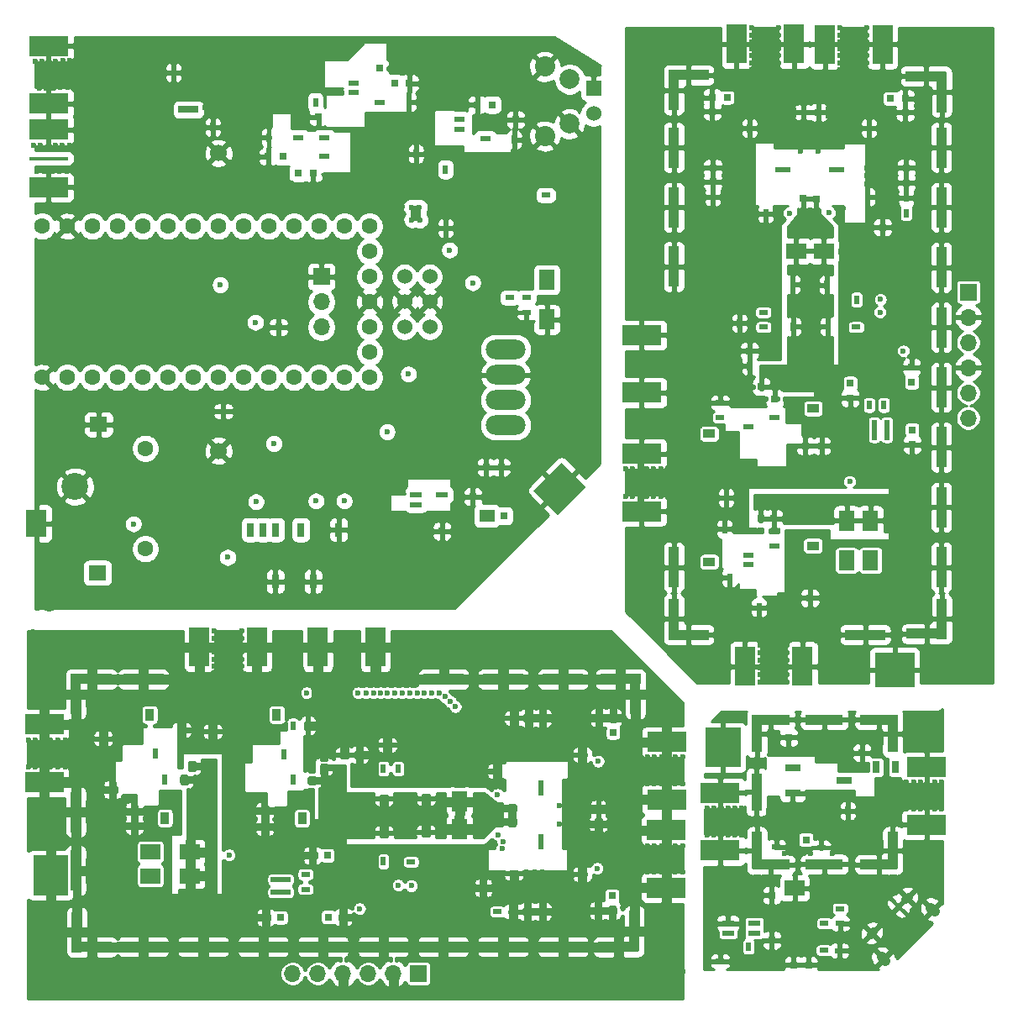
<source format=gbr>
G04 #@! TF.GenerationSoftware,KiCad,Pcbnew,(5.1.5-0-10_14)*
G04 #@! TF.CreationDate,2020-04-08T11:50:53-04:00*
G04 #@! TF.ProjectId,FEA,4645412e-6b69-4636-9164-5f7063625858,rev?*
G04 #@! TF.SameCoordinates,Original*
G04 #@! TF.FileFunction,Copper,L2,Inr*
G04 #@! TF.FilePolarity,Positive*
%FSLAX46Y46*%
G04 Gerber Fmt 4.6, Leading zero omitted, Abs format (unit mm)*
G04 Created by KiCad (PCBNEW (5.1.5-0-10_14)) date 2020-04-08 11:50:53*
%MOMM*%
%LPD*%
G04 APERTURE LIST*
%ADD10R,4.040000X1.000000*%
%ADD11R,1.000000X4.040000*%
%ADD12R,2.000000X1.600000*%
%ADD13R,0.800000X0.750000*%
%ADD14R,0.600000X1.550000*%
%ADD15C,0.100000*%
%ADD16R,0.600000X1.100000*%
%ADD17R,0.750000X0.800000*%
%ADD18R,0.800000X0.800000*%
%ADD19R,0.900000X1.200000*%
%ADD20R,1.700000X1.700000*%
%ADD21O,1.700000X1.700000*%
%ADD22R,0.500000X0.900000*%
%ADD23R,0.900000X0.500000*%
%ADD24R,4.000000X2.000000*%
%ADD25R,2.000000X4.000000*%
%ADD26R,2.000000X0.500000*%
%ADD27R,1.600000X2.000000*%
%ADD28R,3.810000X1.000000*%
%ADD29R,1.000000X3.810000*%
%ADD30R,1.543000X0.762000*%
%ADD31R,1.220000X0.620000*%
%ADD32R,0.700000X1.300000*%
%ADD33C,0.950000*%
%ADD34C,1.000000*%
%ADD35R,0.762000X1.400000*%
%ADD36R,1.000000X1.500000*%
%ADD37R,2.000000X2.800000*%
%ADD38C,2.700000*%
%ADD39R,1.524000X1.524000*%
%ADD40C,1.524000*%
%ADD41R,1.500000X1.300000*%
%ADD42R,2.000000X0.700000*%
%ADD43R,1.100000X0.600000*%
%ADD44R,1.800000X1.500000*%
%ADD45C,1.600000*%
%ADD46R,4.000000X0.380000*%
%ADD47C,2.032000*%
%ADD48C,2.000000*%
%ADD49O,4.000000X2.000000*%
%ADD50C,1.700000*%
%ADD51R,1.550000X0.600000*%
%ADD52R,1.200000X0.900000*%
%ADD53R,0.500000X2.000000*%
%ADD54C,0.600000*%
%ADD55C,0.500000*%
%ADD56C,0.400000*%
%ADD57C,0.254000*%
G04 APERTURE END LIST*
D10*
X110950000Y-96525000D03*
D11*
X104150000Y-98025000D03*
D10*
X105750000Y-96525000D03*
X105750000Y-123525000D03*
D11*
X104250000Y-122025000D03*
X160450000Y-121925000D03*
D10*
X158850000Y-123525000D03*
D11*
X160550000Y-98025000D03*
D10*
X159050000Y-96525000D03*
D11*
X104150000Y-115825000D03*
D10*
X147220000Y-96525000D03*
X153265000Y-96525000D03*
X110950000Y-123495000D03*
X116995000Y-123495000D03*
X123040000Y-123495000D03*
X129085000Y-123495000D03*
X135130000Y-123495000D03*
X141175000Y-123495000D03*
X147220000Y-123495000D03*
X153265000Y-123495000D03*
D11*
X104150000Y-109925000D03*
D10*
X141250000Y-96525000D03*
D12*
X115650000Y-116350000D03*
X111650000Y-116350000D03*
D13*
X115850000Y-105300000D03*
D14*
X151035000Y-112925000D03*
X151035000Y-107525000D03*
G04 #@! TA.AperFunction,ViaPad*
D15*
G36*
X103350000Y-118300000D02*
G01*
X99850000Y-118300000D01*
X99850000Y-114300000D01*
X103350000Y-114300000D01*
X103350000Y-118300000D01*
G37*
G04 #@! TD.AperFunction*
D16*
X126040000Y-106675000D03*
X125090000Y-104075000D03*
X112180000Y-104030000D03*
X113130000Y-106630000D03*
D12*
X115650000Y-113950000D03*
X111650000Y-113950000D03*
D13*
X115100000Y-106650000D03*
X110055000Y-111305000D03*
X110055000Y-109830000D03*
X127950000Y-106700000D03*
X123190000Y-109800000D03*
X123190000Y-111420000D03*
X129150000Y-105350000D03*
D17*
X132750000Y-104150000D03*
D13*
X148110000Y-109550000D03*
X148100000Y-110900000D03*
D17*
X145220000Y-117560000D03*
D13*
X156800000Y-111100000D03*
X123300000Y-120550000D03*
X124800000Y-120550000D03*
X128000000Y-114300000D03*
X129500000Y-114300000D03*
X131100000Y-120500000D03*
X129600000Y-120500000D03*
D17*
X149800000Y-100450000D03*
X149700000Y-119950000D03*
X151200000Y-100450000D03*
X151200000Y-119950000D03*
X158300000Y-100400000D03*
X158300000Y-101900000D03*
X158200000Y-119850000D03*
X158200000Y-118350000D03*
X156900000Y-100400000D03*
X156800000Y-119850000D03*
D18*
X107855000Y-107655000D03*
D19*
X113130000Y-110530000D03*
X111600000Y-100100000D03*
X126950000Y-110550000D03*
X124400000Y-100100000D03*
D20*
X138690000Y-126200000D03*
D21*
X136150000Y-126200000D03*
X133610000Y-126200000D03*
X131070000Y-126200000D03*
X128530000Y-126200000D03*
X125990000Y-126200000D03*
D22*
X135150000Y-114900000D03*
X135150000Y-105550000D03*
X136650000Y-105550000D03*
D23*
X135200000Y-112050000D03*
X135200000Y-108550000D03*
X106905000Y-102505000D03*
X114800000Y-101650000D03*
D22*
X127540000Y-101200000D03*
X126040000Y-101200000D03*
D23*
X131250000Y-104150000D03*
X135550000Y-103150000D03*
X146600000Y-105800000D03*
X155200000Y-104150000D03*
X139450000Y-108520000D03*
X139420000Y-111950000D03*
X155200000Y-116200000D03*
X137930000Y-114940000D03*
X148290000Y-116060000D03*
D22*
X156800000Y-109600000D03*
D23*
X127300000Y-117700000D03*
X127300000Y-116200000D03*
X146650000Y-119950000D03*
X148300000Y-100450000D03*
X148200000Y-119950000D03*
D24*
X100950000Y-101100000D03*
X100950000Y-106900000D03*
D25*
X116600000Y-93280000D03*
X122400000Y-93280000D03*
X128550000Y-93290000D03*
X134350000Y-93290000D03*
D24*
X163700000Y-108650000D03*
X163700000Y-102850000D03*
X163650000Y-111750000D03*
X163650000Y-117550000D03*
D26*
X124800000Y-118000000D03*
X124800000Y-116730000D03*
D23*
X117950000Y-101800000D03*
D27*
X142830000Y-108860000D03*
X142810000Y-111640000D03*
D28*
X179600000Y-115185000D03*
X179600000Y-100615000D03*
D29*
X172755000Y-107900000D03*
X172800000Y-102000000D03*
D28*
X174200000Y-100615000D03*
D29*
X172800000Y-113800000D03*
D28*
X174200000Y-115200000D03*
D29*
X186500000Y-102000000D03*
D28*
X185100000Y-100615000D03*
D29*
X186500000Y-113800000D03*
D28*
X185100000Y-115200000D03*
D23*
X179300000Y-113500000D03*
D22*
X181950000Y-109800000D03*
D17*
X183400000Y-103950000D03*
G04 #@! TA.AperFunction,ViaPad*
D15*
G36*
X167650000Y-101400000D02*
G01*
X171150000Y-101400000D01*
X171150000Y-105400000D01*
X167650000Y-105400000D01*
X167650000Y-101400000D01*
G37*
G04 #@! TD.AperFunction*
D13*
X176000000Y-102400000D03*
D24*
X169100000Y-108000000D03*
X169100000Y-113800000D03*
X189900000Y-111200000D03*
X189900000Y-105400000D03*
D13*
X177750000Y-112700000D03*
D17*
X174300000Y-118300000D03*
X174300000Y-122850000D03*
D12*
X176600000Y-117600000D03*
D17*
X176500000Y-125350000D03*
X178000000Y-125350000D03*
D23*
X174750000Y-113450000D03*
X169100000Y-124950000D03*
D22*
X171950000Y-123500000D03*
D23*
X179550000Y-123850000D03*
X181100000Y-123900000D03*
X179600000Y-121150000D03*
X181200000Y-121150000D03*
X181200000Y-119650000D03*
D30*
X176396500Y-108005000D03*
X181603500Y-106735000D03*
X176396500Y-105465000D03*
D31*
X172520000Y-121150000D03*
X172520000Y-122100000D03*
X169900000Y-121150000D03*
X169900000Y-122100000D03*
D32*
X184850000Y-105400000D03*
X186750000Y-105400000D03*
G04 #@! TA.AperFunction,ViaPad*
D15*
G36*
X187683363Y-119762043D02*
G01*
X187400521Y-120044885D01*
X186445927Y-119090291D01*
X186728769Y-118807449D01*
X187683363Y-119762043D01*
G37*
G04 #@! TD.AperFunction*
D33*
X184271573Y-122219239D02*
X184483705Y-122007107D01*
X187807107Y-118683705D02*
X188019239Y-118471573D01*
D34*
X185774174Y-124923922D02*
X185385266Y-124535014D01*
X190723922Y-119974174D02*
X190335014Y-119585266D01*
D35*
X124250000Y-86675000D03*
X128060000Y-86675000D03*
X121750000Y-81475000D03*
X123020000Y-81475000D03*
X124290000Y-81475000D03*
X126830000Y-81475000D03*
X130650000Y-81475000D03*
D20*
X128900000Y-55970000D03*
D21*
X128900000Y-58510000D03*
X128900000Y-61050000D03*
D36*
X138425000Y-49575000D03*
D37*
X100175000Y-80825000D03*
D38*
X104075000Y-77125000D03*
D27*
X151625000Y-56275000D03*
X151625000Y-60275000D03*
D39*
X156350000Y-36980000D03*
D40*
X156350000Y-39520000D03*
D41*
X145570000Y-80070000D03*
D42*
X115505000Y-39120000D03*
D31*
X141060000Y-77975000D03*
X138440000Y-77975000D03*
X138440000Y-78925000D03*
D43*
X145425000Y-42025000D03*
X142825000Y-41075000D03*
X142825000Y-40125000D03*
X132175000Y-36475000D03*
X132175000Y-37425000D03*
X134775000Y-38375000D03*
D44*
X106350000Y-85800000D03*
X106450000Y-70850000D03*
D45*
X111150000Y-73250000D03*
X111150000Y-83400000D03*
D43*
X129175000Y-41950000D03*
X126575000Y-41950000D03*
X129175000Y-43850000D03*
D24*
X101375000Y-46950000D03*
D46*
X101375000Y-44050000D03*
D24*
X101375000Y-41150000D03*
X101375000Y-38500000D03*
X101375000Y-32700000D03*
D47*
X151425000Y-41800000D03*
X151425000Y-34800000D03*
D48*
X153925000Y-40550000D03*
X153925000Y-36050000D03*
D45*
X133760000Y-58500000D03*
X133760000Y-55960000D03*
X133760000Y-53420000D03*
X133760000Y-50880000D03*
X133760000Y-61040000D03*
X133760000Y-63580000D03*
X133760000Y-66120000D03*
X131220000Y-50880000D03*
X128680000Y-50880000D03*
X126140000Y-50880000D03*
X123600000Y-50880000D03*
X121060000Y-50880000D03*
X118520000Y-50880000D03*
X115980000Y-50880000D03*
X113440000Y-50880000D03*
X110900000Y-50880000D03*
X108360000Y-50880000D03*
X105820000Y-50880000D03*
X103280000Y-50880000D03*
X100740000Y-50880000D03*
X131220000Y-66120000D03*
X128680000Y-66120000D03*
X126140000Y-66120000D03*
X123600000Y-66120000D03*
X121060000Y-66120000D03*
X118520000Y-66120000D03*
X115980000Y-66120000D03*
X113440000Y-66120000D03*
X110900000Y-66120000D03*
X108360000Y-66120000D03*
X105820000Y-66120000D03*
X103280000Y-66120000D03*
X100740000Y-66120000D03*
D17*
X141060000Y-81620000D03*
D13*
X144170000Y-78140000D03*
D17*
X147310000Y-80070000D03*
X147025000Y-75175000D03*
X145500000Y-75175000D03*
D13*
X148475000Y-40125000D03*
X144600000Y-38625000D03*
X146100000Y-38625000D03*
X134775000Y-34950000D03*
X136275000Y-36475000D03*
X137775000Y-36475000D03*
X128600000Y-39850000D03*
X124575000Y-61050000D03*
X123550000Y-43850000D03*
X125050000Y-43850000D03*
X126575000Y-45500000D03*
X128075000Y-45500000D03*
D23*
X147900000Y-58075000D03*
X149575000Y-59575000D03*
X149575000Y-58075000D03*
D22*
X138425000Y-43575000D03*
X141400000Y-45150000D03*
X148325000Y-42150000D03*
X137700000Y-38375000D03*
X128300000Y-38375000D03*
X114005000Y-35395000D03*
X117950000Y-40900000D03*
D23*
X151525000Y-47750000D03*
X119025000Y-69525000D03*
D22*
X123600000Y-41950000D03*
G04 #@! TA.AperFunction,ViaPad*
D15*
G36*
X153101777Y-74698350D02*
G01*
X155576650Y-77173223D01*
X152748223Y-80001650D01*
X150273350Y-77526777D01*
X153101777Y-74698350D01*
G37*
G04 #@! TD.AperFunction*
D22*
X141425000Y-51075000D03*
D49*
X147475000Y-63310000D03*
X147475000Y-65850000D03*
X147475000Y-68390000D03*
X147475000Y-70930000D03*
D50*
X118550000Y-73500000D03*
X118550000Y-43500000D03*
D40*
X139820000Y-55960000D03*
X139820000Y-58500000D03*
X139820000Y-61040000D03*
X137280000Y-61040000D03*
X137280000Y-58500000D03*
X137280000Y-55960000D03*
D22*
X170050000Y-86300000D03*
D17*
X174500000Y-80350000D03*
D11*
X164425000Y-85250000D03*
D10*
X165925000Y-92050000D03*
D11*
X164425000Y-90450000D03*
X191425000Y-90450000D03*
D10*
X189925000Y-91950000D03*
X189825000Y-35750000D03*
D11*
X191425000Y-37350000D03*
D10*
X165925000Y-35650000D03*
D11*
X164425000Y-37150000D03*
D10*
X183725000Y-92050000D03*
D11*
X164425000Y-48980000D03*
X164425000Y-42935000D03*
X191395000Y-85250000D03*
X191395000Y-79205000D03*
X191395000Y-73160000D03*
X191395000Y-67115000D03*
X191395000Y-61070000D03*
X191395000Y-55025000D03*
X191395000Y-48980000D03*
X191395000Y-42935000D03*
X164425000Y-54950000D03*
D43*
X171930000Y-84970000D03*
X171930000Y-84020000D03*
X174530000Y-83070000D03*
D27*
X184250000Y-80550000D03*
X184250000Y-84550000D03*
D17*
X173200000Y-80350000D03*
D51*
X180825000Y-45165000D03*
X175425000Y-45165000D03*
G04 #@! TA.AperFunction,ViaPad*
D15*
G36*
X188700000Y-93850000D02*
G01*
X188700000Y-97350000D01*
X184700000Y-97350000D01*
X184700000Y-93850000D01*
X188700000Y-93850000D01*
G37*
G04 #@! TD.AperFunction*
D43*
X174575000Y-70160000D03*
X171975000Y-71110000D03*
D27*
X181850000Y-80550000D03*
X181850000Y-84550000D03*
D17*
X174600000Y-68250000D03*
X177700000Y-73010000D03*
X179320000Y-73010000D03*
X173250000Y-67050000D03*
D13*
X172050000Y-63450000D03*
D17*
X177450000Y-48090000D03*
X178800000Y-48100000D03*
D13*
X185460000Y-50980000D03*
D17*
X179000000Y-39400000D03*
X188450000Y-72900000D03*
X188450000Y-71400000D03*
X182200000Y-68200000D03*
X182200000Y-66700000D03*
X188400000Y-65100000D03*
X188400000Y-66600000D03*
D13*
X168350000Y-46400000D03*
X187850000Y-46500000D03*
X168350000Y-45000000D03*
X187850000Y-45000000D03*
X168300000Y-37900000D03*
X169800000Y-37900000D03*
X187750000Y-38000000D03*
X186250000Y-38000000D03*
X168300000Y-39300000D03*
X187750000Y-39400000D03*
D18*
X178155000Y-88345000D03*
D52*
X178430000Y-83070000D03*
X168000000Y-84700000D03*
X178450000Y-69250000D03*
X168000000Y-71800000D03*
D20*
X194100000Y-57510000D03*
D21*
X194100000Y-60050000D03*
X194100000Y-62590000D03*
X194100000Y-65130000D03*
X194100000Y-67670000D03*
X194100000Y-70210000D03*
D23*
X182800000Y-61050000D03*
X173450000Y-61050000D03*
X173450000Y-59550000D03*
D22*
X179950000Y-61000000D03*
X176450000Y-61000000D03*
X173005000Y-89295000D03*
X169550000Y-81400000D03*
D23*
X169100000Y-68660000D03*
X169100000Y-70160000D03*
D22*
X172050000Y-64950000D03*
X171050000Y-60650000D03*
X173700000Y-49600000D03*
X172050000Y-41000000D03*
X176420000Y-56750000D03*
X179850000Y-56780000D03*
X184100000Y-41000000D03*
X182840000Y-58270000D03*
X183960000Y-47910000D03*
D23*
X177500000Y-39400000D03*
D22*
X185600000Y-68900000D03*
X184100000Y-68900000D03*
X187850000Y-49550000D03*
X168350000Y-47900000D03*
X187850000Y-48000000D03*
D25*
X171600000Y-95250000D03*
X177400000Y-95250000D03*
D24*
X161180000Y-79600000D03*
X161180000Y-73800000D03*
X161190000Y-67650000D03*
X161190000Y-61850000D03*
D25*
X176550000Y-32500000D03*
X170750000Y-32500000D03*
X179650000Y-32550000D03*
X185450000Y-32550000D03*
D53*
X185900000Y-71400000D03*
X184630000Y-71400000D03*
D22*
X169700000Y-78250000D03*
D12*
X176760000Y-53370000D03*
X179540000Y-53390000D03*
D54*
X119600000Y-114250000D03*
X182150000Y-76600000D03*
X99350000Y-102650000D03*
X100100000Y-102650000D03*
X100850000Y-102650000D03*
X101600000Y-102650000D03*
X102350000Y-102650000D03*
X103100000Y-102650000D03*
X103850000Y-102650000D03*
X104600000Y-102650000D03*
X105350000Y-102650000D03*
X108150000Y-102600000D03*
X108850000Y-102600000D03*
X109550000Y-102600000D03*
X110300000Y-102600000D03*
X105350000Y-105350000D03*
X104600000Y-105350000D03*
X102350000Y-105350000D03*
X103100000Y-105350000D03*
X100100000Y-105350000D03*
X101600000Y-105350000D03*
X103850000Y-105350000D03*
X100850000Y-105350000D03*
X99350000Y-105350000D03*
X112750000Y-99550000D03*
X113250000Y-99050000D03*
X115300000Y-102750000D03*
X115300000Y-103450000D03*
X119300000Y-105050000D03*
X120000000Y-105300000D03*
X120800000Y-105350000D03*
X120900000Y-101800000D03*
X127500000Y-103000000D03*
X125450000Y-99150000D03*
X126050000Y-98550000D03*
X126650000Y-98000000D03*
X128150000Y-97900000D03*
X128900000Y-97900000D03*
X129600000Y-97900000D03*
X130300000Y-97900000D03*
X144950000Y-101150000D03*
X145500000Y-101650000D03*
X147250000Y-103000000D03*
X147950000Y-103000000D03*
X149200000Y-103000000D03*
X149850000Y-103350000D03*
X138400000Y-101500000D03*
X139100000Y-101500000D03*
X139850000Y-101500000D03*
X141500000Y-103150000D03*
X144200000Y-104800000D03*
X144700000Y-105300000D03*
X145450000Y-105650000D03*
X147100000Y-106750000D03*
X147100000Y-107450000D03*
X118100000Y-93100000D03*
X120900000Y-98100000D03*
X120900000Y-95200000D03*
X120900000Y-95900000D03*
X120900000Y-98800000D03*
X120900000Y-93100000D03*
X120900000Y-94500000D03*
X120900000Y-93800000D03*
X120900000Y-99500000D03*
X120900000Y-100200000D03*
X120900000Y-100900000D03*
X122900000Y-102600000D03*
X122150000Y-102600000D03*
X121400000Y-102450000D03*
X149850000Y-104200000D03*
X152000000Y-104300000D03*
X152700000Y-104300000D03*
X153400000Y-104300000D03*
X154100000Y-104300000D03*
X160400000Y-104400000D03*
X161100000Y-104400000D03*
X161100000Y-104400000D03*
X161800000Y-104400000D03*
X162500000Y-104400000D03*
X163200000Y-104400000D03*
X163900000Y-104400000D03*
X164600000Y-104400000D03*
X165300000Y-104400000D03*
X164600000Y-107100000D03*
X161800000Y-107100000D03*
X165300000Y-107100000D03*
X161100000Y-107100000D03*
X160400000Y-107100000D03*
X163200000Y-107100000D03*
X162500000Y-107100000D03*
X163900000Y-107100000D03*
X161100000Y-107100000D03*
X163200000Y-113300000D03*
X161100000Y-113300000D03*
X161100000Y-113300000D03*
X162500000Y-113300000D03*
X164600000Y-113300000D03*
X163900000Y-113300000D03*
X161800000Y-113300000D03*
X160400000Y-113300000D03*
X165300000Y-113300000D03*
X165300000Y-116000000D03*
X162500000Y-116000000D03*
X160400000Y-116000000D03*
X164600000Y-116000000D03*
X161800000Y-116000000D03*
X163900000Y-116000000D03*
X163200000Y-116000000D03*
X161100000Y-116000000D03*
X161100000Y-116000000D03*
X159700000Y-107100000D03*
X159000000Y-107300000D03*
X158800000Y-108000000D03*
X158500000Y-108600000D03*
X157800000Y-108600000D03*
X157100000Y-108600000D03*
X156400000Y-108600000D03*
X155700000Y-108600000D03*
X155000000Y-108600000D03*
X154300000Y-108200000D03*
X154300000Y-107500000D03*
X153600000Y-107200000D03*
X153600000Y-107900000D03*
X153600000Y-108700000D03*
X152900000Y-109300000D03*
X152900000Y-111100000D03*
X153600000Y-111700000D03*
X153600000Y-112400000D03*
X153600000Y-113200000D03*
X154400000Y-112900000D03*
X154300000Y-112200000D03*
X157100000Y-112100000D03*
X155700000Y-112100000D03*
X158500000Y-112100000D03*
X155000000Y-112100000D03*
X157800000Y-112100000D03*
X156400000Y-112100000D03*
X158800000Y-112800000D03*
X159400000Y-113200000D03*
X159700000Y-116000000D03*
X154000000Y-116100000D03*
X153300000Y-116100000D03*
X152600000Y-116100000D03*
X151900000Y-116100000D03*
X151200000Y-116000000D03*
X150400000Y-116000000D03*
X149600000Y-116000000D03*
X157100000Y-112100000D03*
X117500000Y-99900000D03*
X115850000Y-98600000D03*
X118100000Y-93800000D03*
X118100000Y-94500000D03*
X113800000Y-98600000D03*
X117000000Y-99350000D03*
X118100000Y-100500000D03*
X118100000Y-98800000D03*
X118100000Y-99500000D03*
X118100000Y-95900000D03*
X118100000Y-95200000D03*
X118100000Y-98100000D03*
X116450000Y-98900000D03*
X114450000Y-98600000D03*
X115150000Y-98600000D03*
X113250000Y-99050000D03*
X120900000Y-96600000D03*
X118100000Y-96600000D03*
X120900000Y-92400000D03*
X120900000Y-91700000D03*
X118100000Y-92400000D03*
X118100000Y-91700000D03*
X167800000Y-109500000D03*
X168500000Y-109500000D03*
X169200000Y-109500000D03*
X169900000Y-109500000D03*
X170600000Y-109500000D03*
X171300000Y-109500000D03*
X171300000Y-112200000D03*
X170600000Y-112200000D03*
X169900000Y-112200000D03*
X169200000Y-112200000D03*
X168500000Y-112200000D03*
X167800000Y-112200000D03*
X174000000Y-109800000D03*
X178200000Y-114100000D03*
X177500000Y-114100000D03*
X176300000Y-114100000D03*
X175600000Y-114100000D03*
X191400000Y-109600000D03*
X190700000Y-109600000D03*
X190000000Y-109600000D03*
X189300000Y-109600000D03*
X188600000Y-109600000D03*
X187900000Y-109600000D03*
X187200000Y-109600000D03*
X187200000Y-106900000D03*
X187900000Y-106900000D03*
X188600000Y-106900000D03*
X189300000Y-106900000D03*
X190000000Y-106900000D03*
X190700000Y-106900000D03*
X191400000Y-106900000D03*
X186500000Y-106900000D03*
X185700000Y-106900000D03*
X185000000Y-106900000D03*
X186500000Y-109600000D03*
X171300000Y-109500000D03*
X176000000Y-109200000D03*
X176700000Y-109400000D03*
X177500000Y-109400000D03*
X178200000Y-109400000D03*
X179000000Y-109400000D03*
X179700000Y-109800000D03*
X179900000Y-110600000D03*
X180600000Y-111300000D03*
X180700000Y-113500000D03*
X180400000Y-114100000D03*
X178200000Y-111300000D03*
X177500000Y-110900000D03*
X176800000Y-110900000D03*
X176100000Y-110900000D03*
X175400000Y-110800000D03*
X136010000Y-57330000D03*
X136080000Y-60000000D03*
X141010000Y-57590000D03*
X140940000Y-59670000D03*
X141400000Y-56750000D03*
X141400000Y-56025000D03*
X141400000Y-55300000D03*
X141425000Y-54550000D03*
X141450000Y-52300000D03*
X141475000Y-49650000D03*
X141475000Y-48875000D03*
X141475000Y-48125000D03*
X141475000Y-47400000D03*
X141475000Y-46650000D03*
X141475000Y-44025000D03*
X141475000Y-43350000D03*
X142175000Y-43350000D03*
X142950000Y-43350000D03*
X136000000Y-54125000D03*
X136725000Y-54125000D03*
X137450000Y-54125000D03*
X138200000Y-54125000D03*
X138200000Y-52425000D03*
X138200000Y-51675000D03*
X138225000Y-46200000D03*
X138225000Y-45425000D03*
X138200000Y-44725000D03*
X138300000Y-42425000D03*
X138300000Y-41350000D03*
X143350000Y-38725000D03*
X142575000Y-38700000D03*
X139600000Y-38800000D03*
X138800000Y-38800000D03*
X137575000Y-41350000D03*
X136825000Y-41350000D03*
X128550000Y-36925000D03*
X127825000Y-36950000D03*
X127050000Y-36950000D03*
X126275000Y-36950000D03*
X125525000Y-36950000D03*
X124850000Y-36700000D03*
X124275000Y-36175000D03*
X123600000Y-35825000D03*
X122900000Y-35850000D03*
X122150000Y-35875000D03*
X121400000Y-35900000D03*
X120675000Y-35900000D03*
X119925000Y-35900000D03*
X119150000Y-35900000D03*
X118400000Y-35900000D03*
X117675000Y-35925000D03*
X116950000Y-35900000D03*
X109525000Y-45300000D03*
X109525000Y-46025000D03*
X109500000Y-46750000D03*
X109500000Y-47450000D03*
X109500000Y-48175000D03*
X109500000Y-48900000D03*
X109475000Y-49725000D03*
X112225000Y-46025000D03*
X112225000Y-46800000D03*
X112225000Y-47600000D03*
X112225000Y-48375000D03*
X112225000Y-49125000D03*
X112225000Y-49900000D03*
X117175000Y-38875000D03*
X117775000Y-39225000D03*
X118625000Y-39250000D03*
X120525000Y-39425000D03*
X120700000Y-38750000D03*
X121425000Y-38725000D03*
X122175000Y-38725000D03*
X122925000Y-38925000D03*
X137425000Y-46425000D03*
X136600000Y-46450000D03*
X135900000Y-46475000D03*
X135100000Y-46500000D03*
X134350000Y-46475000D03*
X133625000Y-46500000D03*
X132925000Y-46525000D03*
X132150000Y-46525000D03*
X125925000Y-46500000D03*
X121475000Y-46725000D03*
X120750000Y-46725000D03*
X120025000Y-46725000D03*
X119300000Y-46725000D03*
X118600000Y-46725000D03*
X117875000Y-46750000D03*
X117125000Y-46725000D03*
X116550000Y-46150000D03*
X100250000Y-45375000D03*
X101025000Y-45375000D03*
X101800000Y-45375000D03*
X102525000Y-45375000D03*
X103275000Y-45375000D03*
X104075000Y-45375000D03*
X104850000Y-45350000D03*
X105650000Y-45350000D03*
X106425000Y-45375000D03*
X107150000Y-45350000D03*
X107925000Y-45350000D03*
X108700000Y-45350000D03*
X113075000Y-46575000D03*
X113550000Y-47200000D03*
X114075000Y-47725000D03*
X114600000Y-48250000D03*
X115175000Y-48875000D03*
X116025000Y-48925000D03*
X116775000Y-48925000D03*
X117550000Y-48875000D03*
X118250000Y-48925000D03*
X119000000Y-48875000D03*
X119825000Y-48900000D03*
X120625000Y-48875000D03*
X121400000Y-48850000D03*
X123100000Y-48900000D03*
X123925000Y-48875000D03*
X124675000Y-48850000D03*
X125450000Y-48850000D03*
X126275000Y-48850000D03*
X129675000Y-48875000D03*
X130400000Y-48850000D03*
X131125000Y-48875000D03*
X131825000Y-48875000D03*
X132600000Y-48875000D03*
X133450000Y-48850000D03*
X134250000Y-48850000D03*
X134925000Y-48850000D03*
X135650000Y-48850000D03*
X136325000Y-48875000D03*
X137050000Y-48925000D03*
X137050000Y-49775000D03*
X137050000Y-50525000D03*
X137425000Y-51250000D03*
X113925000Y-43375000D03*
X115925000Y-45600000D03*
X114875000Y-44475000D03*
X112225000Y-42550000D03*
X112225000Y-41800000D03*
X112500000Y-40450000D03*
X115400000Y-45000000D03*
X114425000Y-43925000D03*
X113200000Y-42750000D03*
X113925000Y-40025000D03*
X112250000Y-41100000D03*
X103525000Y-34175000D03*
X102825000Y-34200000D03*
X100025000Y-34225000D03*
X100700000Y-34225000D03*
X101400000Y-34225000D03*
X104250000Y-34200000D03*
X102125000Y-34225000D03*
X129150000Y-46475000D03*
X129925000Y-46475000D03*
X103325000Y-36875000D03*
X102625000Y-36900000D03*
X100500000Y-36925000D03*
X101200000Y-36925000D03*
X104050000Y-36900000D03*
X101925000Y-36925000D03*
X104900000Y-34200000D03*
X105600000Y-34200000D03*
X106300000Y-34200000D03*
X107000000Y-34200000D03*
X107700000Y-34200000D03*
X108400000Y-34200000D03*
X108800000Y-34800000D03*
X109300000Y-35400000D03*
X109800000Y-35900000D03*
X110500000Y-36000000D03*
X111300000Y-36000000D03*
X112000000Y-36000000D03*
X112700000Y-36000000D03*
X110900000Y-38700000D03*
X110200000Y-38700000D03*
X109500000Y-38700000D03*
X108700000Y-38700000D03*
X108000000Y-38700000D03*
X107600000Y-38100000D03*
X107000000Y-37600000D03*
X106500000Y-37100000D03*
X105700000Y-36900000D03*
X104900000Y-36900000D03*
X110300000Y-39400000D03*
X109700000Y-39800000D03*
X109400000Y-40400000D03*
X109500000Y-41100000D03*
X109400000Y-41900000D03*
X109400000Y-42600000D03*
X108700000Y-42600000D03*
X107900000Y-42600000D03*
X107200000Y-42600000D03*
X106500000Y-42700000D03*
X105800000Y-42700000D03*
X105000000Y-42700000D03*
X104300000Y-42700000D03*
X103500000Y-42700000D03*
X102800000Y-42700000D03*
X102100000Y-42700000D03*
X101400000Y-42700000D03*
X100600000Y-42700000D03*
X99900000Y-42700000D03*
X173150000Y-96850000D03*
X173150000Y-96100000D03*
X173150000Y-95350000D03*
X173150000Y-94600000D03*
X173150000Y-93850000D03*
X173150000Y-93100000D03*
X173150000Y-92350000D03*
X173150000Y-91600000D03*
X173150000Y-90850000D03*
X175850000Y-90850000D03*
X175850000Y-91600000D03*
X175850000Y-93850000D03*
X175850000Y-93100000D03*
X175850000Y-96100000D03*
X175850000Y-94600000D03*
X175850000Y-92350000D03*
X175850000Y-95350000D03*
X175850000Y-96850000D03*
X172950000Y-76900000D03*
X173200000Y-76200000D03*
X173250000Y-75400000D03*
X169700000Y-75300000D03*
X170900000Y-68700000D03*
X167050000Y-70750000D03*
X166450000Y-70150000D03*
X165900000Y-69550000D03*
X165800000Y-68800000D03*
X165800000Y-68050000D03*
X165800000Y-67300000D03*
X165800000Y-66600000D03*
X165800000Y-65900000D03*
X165800000Y-63600000D03*
X165800000Y-62800000D03*
X165800000Y-62050000D03*
X165800000Y-61350000D03*
X165800000Y-60650000D03*
X165800000Y-59900000D03*
X165800000Y-59150000D03*
X165800000Y-58400000D03*
X165800000Y-57650000D03*
X165800000Y-56950000D03*
X165800000Y-56200000D03*
X165800000Y-55450000D03*
X166200000Y-54850000D03*
X166700000Y-54300000D03*
X167200000Y-53800000D03*
X169050000Y-51250000D03*
X169550000Y-50700000D03*
X170900000Y-48950000D03*
X170900000Y-48250000D03*
X170900000Y-47000000D03*
X171250000Y-46350000D03*
X169400000Y-57800000D03*
X169400000Y-57100000D03*
X169400000Y-56350000D03*
X171050000Y-54700000D03*
X172700000Y-52000000D03*
X173200000Y-51500000D03*
X173550000Y-50750000D03*
X174650000Y-49100000D03*
X175350000Y-49100000D03*
X161000000Y-78100000D03*
X166000000Y-75300000D03*
X163100000Y-75300000D03*
X163800000Y-75300000D03*
X166700000Y-75300000D03*
X161000000Y-75300000D03*
X162400000Y-75300000D03*
X161700000Y-75300000D03*
X167400000Y-75300000D03*
X168100000Y-75300000D03*
X168800000Y-75300000D03*
X170500000Y-73300000D03*
X170500000Y-74050000D03*
X170350000Y-74800000D03*
X172100000Y-46350000D03*
X181500000Y-49100000D03*
X172200000Y-44200000D03*
X172200000Y-43500000D03*
X172200000Y-42800000D03*
X172200000Y-42100000D03*
X172700000Y-39400000D03*
X172300000Y-35800000D03*
X172300000Y-35100000D03*
X172300000Y-35100000D03*
X172300000Y-34400000D03*
X172300000Y-33700000D03*
X172300000Y-33000000D03*
X172300000Y-32300000D03*
X172300000Y-31600000D03*
X172300000Y-30900000D03*
X175000000Y-31600000D03*
X175000000Y-34400000D03*
X175000000Y-30900000D03*
X175000000Y-35100000D03*
X175000000Y-35800000D03*
X175000000Y-33000000D03*
X175000000Y-33700000D03*
X175000000Y-32300000D03*
X175000000Y-35100000D03*
X181200000Y-33000000D03*
X181200000Y-35100000D03*
X181200000Y-35100000D03*
X181200000Y-33700000D03*
X181200000Y-31600000D03*
X181200000Y-32300000D03*
X181200000Y-34400000D03*
X181200000Y-35800000D03*
X181200000Y-30900000D03*
X183900000Y-30900000D03*
X183900000Y-33700000D03*
X183900000Y-35800000D03*
X183900000Y-31600000D03*
X183900000Y-34400000D03*
X183900000Y-32300000D03*
X183900000Y-33000000D03*
X183900000Y-35100000D03*
X183900000Y-35100000D03*
X175000000Y-36500000D03*
X175200000Y-37200000D03*
X175900000Y-37400000D03*
X176500000Y-37700000D03*
X176500000Y-38400000D03*
X176500000Y-39100000D03*
X176500000Y-39800000D03*
X176500000Y-40500000D03*
X176500000Y-41200000D03*
X176100000Y-41900000D03*
X175400000Y-41900000D03*
X175100000Y-42600000D03*
X175800000Y-42600000D03*
X176600000Y-42600000D03*
X177200000Y-43300000D03*
X179000000Y-43300000D03*
X179600000Y-42600000D03*
X180300000Y-42600000D03*
X181100000Y-42600000D03*
X180800000Y-41800000D03*
X180100000Y-41900000D03*
X180800000Y-49000000D03*
X180000000Y-39100000D03*
X180000000Y-40500000D03*
X180000000Y-37700000D03*
X180000000Y-41200000D03*
X180000000Y-38400000D03*
X180000000Y-39800000D03*
X180700000Y-37400000D03*
X181100000Y-36800000D03*
X183900000Y-36500000D03*
X183500000Y-39500000D03*
X184000000Y-42200000D03*
X184000000Y-42900000D03*
X184000000Y-43600000D03*
X184000000Y-44300000D03*
X183900000Y-45000000D03*
X183900000Y-45800000D03*
X183900000Y-46600000D03*
X180000000Y-39100000D03*
X161700000Y-78100000D03*
X162400000Y-78100000D03*
X163800000Y-78100000D03*
X163100000Y-78100000D03*
X164500000Y-75300000D03*
X164500000Y-78100000D03*
X160300000Y-75300000D03*
X159600000Y-75300000D03*
X160300000Y-78100000D03*
X159600000Y-78100000D03*
X136650000Y-117300000D03*
X185200000Y-59550000D03*
X137950000Y-117350000D03*
X185250000Y-58250000D03*
X109950000Y-80875000D03*
X132750000Y-119650000D03*
X187550000Y-63450000D03*
X156700000Y-115600000D03*
X146650000Y-108150000D03*
X176050000Y-49550000D03*
X146700000Y-112200000D03*
X180100000Y-49500000D03*
X127400000Y-97900000D03*
X132600000Y-97900000D03*
X133400000Y-97900000D03*
X134150000Y-97900000D03*
X134850000Y-97900000D03*
X135550000Y-97900000D03*
X136300000Y-97900000D03*
X137050000Y-97900000D03*
X137800000Y-97900000D03*
X138550000Y-97900000D03*
X139250000Y-97900000D03*
X140000000Y-97900000D03*
X140750000Y-97900000D03*
X141350000Y-98300000D03*
X141900000Y-98800000D03*
X142400000Y-99300000D03*
X147100000Y-113600000D03*
X147200000Y-112900000D03*
X122300000Y-78650000D03*
X144150000Y-56575000D03*
X137675000Y-65775000D03*
X135525000Y-71600000D03*
X131200000Y-78575000D03*
X128350000Y-78575000D03*
X124100000Y-72775000D03*
X141825000Y-53275000D03*
X156800000Y-104800000D03*
X119450000Y-84250000D03*
X122250000Y-60550000D03*
X118700000Y-56775000D03*
X138850000Y-50250000D03*
X138025000Y-50225000D03*
X138000000Y-48950000D03*
X138750000Y-48950000D03*
D55*
X116780000Y-93100000D02*
X116600000Y-93280000D01*
X118100000Y-93100000D02*
X116780000Y-93100000D01*
X122220000Y-93100000D02*
X122400000Y-93280000D01*
X120900000Y-93100000D02*
X122220000Y-93100000D01*
X161000000Y-79420000D02*
X161180000Y-79600000D01*
X161000000Y-78100000D02*
X161000000Y-79420000D01*
X161000000Y-73980000D02*
X161180000Y-73800000D01*
X161000000Y-75300000D02*
X161000000Y-73980000D01*
D56*
G36*
X99792958Y-91659521D02*
G01*
X99888506Y-91710592D01*
X99992181Y-91742042D01*
X100072982Y-91750000D01*
X100100000Y-91752661D01*
X100127018Y-91750000D01*
X105632293Y-91750000D01*
X105687280Y-91766680D01*
X105771754Y-91775000D01*
X114897712Y-91775000D01*
X114900000Y-92805000D01*
X115075000Y-92980000D01*
X116300000Y-92980000D01*
X116300000Y-92960000D01*
X116900000Y-92960000D01*
X116900000Y-92980000D01*
X118125000Y-92980000D01*
X118300000Y-92805000D01*
X118302288Y-91775000D01*
X120697712Y-91775000D01*
X120700000Y-92805000D01*
X120875000Y-92980000D01*
X122100000Y-92980000D01*
X122100000Y-92960000D01*
X122700000Y-92960000D01*
X122700000Y-92980000D01*
X123925000Y-92980000D01*
X124100000Y-92805000D01*
X124102288Y-91775000D01*
X126847690Y-91775000D01*
X126850000Y-92815000D01*
X127025000Y-92990000D01*
X128250000Y-92990000D01*
X128250000Y-92970000D01*
X128850000Y-92970000D01*
X128850000Y-92990000D01*
X130075000Y-92990000D01*
X130250000Y-92815000D01*
X130252310Y-91775000D01*
X132647690Y-91775000D01*
X132650000Y-92815000D01*
X132825000Y-92990000D01*
X134050000Y-92990000D01*
X134050000Y-92970000D01*
X134650000Y-92970000D01*
X134650000Y-92990000D01*
X135875000Y-92990000D01*
X136050000Y-92815000D01*
X136052310Y-91775000D01*
X158061828Y-91775000D01*
X165250000Y-98963173D01*
X165250000Y-101147612D01*
X164175000Y-101150000D01*
X164000000Y-101325000D01*
X164000000Y-102550000D01*
X164020000Y-102550000D01*
X164020000Y-103150000D01*
X164000000Y-103150000D01*
X164000000Y-104375000D01*
X164175000Y-104550000D01*
X165250000Y-104552388D01*
X165250000Y-106947612D01*
X164175000Y-106950000D01*
X164000000Y-107125000D01*
X164000000Y-108350000D01*
X164020000Y-108350000D01*
X164020000Y-108950000D01*
X164000000Y-108950000D01*
X164000000Y-110175000D01*
X163950000Y-110225000D01*
X163950000Y-111450000D01*
X163970000Y-111450000D01*
X163970000Y-112050000D01*
X163950000Y-112050000D01*
X163950000Y-113275000D01*
X164125000Y-113450000D01*
X165250001Y-113452499D01*
X165250001Y-115847501D01*
X164125000Y-115850000D01*
X163950000Y-116025000D01*
X163950000Y-117250000D01*
X163970000Y-117250000D01*
X163970000Y-117850000D01*
X163950000Y-117850000D01*
X163950000Y-119075000D01*
X164125000Y-119250000D01*
X165250001Y-119252499D01*
X165250001Y-125572972D01*
X165247339Y-125600000D01*
X165257958Y-125707819D01*
X165289408Y-125811494D01*
X165340479Y-125907042D01*
X165375734Y-125950000D01*
X165340479Y-125992958D01*
X165289408Y-126088506D01*
X165257958Y-126192181D01*
X165247339Y-126300000D01*
X165250000Y-126327018D01*
X165250001Y-128625000D01*
X99375000Y-128625000D01*
X99375000Y-126067037D01*
X124640000Y-126067037D01*
X124640000Y-126332963D01*
X124691880Y-126593780D01*
X124793646Y-126839465D01*
X124941387Y-127060575D01*
X125129425Y-127248613D01*
X125350535Y-127396354D01*
X125596220Y-127498120D01*
X125857037Y-127550000D01*
X126122963Y-127550000D01*
X126383780Y-127498120D01*
X126629465Y-127396354D01*
X126850575Y-127248613D01*
X127038613Y-127060575D01*
X127186354Y-126839465D01*
X127260000Y-126661668D01*
X127333646Y-126839465D01*
X127481387Y-127060575D01*
X127669425Y-127248613D01*
X127890535Y-127396354D01*
X128136220Y-127498120D01*
X128397037Y-127550000D01*
X128662963Y-127550000D01*
X128923780Y-127498120D01*
X129169465Y-127396354D01*
X129390575Y-127248613D01*
X129578613Y-127060575D01*
X129691212Y-126892058D01*
X129747126Y-127007799D01*
X129930138Y-127250357D01*
X130156955Y-127452551D01*
X130418859Y-127606610D01*
X130535805Y-127655038D01*
X130770000Y-127541874D01*
X130770000Y-126500000D01*
X130750000Y-126500000D01*
X130750000Y-125900000D01*
X130770000Y-125900000D01*
X130770000Y-125880000D01*
X131370000Y-125880000D01*
X131370000Y-125900000D01*
X131390000Y-125900000D01*
X131390000Y-126500000D01*
X131370000Y-126500000D01*
X131370000Y-127541874D01*
X131604195Y-127655038D01*
X131721141Y-127606610D01*
X131983045Y-127452551D01*
X132209862Y-127250357D01*
X132392874Y-127007799D01*
X132448788Y-126892058D01*
X132561387Y-127060575D01*
X132749425Y-127248613D01*
X132970535Y-127396354D01*
X133216220Y-127498120D01*
X133477037Y-127550000D01*
X133742963Y-127550000D01*
X134003780Y-127498120D01*
X134249465Y-127396354D01*
X134470575Y-127248613D01*
X134658613Y-127060575D01*
X134771212Y-126892058D01*
X134827126Y-127007799D01*
X135010138Y-127250357D01*
X135236955Y-127452551D01*
X135498859Y-127606610D01*
X135615805Y-127655038D01*
X135850000Y-127541874D01*
X135850000Y-126500000D01*
X135830000Y-126500000D01*
X135830000Y-125900000D01*
X135850000Y-125900000D01*
X135850000Y-125880000D01*
X136450000Y-125880000D01*
X136450000Y-125900000D01*
X136470000Y-125900000D01*
X136470000Y-126500000D01*
X136450000Y-126500000D01*
X136450000Y-127541874D01*
X136684195Y-127655038D01*
X136801141Y-127606610D01*
X137063045Y-127452551D01*
X137289862Y-127250357D01*
X137352925Y-127166775D01*
X137375825Y-127242267D01*
X137422254Y-127329129D01*
X137484736Y-127405264D01*
X137560871Y-127467746D01*
X137647733Y-127514175D01*
X137741983Y-127542765D01*
X137840000Y-127552419D01*
X139540000Y-127552419D01*
X139638017Y-127542765D01*
X139732267Y-127514175D01*
X139819129Y-127467746D01*
X139895264Y-127405264D01*
X139957746Y-127329129D01*
X140004175Y-127242267D01*
X140032765Y-127148017D01*
X140042419Y-127050000D01*
X140042419Y-125350000D01*
X140032765Y-125251983D01*
X140004175Y-125157733D01*
X139957746Y-125070871D01*
X139895264Y-124994736D01*
X139819129Y-124932254D01*
X139732267Y-124885825D01*
X139638017Y-124857235D01*
X139540000Y-124847581D01*
X137840000Y-124847581D01*
X137741983Y-124857235D01*
X137647733Y-124885825D01*
X137560871Y-124932254D01*
X137484736Y-124994736D01*
X137422254Y-125070871D01*
X137375825Y-125157733D01*
X137352925Y-125233225D01*
X137289862Y-125149643D01*
X137063045Y-124947449D01*
X136801141Y-124793390D01*
X136684195Y-124744962D01*
X136450002Y-124858125D01*
X136450002Y-124696852D01*
X137150000Y-124698387D01*
X137287224Y-124684872D01*
X137419175Y-124644845D01*
X137540781Y-124579845D01*
X137647370Y-124492370D01*
X137734845Y-124385781D01*
X137799845Y-124264175D01*
X137839872Y-124132224D01*
X137853387Y-123995000D01*
X138451613Y-123995000D01*
X138465128Y-124132224D01*
X138505155Y-124264175D01*
X138570155Y-124385781D01*
X138657630Y-124492370D01*
X138764219Y-124579845D01*
X138885825Y-124644845D01*
X139017776Y-124684872D01*
X139155000Y-124698387D01*
X140700000Y-124695000D01*
X140875000Y-124520000D01*
X140875000Y-123795000D01*
X141475000Y-123795000D01*
X141475000Y-124520000D01*
X141650000Y-124695000D01*
X143195000Y-124698387D01*
X143332224Y-124684872D01*
X143464175Y-124644845D01*
X143585781Y-124579845D01*
X143692370Y-124492370D01*
X143779845Y-124385781D01*
X143844845Y-124264175D01*
X143884872Y-124132224D01*
X143898387Y-123995000D01*
X144496613Y-123995000D01*
X144510128Y-124132224D01*
X144550155Y-124264175D01*
X144615155Y-124385781D01*
X144702630Y-124492370D01*
X144809219Y-124579845D01*
X144930825Y-124644845D01*
X145062776Y-124684872D01*
X145200000Y-124698387D01*
X146745000Y-124695000D01*
X146920000Y-124520000D01*
X146920000Y-123795000D01*
X147520000Y-123795000D01*
X147520000Y-124520000D01*
X147695000Y-124695000D01*
X149240000Y-124698387D01*
X149377224Y-124684872D01*
X149509175Y-124644845D01*
X149630781Y-124579845D01*
X149737370Y-124492370D01*
X149824845Y-124385781D01*
X149889845Y-124264175D01*
X149929872Y-124132224D01*
X149943387Y-123995000D01*
X150541613Y-123995000D01*
X150555128Y-124132224D01*
X150595155Y-124264175D01*
X150660155Y-124385781D01*
X150747630Y-124492370D01*
X150854219Y-124579845D01*
X150975825Y-124644845D01*
X151107776Y-124684872D01*
X151245000Y-124698387D01*
X152790000Y-124695000D01*
X152965000Y-124520000D01*
X152965000Y-123795000D01*
X153565000Y-123795000D01*
X153565000Y-124520000D01*
X153740000Y-124695000D01*
X155285000Y-124698387D01*
X155422224Y-124684872D01*
X155554175Y-124644845D01*
X155675781Y-124579845D01*
X155782370Y-124492370D01*
X155869845Y-124385781D01*
X155934845Y-124264175D01*
X155974872Y-124132224D01*
X155985432Y-124025000D01*
X156126613Y-124025000D01*
X156140128Y-124162224D01*
X156180155Y-124294175D01*
X156245155Y-124415781D01*
X156332630Y-124522370D01*
X156439219Y-124609845D01*
X156560825Y-124674845D01*
X156692776Y-124714872D01*
X156830000Y-124728387D01*
X158375000Y-124725000D01*
X158550000Y-124550000D01*
X158550000Y-123825000D01*
X156305000Y-123825000D01*
X156130000Y-124000000D01*
X156126613Y-124025000D01*
X155985432Y-124025000D01*
X155988387Y-123995000D01*
X155985000Y-123970000D01*
X155810000Y-123795000D01*
X153565000Y-123795000D01*
X152965000Y-123795000D01*
X150720000Y-123795000D01*
X150545000Y-123970000D01*
X150541613Y-123995000D01*
X149943387Y-123995000D01*
X149940000Y-123970000D01*
X149765000Y-123795000D01*
X147520000Y-123795000D01*
X146920000Y-123795000D01*
X144675000Y-123795000D01*
X144500000Y-123970000D01*
X144496613Y-123995000D01*
X143898387Y-123995000D01*
X143895000Y-123970000D01*
X143720000Y-123795000D01*
X141475000Y-123795000D01*
X140875000Y-123795000D01*
X138630000Y-123795000D01*
X138455000Y-123970000D01*
X138451613Y-123995000D01*
X137853387Y-123995000D01*
X137850000Y-123970000D01*
X137675000Y-123795000D01*
X135430000Y-123795000D01*
X135430000Y-124520000D01*
X135605000Y-124695000D01*
X135849998Y-124695537D01*
X135849998Y-124858125D01*
X135615805Y-124744962D01*
X135498859Y-124793390D01*
X135236955Y-124947449D01*
X135010138Y-125149643D01*
X134827126Y-125392201D01*
X134771212Y-125507942D01*
X134658613Y-125339425D01*
X134470575Y-125151387D01*
X134249465Y-125003646D01*
X134003780Y-124901880D01*
X133742963Y-124850000D01*
X133477037Y-124850000D01*
X133216220Y-124901880D01*
X132970535Y-125003646D01*
X132749425Y-125151387D01*
X132561387Y-125339425D01*
X132448788Y-125507942D01*
X132392874Y-125392201D01*
X132209862Y-125149643D01*
X131983045Y-124947449D01*
X131721141Y-124793390D01*
X131604195Y-124744962D01*
X131370002Y-124858125D01*
X131370002Y-124650000D01*
X131357181Y-124650000D01*
X131374175Y-124644845D01*
X131495781Y-124579845D01*
X131602370Y-124492370D01*
X131689845Y-124385781D01*
X131754845Y-124264175D01*
X131794872Y-124132224D01*
X131808387Y-123995000D01*
X132406613Y-123995000D01*
X132420128Y-124132224D01*
X132460155Y-124264175D01*
X132525155Y-124385781D01*
X132612630Y-124492370D01*
X132719219Y-124579845D01*
X132840825Y-124644845D01*
X132972776Y-124684872D01*
X133110000Y-124698387D01*
X134655000Y-124695000D01*
X134830000Y-124520000D01*
X134830000Y-123795000D01*
X132585000Y-123795000D01*
X132410000Y-123970000D01*
X132406613Y-123995000D01*
X131808387Y-123995000D01*
X131805000Y-123970000D01*
X131630000Y-123795000D01*
X129385000Y-123795000D01*
X129385000Y-124520000D01*
X129560000Y-124695000D01*
X130769998Y-124697653D01*
X130769998Y-124858125D01*
X130535805Y-124744962D01*
X130418859Y-124793390D01*
X130156955Y-124947449D01*
X129930138Y-125149643D01*
X129747126Y-125392201D01*
X129691212Y-125507942D01*
X129578613Y-125339425D01*
X129390575Y-125151387D01*
X129169465Y-125003646D01*
X128923780Y-124901880D01*
X128662963Y-124850000D01*
X128397037Y-124850000D01*
X128136220Y-124901880D01*
X127890535Y-125003646D01*
X127669425Y-125151387D01*
X127481387Y-125339425D01*
X127333646Y-125560535D01*
X127260000Y-125738332D01*
X127186354Y-125560535D01*
X127038613Y-125339425D01*
X126850575Y-125151387D01*
X126629465Y-125003646D01*
X126383780Y-124901880D01*
X126122963Y-124850000D01*
X125857037Y-124850000D01*
X125596220Y-124901880D01*
X125350535Y-125003646D01*
X125129425Y-125151387D01*
X124941387Y-125339425D01*
X124793646Y-125560535D01*
X124691880Y-125806220D01*
X124640000Y-126067037D01*
X99375000Y-126067037D01*
X99375000Y-123025000D01*
X103026613Y-123025000D01*
X103030000Y-123050000D01*
X103048753Y-123068753D01*
X103046748Y-123983252D01*
X103030000Y-124000000D01*
X103026613Y-124025000D01*
X103040128Y-124162224D01*
X103080155Y-124294175D01*
X103145155Y-124415781D01*
X103232630Y-124522370D01*
X103243615Y-124531385D01*
X103252630Y-124542370D01*
X103359219Y-124629845D01*
X103480825Y-124694845D01*
X103612776Y-124734872D01*
X103750000Y-124748387D01*
X103775000Y-124745000D01*
X103791748Y-124728252D01*
X104706247Y-124726247D01*
X104725000Y-124745000D01*
X104750000Y-124748387D01*
X104887224Y-124734872D01*
X104917182Y-124725784D01*
X105275000Y-124725000D01*
X105450000Y-124550000D01*
X105450000Y-124079390D01*
X105453387Y-124045000D01*
X105452905Y-123825000D01*
X106050000Y-123825000D01*
X106050000Y-124550000D01*
X106225000Y-124725000D01*
X107770000Y-124728387D01*
X107907224Y-124714872D01*
X108039175Y-124674845D01*
X108160781Y-124609845D01*
X108267370Y-124522370D01*
X108354845Y-124415781D01*
X108360734Y-124404764D01*
X108432630Y-124492370D01*
X108539219Y-124579845D01*
X108660825Y-124644845D01*
X108792776Y-124684872D01*
X108930000Y-124698387D01*
X110475000Y-124695000D01*
X110650000Y-124520000D01*
X110650000Y-123795000D01*
X111250000Y-123795000D01*
X111250000Y-124520000D01*
X111425000Y-124695000D01*
X112970000Y-124698387D01*
X113107224Y-124684872D01*
X113239175Y-124644845D01*
X113360781Y-124579845D01*
X113467370Y-124492370D01*
X113554845Y-124385781D01*
X113619845Y-124264175D01*
X113659872Y-124132224D01*
X113673387Y-123995000D01*
X114271613Y-123995000D01*
X114285128Y-124132224D01*
X114325155Y-124264175D01*
X114390155Y-124385781D01*
X114477630Y-124492370D01*
X114584219Y-124579845D01*
X114705825Y-124644845D01*
X114837776Y-124684872D01*
X114975000Y-124698387D01*
X116520000Y-124695000D01*
X116695000Y-124520000D01*
X116695000Y-123795000D01*
X117295000Y-123795000D01*
X117295000Y-124520000D01*
X117470000Y-124695000D01*
X119015000Y-124698387D01*
X119152224Y-124684872D01*
X119284175Y-124644845D01*
X119405781Y-124579845D01*
X119512370Y-124492370D01*
X119599845Y-124385781D01*
X119664845Y-124264175D01*
X119704872Y-124132224D01*
X119718387Y-123995000D01*
X120316613Y-123995000D01*
X120330128Y-124132224D01*
X120370155Y-124264175D01*
X120435155Y-124385781D01*
X120522630Y-124492370D01*
X120629219Y-124579845D01*
X120750825Y-124644845D01*
X120882776Y-124684872D01*
X121020000Y-124698387D01*
X122565000Y-124695000D01*
X122740000Y-124520000D01*
X122740000Y-123795000D01*
X123340000Y-123795000D01*
X123340000Y-124520000D01*
X123515000Y-124695000D01*
X125060000Y-124698387D01*
X125197224Y-124684872D01*
X125329175Y-124644845D01*
X125450781Y-124579845D01*
X125557370Y-124492370D01*
X125644845Y-124385781D01*
X125709845Y-124264175D01*
X125749872Y-124132224D01*
X125763387Y-123995000D01*
X126361613Y-123995000D01*
X126375128Y-124132224D01*
X126415155Y-124264175D01*
X126480155Y-124385781D01*
X126567630Y-124492370D01*
X126674219Y-124579845D01*
X126795825Y-124644845D01*
X126927776Y-124684872D01*
X127065000Y-124698387D01*
X128610000Y-124695000D01*
X128785000Y-124520000D01*
X128785000Y-123795000D01*
X126540000Y-123795000D01*
X126365000Y-123970000D01*
X126361613Y-123995000D01*
X125763387Y-123995000D01*
X125760000Y-123970000D01*
X125585000Y-123795000D01*
X123340000Y-123795000D01*
X122740000Y-123795000D01*
X120495000Y-123795000D01*
X120320000Y-123970000D01*
X120316613Y-123995000D01*
X119718387Y-123995000D01*
X119715000Y-123970000D01*
X119540000Y-123795000D01*
X117295000Y-123795000D01*
X116695000Y-123795000D01*
X114450000Y-123795000D01*
X114275000Y-123970000D01*
X114271613Y-123995000D01*
X113673387Y-123995000D01*
X113670000Y-123970000D01*
X113495000Y-123795000D01*
X111250000Y-123795000D01*
X110650000Y-123795000D01*
X108405000Y-123795000D01*
X108335000Y-123865000D01*
X108295000Y-123825000D01*
X106050000Y-123825000D01*
X105452905Y-123825000D01*
X105450000Y-122500000D01*
X106050000Y-122500000D01*
X106050000Y-123225000D01*
X108295000Y-123225000D01*
X108365000Y-123155000D01*
X108405000Y-123195000D01*
X110650000Y-123195000D01*
X110650000Y-122470000D01*
X111250000Y-122470000D01*
X111250000Y-123195000D01*
X113495000Y-123195000D01*
X113670000Y-123020000D01*
X113673387Y-122995000D01*
X114271613Y-122995000D01*
X114275000Y-123020000D01*
X114450000Y-123195000D01*
X116695000Y-123195000D01*
X116695000Y-122470000D01*
X117295000Y-122470000D01*
X117295000Y-123195000D01*
X119540000Y-123195000D01*
X119715000Y-123020000D01*
X119718387Y-122995000D01*
X120316613Y-122995000D01*
X120320000Y-123020000D01*
X120495000Y-123195000D01*
X122740000Y-123195000D01*
X122740000Y-122470000D01*
X123340000Y-122470000D01*
X123340000Y-123195000D01*
X125585000Y-123195000D01*
X125760000Y-123020000D01*
X125763387Y-122995000D01*
X126361613Y-122995000D01*
X126365000Y-123020000D01*
X126540000Y-123195000D01*
X128785000Y-123195000D01*
X128785000Y-122470000D01*
X129385000Y-122470000D01*
X129385000Y-123195000D01*
X131630000Y-123195000D01*
X131805000Y-123020000D01*
X131808387Y-122995000D01*
X132406613Y-122995000D01*
X132410000Y-123020000D01*
X132585000Y-123195000D01*
X134830000Y-123195000D01*
X134830000Y-122470000D01*
X135430000Y-122470000D01*
X135430000Y-123195000D01*
X137675000Y-123195000D01*
X137850000Y-123020000D01*
X137853387Y-122995000D01*
X138451613Y-122995000D01*
X138455000Y-123020000D01*
X138630000Y-123195000D01*
X140875000Y-123195000D01*
X140875000Y-122470000D01*
X141475000Y-122470000D01*
X141475000Y-123195000D01*
X143720000Y-123195000D01*
X143895000Y-123020000D01*
X143898387Y-122995000D01*
X144496613Y-122995000D01*
X144500000Y-123020000D01*
X144675000Y-123195000D01*
X146920000Y-123195000D01*
X146920000Y-122470000D01*
X147520000Y-122470000D01*
X147520000Y-123195000D01*
X149765000Y-123195000D01*
X149940000Y-123020000D01*
X149943387Y-122995000D01*
X150541613Y-122995000D01*
X150545000Y-123020000D01*
X150720000Y-123195000D01*
X152965000Y-123195000D01*
X152965000Y-122470000D01*
X153565000Y-122470000D01*
X153565000Y-123195000D01*
X155810000Y-123195000D01*
X155980000Y-123025000D01*
X156126613Y-123025000D01*
X156130000Y-123050000D01*
X156305000Y-123225000D01*
X158550000Y-123225000D01*
X158550000Y-122500000D01*
X159150000Y-122500000D01*
X159150000Y-123225000D01*
X159170000Y-123225000D01*
X159170000Y-123825000D01*
X159150000Y-123825000D01*
X159150000Y-124550000D01*
X159325000Y-124725000D01*
X160870000Y-124728387D01*
X161007224Y-124714872D01*
X161139175Y-124674845D01*
X161260781Y-124609845D01*
X161367370Y-124522370D01*
X161403430Y-124478430D01*
X161447370Y-124442370D01*
X161534845Y-124335781D01*
X161599845Y-124214175D01*
X161639872Y-124082224D01*
X161653387Y-123945000D01*
X161650000Y-122400000D01*
X161475000Y-122225000D01*
X160750000Y-122225000D01*
X160750000Y-122245000D01*
X160150000Y-122245000D01*
X160150000Y-122225000D01*
X159425000Y-122225000D01*
X159150000Y-122500000D01*
X158550000Y-122500000D01*
X158375000Y-122325000D01*
X156830000Y-122321613D01*
X156692776Y-122335128D01*
X156560825Y-122375155D01*
X156439219Y-122440155D01*
X156332630Y-122527630D01*
X156245155Y-122634219D01*
X156180155Y-122755825D01*
X156140128Y-122887776D01*
X156126613Y-123025000D01*
X155980000Y-123025000D01*
X155985000Y-123020000D01*
X155988387Y-122995000D01*
X155974872Y-122857776D01*
X155934845Y-122725825D01*
X155869845Y-122604219D01*
X155782370Y-122497630D01*
X155675781Y-122410155D01*
X155554175Y-122345155D01*
X155422224Y-122305128D01*
X155285000Y-122291613D01*
X153740000Y-122295000D01*
X153565000Y-122470000D01*
X152965000Y-122470000D01*
X152790000Y-122295000D01*
X151245000Y-122291613D01*
X151107776Y-122305128D01*
X150975825Y-122345155D01*
X150854219Y-122410155D01*
X150747630Y-122497630D01*
X150660155Y-122604219D01*
X150595155Y-122725825D01*
X150555128Y-122857776D01*
X150541613Y-122995000D01*
X149943387Y-122995000D01*
X149929872Y-122857776D01*
X149889845Y-122725825D01*
X149824845Y-122604219D01*
X149737370Y-122497630D01*
X149630781Y-122410155D01*
X149509175Y-122345155D01*
X149377224Y-122305128D01*
X149240000Y-122291613D01*
X147695000Y-122295000D01*
X147520000Y-122470000D01*
X146920000Y-122470000D01*
X146745000Y-122295000D01*
X145200000Y-122291613D01*
X145062776Y-122305128D01*
X144930825Y-122345155D01*
X144809219Y-122410155D01*
X144702630Y-122497630D01*
X144615155Y-122604219D01*
X144550155Y-122725825D01*
X144510128Y-122857776D01*
X144496613Y-122995000D01*
X143898387Y-122995000D01*
X143884872Y-122857776D01*
X143844845Y-122725825D01*
X143779845Y-122604219D01*
X143692370Y-122497630D01*
X143585781Y-122410155D01*
X143464175Y-122345155D01*
X143332224Y-122305128D01*
X143195000Y-122291613D01*
X141650000Y-122295000D01*
X141475000Y-122470000D01*
X140875000Y-122470000D01*
X140700000Y-122295000D01*
X139155000Y-122291613D01*
X139017776Y-122305128D01*
X138885825Y-122345155D01*
X138764219Y-122410155D01*
X138657630Y-122497630D01*
X138570155Y-122604219D01*
X138505155Y-122725825D01*
X138465128Y-122857776D01*
X138451613Y-122995000D01*
X137853387Y-122995000D01*
X137839872Y-122857776D01*
X137799845Y-122725825D01*
X137734845Y-122604219D01*
X137647370Y-122497630D01*
X137540781Y-122410155D01*
X137419175Y-122345155D01*
X137287224Y-122305128D01*
X137150000Y-122291613D01*
X135605000Y-122295000D01*
X135430000Y-122470000D01*
X134830000Y-122470000D01*
X134655000Y-122295000D01*
X133110000Y-122291613D01*
X132972776Y-122305128D01*
X132840825Y-122345155D01*
X132719219Y-122410155D01*
X132612630Y-122497630D01*
X132525155Y-122604219D01*
X132460155Y-122725825D01*
X132420128Y-122857776D01*
X132406613Y-122995000D01*
X131808387Y-122995000D01*
X131794872Y-122857776D01*
X131754845Y-122725825D01*
X131689845Y-122604219D01*
X131602370Y-122497630D01*
X131495781Y-122410155D01*
X131374175Y-122345155D01*
X131242224Y-122305128D01*
X131105000Y-122291613D01*
X129560000Y-122295000D01*
X129385000Y-122470000D01*
X128785000Y-122470000D01*
X128610000Y-122295000D01*
X127065000Y-122291613D01*
X126927776Y-122305128D01*
X126795825Y-122345155D01*
X126674219Y-122410155D01*
X126567630Y-122497630D01*
X126480155Y-122604219D01*
X126415155Y-122725825D01*
X126375128Y-122857776D01*
X126361613Y-122995000D01*
X125763387Y-122995000D01*
X125749872Y-122857776D01*
X125709845Y-122725825D01*
X125644845Y-122604219D01*
X125557370Y-122497630D01*
X125450781Y-122410155D01*
X125329175Y-122345155D01*
X125197224Y-122305128D01*
X125060000Y-122291613D01*
X123515000Y-122295000D01*
X123340000Y-122470000D01*
X122740000Y-122470000D01*
X122565000Y-122295000D01*
X121020000Y-122291613D01*
X120882776Y-122305128D01*
X120750825Y-122345155D01*
X120629219Y-122410155D01*
X120522630Y-122497630D01*
X120435155Y-122604219D01*
X120370155Y-122725825D01*
X120330128Y-122857776D01*
X120316613Y-122995000D01*
X119718387Y-122995000D01*
X119704872Y-122857776D01*
X119664845Y-122725825D01*
X119599845Y-122604219D01*
X119512370Y-122497630D01*
X119405781Y-122410155D01*
X119284175Y-122345155D01*
X119152224Y-122305128D01*
X119015000Y-122291613D01*
X117470000Y-122295000D01*
X117295000Y-122470000D01*
X116695000Y-122470000D01*
X116520000Y-122295000D01*
X114975000Y-122291613D01*
X114837776Y-122305128D01*
X114705825Y-122345155D01*
X114584219Y-122410155D01*
X114477630Y-122497630D01*
X114390155Y-122604219D01*
X114325155Y-122725825D01*
X114285128Y-122857776D01*
X114271613Y-122995000D01*
X113673387Y-122995000D01*
X113659872Y-122857776D01*
X113619845Y-122725825D01*
X113554845Y-122604219D01*
X113467370Y-122497630D01*
X113360781Y-122410155D01*
X113239175Y-122345155D01*
X113107224Y-122305128D01*
X112970000Y-122291613D01*
X111425000Y-122295000D01*
X111250000Y-122470000D01*
X110650000Y-122470000D01*
X110475000Y-122295000D01*
X108930000Y-122291613D01*
X108792776Y-122305128D01*
X108660825Y-122345155D01*
X108539219Y-122410155D01*
X108432630Y-122497630D01*
X108345155Y-122604219D01*
X108339266Y-122615236D01*
X108267370Y-122527630D01*
X108160781Y-122440155D01*
X108039175Y-122375155D01*
X107907224Y-122335128D01*
X107770000Y-122321613D01*
X106225000Y-122325000D01*
X106050000Y-122500000D01*
X105450000Y-122500000D01*
X105275000Y-122325000D01*
X103730000Y-122321613D01*
X103695610Y-122325000D01*
X103225000Y-122325000D01*
X103050000Y-122500000D01*
X103049216Y-122857818D01*
X103040128Y-122887776D01*
X103026613Y-123025000D01*
X99375000Y-123025000D01*
X99375000Y-120005000D01*
X103046613Y-120005000D01*
X103050000Y-121550000D01*
X103225000Y-121725000D01*
X103950000Y-121725000D01*
X103950000Y-119480000D01*
X104550000Y-119480000D01*
X104550000Y-121725000D01*
X105275000Y-121725000D01*
X105450000Y-121550000D01*
X105451370Y-120925000D01*
X122196613Y-120925000D01*
X122210128Y-121062224D01*
X122250155Y-121194175D01*
X122315155Y-121315781D01*
X122402630Y-121422370D01*
X122509219Y-121509845D01*
X122630825Y-121574845D01*
X122762776Y-121614872D01*
X122900000Y-121628387D01*
X122925000Y-121625000D01*
X123100000Y-121450000D01*
X123100000Y-120725000D01*
X122375000Y-120725000D01*
X122200000Y-120900000D01*
X122196613Y-120925000D01*
X105451370Y-120925000D01*
X105453014Y-120175000D01*
X122196613Y-120175000D01*
X122200000Y-120200000D01*
X122375000Y-120375000D01*
X123100000Y-120375000D01*
X123100000Y-119650000D01*
X123500000Y-119650000D01*
X123500000Y-120375000D01*
X123620000Y-120375000D01*
X123620000Y-120725000D01*
X123500000Y-120725000D01*
X123500000Y-121450000D01*
X123675000Y-121625000D01*
X123700000Y-121628387D01*
X123837224Y-121614872D01*
X123969175Y-121574845D01*
X124090781Y-121509845D01*
X124197370Y-121422370D01*
X124221248Y-121393275D01*
X124301983Y-121417765D01*
X124400000Y-121427419D01*
X125200000Y-121427419D01*
X125298017Y-121417765D01*
X125392267Y-121389175D01*
X125479129Y-121342746D01*
X125555264Y-121280264D01*
X125617746Y-121204129D01*
X125664175Y-121117267D01*
X125692765Y-121023017D01*
X125702419Y-120925000D01*
X125702419Y-120175000D01*
X125697495Y-120125000D01*
X128697581Y-120125000D01*
X128697581Y-120875000D01*
X128707235Y-120973017D01*
X128735825Y-121067267D01*
X128782254Y-121154129D01*
X128844736Y-121230264D01*
X128920871Y-121292746D01*
X129007733Y-121339175D01*
X129101983Y-121367765D01*
X129200000Y-121377419D01*
X130000000Y-121377419D01*
X130098017Y-121367765D01*
X130178752Y-121343275D01*
X130202630Y-121372370D01*
X130309219Y-121459845D01*
X130430825Y-121524845D01*
X130562776Y-121564872D01*
X130700000Y-121578387D01*
X130725000Y-121575000D01*
X130900000Y-121400000D01*
X130900000Y-120675000D01*
X131300000Y-120675000D01*
X131300000Y-121400000D01*
X131475000Y-121575000D01*
X131500000Y-121578387D01*
X131637224Y-121564872D01*
X131769175Y-121524845D01*
X131890781Y-121459845D01*
X131997370Y-121372370D01*
X132084845Y-121265781D01*
X132149845Y-121144175D01*
X132189872Y-121012224D01*
X132203387Y-120875000D01*
X132200000Y-120850000D01*
X132025000Y-120675000D01*
X131300000Y-120675000D01*
X130900000Y-120675000D01*
X130780000Y-120675000D01*
X130780000Y-120325000D01*
X130900000Y-120325000D01*
X130900000Y-119600000D01*
X131300000Y-119600000D01*
X131300000Y-120325000D01*
X132025000Y-120325000D01*
X132159315Y-120190686D01*
X132240030Y-120271401D01*
X132371058Y-120358951D01*
X132516649Y-120419257D01*
X132671207Y-120450000D01*
X132828793Y-120450000D01*
X132983351Y-120419257D01*
X133128942Y-120358951D01*
X133259970Y-120271401D01*
X133371401Y-120159970D01*
X133458951Y-120028942D01*
X133519257Y-119883351D01*
X133550000Y-119728793D01*
X133550000Y-119700000D01*
X145697581Y-119700000D01*
X145697581Y-120200000D01*
X145707235Y-120298017D01*
X145735825Y-120392267D01*
X145782254Y-120479129D01*
X145844736Y-120555264D01*
X145920871Y-120617746D01*
X146007733Y-120664175D01*
X146101983Y-120692765D01*
X146200000Y-120702419D01*
X147100000Y-120702419D01*
X147198017Y-120692765D01*
X147238718Y-120680419D01*
X147252630Y-120697370D01*
X147359219Y-120784845D01*
X147480825Y-120849845D01*
X147612776Y-120889872D01*
X147750000Y-120903387D01*
X147775000Y-120900000D01*
X147950000Y-120725000D01*
X147950000Y-120000000D01*
X148450000Y-120000000D01*
X148450000Y-120725000D01*
X148625000Y-120900000D01*
X148650000Y-120903387D01*
X148787224Y-120889872D01*
X148854538Y-120869453D01*
X148934219Y-120934845D01*
X149055825Y-120999845D01*
X149187776Y-121039872D01*
X149325000Y-121053387D01*
X149350000Y-121050000D01*
X149525000Y-120875000D01*
X149525000Y-120150000D01*
X149875000Y-120150000D01*
X149875000Y-120875000D01*
X150050000Y-121050000D01*
X150075000Y-121053387D01*
X150212224Y-121039872D01*
X150344175Y-120999845D01*
X150450000Y-120943280D01*
X150555825Y-120999845D01*
X150687776Y-121039872D01*
X150825000Y-121053387D01*
X150850000Y-121050000D01*
X151025000Y-120875000D01*
X151025000Y-120150000D01*
X151375000Y-120150000D01*
X151375000Y-120875000D01*
X151550000Y-121050000D01*
X151575000Y-121053387D01*
X151712224Y-121039872D01*
X151844175Y-120999845D01*
X151965781Y-120934845D01*
X152072370Y-120847370D01*
X152159845Y-120740781D01*
X152224845Y-120619175D01*
X152264872Y-120487224D01*
X152278387Y-120350000D01*
X152275000Y-120325000D01*
X152200000Y-120250000D01*
X155721613Y-120250000D01*
X155735128Y-120387224D01*
X155775155Y-120519175D01*
X155840155Y-120640781D01*
X155927630Y-120747370D01*
X156034219Y-120834845D01*
X156155825Y-120899845D01*
X156287776Y-120939872D01*
X156425000Y-120953387D01*
X156450000Y-120950000D01*
X156625000Y-120775000D01*
X156625000Y-120050000D01*
X156975000Y-120050000D01*
X156975000Y-120775000D01*
X157150000Y-120950000D01*
X157175000Y-120953387D01*
X157312224Y-120939872D01*
X157444175Y-120899845D01*
X157500000Y-120870006D01*
X157555825Y-120899845D01*
X157687776Y-120939872D01*
X157825000Y-120953387D01*
X157850000Y-120950000D01*
X158025000Y-120775000D01*
X158025000Y-120050000D01*
X156975000Y-120050000D01*
X156625000Y-120050000D01*
X155900000Y-120050000D01*
X155725000Y-120225000D01*
X155721613Y-120250000D01*
X152200000Y-120250000D01*
X152100000Y-120150000D01*
X151375000Y-120150000D01*
X151025000Y-120150000D01*
X149875000Y-120150000D01*
X149525000Y-120150000D01*
X149325000Y-120150000D01*
X149175000Y-120000000D01*
X148450000Y-120000000D01*
X147950000Y-120000000D01*
X147880000Y-120000000D01*
X147880000Y-119900000D01*
X147950000Y-119900000D01*
X147950000Y-119175000D01*
X148450000Y-119175000D01*
X148450000Y-119900000D01*
X149175000Y-119900000D01*
X149325000Y-119750000D01*
X149525000Y-119750000D01*
X149525000Y-119025000D01*
X149875000Y-119025000D01*
X149875000Y-119750000D01*
X151025000Y-119750000D01*
X151025000Y-119025000D01*
X151375000Y-119025000D01*
X151375000Y-119750000D01*
X152100000Y-119750000D01*
X152275000Y-119575000D01*
X152278387Y-119550000D01*
X152268539Y-119450000D01*
X155721613Y-119450000D01*
X155725000Y-119475000D01*
X155900000Y-119650000D01*
X156625000Y-119650000D01*
X156625000Y-118925000D01*
X156975000Y-118925000D01*
X156975000Y-119650000D01*
X158025000Y-119650000D01*
X158025000Y-119530000D01*
X158375000Y-119530000D01*
X158375000Y-119650000D01*
X158520000Y-119650000D01*
X158520000Y-120050000D01*
X158375000Y-120050000D01*
X158375000Y-120775000D01*
X158550000Y-120950000D01*
X158575000Y-120953387D01*
X158712224Y-120939872D01*
X158844175Y-120899845D01*
X158965781Y-120834845D01*
X159072370Y-120747370D01*
X159159845Y-120640781D01*
X159224845Y-120519175D01*
X159247794Y-120443524D01*
X159250000Y-121450000D01*
X159425000Y-121625000D01*
X160150000Y-121625000D01*
X160150000Y-119380000D01*
X160750000Y-119380000D01*
X160750000Y-121625000D01*
X161475000Y-121625000D01*
X161650000Y-121450000D01*
X161653387Y-119905000D01*
X161639872Y-119767776D01*
X161599845Y-119635825D01*
X161534845Y-119514219D01*
X161447370Y-119407630D01*
X161340781Y-119320155D01*
X161219175Y-119255155D01*
X161087224Y-119215128D01*
X160950000Y-119201613D01*
X160925000Y-119205000D01*
X160750000Y-119380000D01*
X160150000Y-119380000D01*
X159975000Y-119205000D01*
X159950000Y-119201613D01*
X159812776Y-119215128D01*
X159680825Y-119255155D01*
X159559219Y-119320155D01*
X159452630Y-119407630D01*
X159365155Y-119514219D01*
X159300155Y-119635825D01*
X159275000Y-119718750D01*
X159275000Y-119549998D01*
X159200002Y-119549998D01*
X159275000Y-119475000D01*
X159278387Y-119450000D01*
X159264872Y-119312776D01*
X159224845Y-119180825D01*
X159159845Y-119059219D01*
X159072370Y-118952630D01*
X159043275Y-118928752D01*
X159067765Y-118848017D01*
X159077419Y-118750000D01*
X159077419Y-118550000D01*
X160946613Y-118550000D01*
X160960128Y-118687224D01*
X161000155Y-118819175D01*
X161065155Y-118940781D01*
X161152630Y-119047370D01*
X161259219Y-119134845D01*
X161380825Y-119199845D01*
X161512776Y-119239872D01*
X161650000Y-119253387D01*
X163175000Y-119250000D01*
X163350000Y-119075000D01*
X163350000Y-117850000D01*
X161125000Y-117850000D01*
X160950000Y-118025000D01*
X160946613Y-118550000D01*
X159077419Y-118550000D01*
X159077419Y-117950000D01*
X159067765Y-117851983D01*
X159039175Y-117757733D01*
X158992746Y-117670871D01*
X158930264Y-117594736D01*
X158854129Y-117532254D01*
X158767267Y-117485825D01*
X158673017Y-117457235D01*
X158575000Y-117447581D01*
X157825000Y-117447581D01*
X157726983Y-117457235D01*
X157632733Y-117485825D01*
X157545871Y-117532254D01*
X157469736Y-117594736D01*
X157407254Y-117670871D01*
X157360825Y-117757733D01*
X157332235Y-117851983D01*
X157322581Y-117950000D01*
X157322581Y-118750000D01*
X157323928Y-118763678D01*
X157312224Y-118760128D01*
X157175000Y-118746613D01*
X157150000Y-118750000D01*
X156975000Y-118925000D01*
X156625000Y-118925000D01*
X156450000Y-118750000D01*
X156425000Y-118746613D01*
X156287776Y-118760128D01*
X156155825Y-118800155D01*
X156034219Y-118865155D01*
X155927630Y-118952630D01*
X155840155Y-119059219D01*
X155775155Y-119180825D01*
X155735128Y-119312776D01*
X155721613Y-119450000D01*
X152268539Y-119450000D01*
X152264872Y-119412776D01*
X152224845Y-119280825D01*
X152159845Y-119159219D01*
X152072370Y-119052630D01*
X151965781Y-118965155D01*
X151844175Y-118900155D01*
X151712224Y-118860128D01*
X151575000Y-118846613D01*
X151550000Y-118850000D01*
X151375000Y-119025000D01*
X151025000Y-119025000D01*
X150850000Y-118850000D01*
X150825000Y-118846613D01*
X150687776Y-118860128D01*
X150555825Y-118900155D01*
X150450000Y-118956720D01*
X150344175Y-118900155D01*
X150212224Y-118860128D01*
X150075000Y-118846613D01*
X150050000Y-118850000D01*
X149875000Y-119025000D01*
X149525000Y-119025000D01*
X149350000Y-118850000D01*
X149325000Y-118846613D01*
X149187776Y-118860128D01*
X149055825Y-118900155D01*
X148934219Y-118965155D01*
X148854538Y-119030547D01*
X148787224Y-119010128D01*
X148650000Y-118996613D01*
X148625000Y-119000000D01*
X148450000Y-119175000D01*
X147950000Y-119175000D01*
X147775000Y-119000000D01*
X147750000Y-118996613D01*
X147612776Y-119010128D01*
X147480825Y-119050155D01*
X147359219Y-119115155D01*
X147252630Y-119202630D01*
X147238718Y-119219581D01*
X147198017Y-119207235D01*
X147100000Y-119197581D01*
X146200000Y-119197581D01*
X146101983Y-119207235D01*
X146007733Y-119235825D01*
X145920871Y-119282254D01*
X145844736Y-119344736D01*
X145782254Y-119420871D01*
X145735825Y-119507733D01*
X145707235Y-119601983D01*
X145697581Y-119700000D01*
X133550000Y-119700000D01*
X133550000Y-119571207D01*
X133519257Y-119416649D01*
X133458951Y-119271058D01*
X133371401Y-119140030D01*
X133259970Y-119028599D01*
X133128942Y-118941049D01*
X132983351Y-118880743D01*
X132828793Y-118850000D01*
X132671207Y-118850000D01*
X132516649Y-118880743D01*
X132371058Y-118941049D01*
X132240030Y-119028599D01*
X132128599Y-119140030D01*
X132041049Y-119271058D01*
X131980743Y-119416649D01*
X131950000Y-119571207D01*
X131950000Y-119588755D01*
X131890781Y-119540155D01*
X131769175Y-119475155D01*
X131637224Y-119435128D01*
X131500000Y-119421613D01*
X131475000Y-119425000D01*
X131300000Y-119600000D01*
X130900000Y-119600000D01*
X130725000Y-119425000D01*
X130700000Y-119421613D01*
X130562776Y-119435128D01*
X130430825Y-119475155D01*
X130309219Y-119540155D01*
X130202630Y-119627630D01*
X130178752Y-119656725D01*
X130098017Y-119632235D01*
X130000000Y-119622581D01*
X129200000Y-119622581D01*
X129101983Y-119632235D01*
X129007733Y-119660825D01*
X128920871Y-119707254D01*
X128844736Y-119769736D01*
X128782254Y-119845871D01*
X128735825Y-119932733D01*
X128707235Y-120026983D01*
X128697581Y-120125000D01*
X125697495Y-120125000D01*
X125692765Y-120076983D01*
X125664175Y-119982733D01*
X125617746Y-119895871D01*
X125555264Y-119819736D01*
X125479129Y-119757254D01*
X125392267Y-119710825D01*
X125298017Y-119682235D01*
X125200000Y-119672581D01*
X124400000Y-119672581D01*
X124301983Y-119682235D01*
X124221248Y-119706725D01*
X124197370Y-119677630D01*
X124090781Y-119590155D01*
X123969175Y-119525155D01*
X123837224Y-119485128D01*
X123700000Y-119471613D01*
X123675000Y-119475000D01*
X123500000Y-119650000D01*
X123100000Y-119650000D01*
X122925000Y-119475000D01*
X122900000Y-119471613D01*
X122762776Y-119485128D01*
X122630825Y-119525155D01*
X122509219Y-119590155D01*
X122402630Y-119677630D01*
X122315155Y-119784219D01*
X122250155Y-119905825D01*
X122210128Y-120037776D01*
X122196613Y-120175000D01*
X105453014Y-120175000D01*
X105453387Y-120005000D01*
X105439872Y-119867776D01*
X105399845Y-119735825D01*
X105334845Y-119614219D01*
X105247370Y-119507630D01*
X105140781Y-119420155D01*
X105019175Y-119355155D01*
X104887224Y-119315128D01*
X104750000Y-119301613D01*
X104725000Y-119305000D01*
X104550000Y-119480000D01*
X103950000Y-119480000D01*
X103775000Y-119305000D01*
X103750000Y-119301613D01*
X103612776Y-119315128D01*
X103480825Y-119355155D01*
X103359219Y-119420155D01*
X103252630Y-119507630D01*
X103165155Y-119614219D01*
X103100155Y-119735825D01*
X103060128Y-119867776D01*
X103046613Y-120005000D01*
X99375000Y-120005000D01*
X99375000Y-118815729D01*
X99459219Y-118884845D01*
X99580825Y-118949845D01*
X99712776Y-118989872D01*
X99850000Y-119003387D01*
X101300000Y-119003387D01*
X101300000Y-116600000D01*
X101280000Y-116600000D01*
X101280000Y-116000000D01*
X101300000Y-116000000D01*
X101300000Y-113596613D01*
X101900000Y-113596613D01*
X101900000Y-116000000D01*
X102950000Y-116000000D01*
X102950000Y-116125002D01*
X103124998Y-116125002D01*
X102950000Y-116300000D01*
X102949342Y-116600000D01*
X101900000Y-116600000D01*
X101900000Y-119003387D01*
X103350000Y-119003387D01*
X103487224Y-118989872D01*
X103619175Y-118949845D01*
X103740781Y-118884845D01*
X103847370Y-118797370D01*
X103934845Y-118690781D01*
X103999845Y-118569175D01*
X104039872Y-118437224D01*
X104053387Y-118300000D01*
X104053387Y-116600000D01*
X103850000Y-116600000D01*
X103850000Y-116125000D01*
X104450000Y-116125000D01*
X104450000Y-118370000D01*
X104625000Y-118545000D01*
X104650000Y-118548387D01*
X104787224Y-118534872D01*
X104919175Y-118494845D01*
X105040781Y-118429845D01*
X105147370Y-118342370D01*
X105234845Y-118235781D01*
X105299845Y-118114175D01*
X105339872Y-117982224D01*
X105353387Y-117845000D01*
X105350000Y-116300000D01*
X105175000Y-116125000D01*
X104450000Y-116125000D01*
X103850000Y-116125000D01*
X103830000Y-116125000D01*
X103830000Y-116000000D01*
X104053387Y-116000000D01*
X104053387Y-114300000D01*
X104039872Y-114162776D01*
X103999845Y-114030825D01*
X103934845Y-113909219D01*
X103850000Y-113805835D01*
X103850000Y-113280000D01*
X104450000Y-113280000D01*
X104450000Y-115525000D01*
X105175000Y-115525000D01*
X105350000Y-115350000D01*
X105353387Y-113805000D01*
X105339872Y-113667776D01*
X105299845Y-113535825D01*
X105234845Y-113414219D01*
X105147370Y-113307630D01*
X105040781Y-113220155D01*
X104919175Y-113155155D01*
X104902182Y-113150000D01*
X110147581Y-113150000D01*
X110147581Y-114750000D01*
X110157235Y-114848017D01*
X110185825Y-114942267D01*
X110232254Y-115029129D01*
X110294736Y-115105264D01*
X110349247Y-115150000D01*
X110294736Y-115194736D01*
X110232254Y-115270871D01*
X110185825Y-115357733D01*
X110157235Y-115451983D01*
X110147581Y-115550000D01*
X110147581Y-117150000D01*
X110157235Y-117248017D01*
X110185825Y-117342267D01*
X110232254Y-117429129D01*
X110294736Y-117505264D01*
X110370871Y-117567746D01*
X110457733Y-117614175D01*
X110551983Y-117642765D01*
X110650000Y-117652419D01*
X112650000Y-117652419D01*
X112748017Y-117642765D01*
X112842267Y-117614175D01*
X112929129Y-117567746D01*
X113005264Y-117505264D01*
X113067746Y-117429129D01*
X113114175Y-117342267D01*
X113142765Y-117248017D01*
X113152419Y-117150000D01*
X113152419Y-115550000D01*
X113142765Y-115451983D01*
X113114175Y-115357733D01*
X113067746Y-115270871D01*
X113005264Y-115194736D01*
X112950753Y-115150000D01*
X113005264Y-115105264D01*
X113067746Y-115029129D01*
X113114175Y-114942267D01*
X113142765Y-114848017D01*
X113152419Y-114750000D01*
X113152419Y-113150000D01*
X113142765Y-113051983D01*
X113114175Y-112957733D01*
X113067746Y-112870871D01*
X113005264Y-112794736D01*
X112929129Y-112732254D01*
X112842267Y-112685825D01*
X112748017Y-112657235D01*
X112650000Y-112647581D01*
X110650000Y-112647581D01*
X110551983Y-112657235D01*
X110457733Y-112685825D01*
X110370871Y-112732254D01*
X110294736Y-112794736D01*
X110232254Y-112870871D01*
X110185825Y-112957733D01*
X110157235Y-113051983D01*
X110147581Y-113150000D01*
X104902182Y-113150000D01*
X104787224Y-113115128D01*
X104650000Y-113101613D01*
X104625000Y-113105000D01*
X104450000Y-113280000D01*
X103850000Y-113280000D01*
X103675000Y-113105000D01*
X103650000Y-113101613D01*
X103512776Y-113115128D01*
X103380825Y-113155155D01*
X103259219Y-113220155D01*
X103152630Y-113307630D01*
X103065155Y-113414219D01*
X103000155Y-113535825D01*
X102981715Y-113596613D01*
X101900000Y-113596613D01*
X101300000Y-113596613D01*
X99850000Y-113596613D01*
X99712776Y-113610128D01*
X99580825Y-113650155D01*
X99459219Y-113715155D01*
X99375000Y-113784271D01*
X99375000Y-111945000D01*
X102946613Y-111945000D01*
X102960128Y-112082224D01*
X103000155Y-112214175D01*
X103065155Y-112335781D01*
X103152630Y-112442370D01*
X103259219Y-112529845D01*
X103380825Y-112594845D01*
X103512776Y-112634872D01*
X103650000Y-112648387D01*
X103675000Y-112645000D01*
X103850000Y-112470000D01*
X103850000Y-110225000D01*
X104450000Y-110225000D01*
X104450000Y-112470000D01*
X104625000Y-112645000D01*
X104650000Y-112648387D01*
X104787224Y-112634872D01*
X104919175Y-112594845D01*
X105040781Y-112529845D01*
X105147370Y-112442370D01*
X105234845Y-112335781D01*
X105299845Y-112214175D01*
X105339872Y-112082224D01*
X105353387Y-111945000D01*
X105352807Y-111680000D01*
X108951613Y-111680000D01*
X108965128Y-111817224D01*
X109005155Y-111949175D01*
X109070155Y-112070781D01*
X109157630Y-112177370D01*
X109264219Y-112264845D01*
X109385825Y-112329845D01*
X109517776Y-112369872D01*
X109655000Y-112383387D01*
X109680000Y-112380000D01*
X109855000Y-112205000D01*
X109855000Y-111480000D01*
X110255000Y-111480000D01*
X110255000Y-112205000D01*
X110430000Y-112380000D01*
X110455000Y-112383387D01*
X110592224Y-112369872D01*
X110724175Y-112329845D01*
X110845781Y-112264845D01*
X110952370Y-112177370D01*
X111039845Y-112070781D01*
X111104845Y-111949175D01*
X111144872Y-111817224D01*
X111158387Y-111680000D01*
X111155000Y-111655000D01*
X110980000Y-111480000D01*
X110255000Y-111480000D01*
X109855000Y-111480000D01*
X109130000Y-111480000D01*
X108955000Y-111655000D01*
X108951613Y-111680000D01*
X105352807Y-111680000D01*
X105350000Y-110400000D01*
X105175000Y-110225000D01*
X104450000Y-110225000D01*
X103850000Y-110225000D01*
X103125000Y-110225000D01*
X102950000Y-110400000D01*
X102946613Y-111945000D01*
X99375000Y-111945000D01*
X99375000Y-110205000D01*
X108951613Y-110205000D01*
X108965128Y-110342224D01*
X109005155Y-110474175D01*
X109055038Y-110567500D01*
X109005155Y-110660825D01*
X108965128Y-110792776D01*
X108951613Y-110930000D01*
X108955000Y-110955000D01*
X109130000Y-111130000D01*
X109855000Y-111130000D01*
X109855000Y-110005000D01*
X110255000Y-110005000D01*
X110255000Y-111130000D01*
X110980000Y-111130000D01*
X111155000Y-110955000D01*
X111158387Y-110930000D01*
X111144872Y-110792776D01*
X111104845Y-110660825D01*
X111054962Y-110567500D01*
X111104845Y-110474175D01*
X111144872Y-110342224D01*
X111158387Y-110205000D01*
X111155000Y-110180000D01*
X110980000Y-110005000D01*
X110255000Y-110005000D01*
X109855000Y-110005000D01*
X109130000Y-110005000D01*
X108955000Y-110180000D01*
X108951613Y-110205000D01*
X99375000Y-110205000D01*
X99375000Y-109930000D01*
X112177581Y-109930000D01*
X112177581Y-111130000D01*
X112187235Y-111228017D01*
X112215825Y-111322267D01*
X112262254Y-111409129D01*
X112324736Y-111485264D01*
X112400871Y-111547746D01*
X112487733Y-111594175D01*
X112581983Y-111622765D01*
X112680000Y-111632419D01*
X113580000Y-111632419D01*
X113678017Y-111622765D01*
X113772267Y-111594175D01*
X113859129Y-111547746D01*
X113935264Y-111485264D01*
X113997746Y-111409129D01*
X114044175Y-111322267D01*
X114072765Y-111228017D01*
X114082419Y-111130000D01*
X114082419Y-109930000D01*
X114072765Y-109831983D01*
X114044175Y-109737733D01*
X113997746Y-109650871D01*
X113935264Y-109574736D01*
X113859129Y-109512254D01*
X113772267Y-109465825D01*
X113678017Y-109437235D01*
X113580000Y-109427581D01*
X112680000Y-109427581D01*
X112581983Y-109437235D01*
X112487733Y-109465825D01*
X112400871Y-109512254D01*
X112324736Y-109574736D01*
X112262254Y-109650871D01*
X112215825Y-109737733D01*
X112187235Y-109831983D01*
X112177581Y-109930000D01*
X99375000Y-109930000D01*
X99375000Y-108602443D01*
X100475000Y-108600000D01*
X100650000Y-108425000D01*
X100650000Y-107200000D01*
X101250000Y-107200000D01*
X101250000Y-108425000D01*
X101425000Y-108600000D01*
X102948144Y-108603383D01*
X102950000Y-109450000D01*
X103125000Y-109625000D01*
X103850000Y-109625000D01*
X103850000Y-107380000D01*
X104450000Y-107380000D01*
X104450000Y-109625000D01*
X105175000Y-109625000D01*
X105345000Y-109455000D01*
X108951613Y-109455000D01*
X108955000Y-109480000D01*
X109130000Y-109655000D01*
X109855000Y-109655000D01*
X109855000Y-108930000D01*
X109680000Y-108755000D01*
X109655000Y-108751613D01*
X109517776Y-108765128D01*
X109385825Y-108805155D01*
X109264219Y-108870155D01*
X109157630Y-108957630D01*
X109070155Y-109064219D01*
X109005155Y-109185825D01*
X108965128Y-109317776D01*
X108951613Y-109455000D01*
X105345000Y-109455000D01*
X105350000Y-109450000D01*
X105353058Y-108055000D01*
X106751613Y-108055000D01*
X106765128Y-108192224D01*
X106805155Y-108324175D01*
X106870155Y-108445781D01*
X106957630Y-108552370D01*
X107064219Y-108639845D01*
X107185825Y-108704845D01*
X107317776Y-108744872D01*
X107455000Y-108758387D01*
X107480000Y-108755000D01*
X107655000Y-108580000D01*
X107655000Y-107855000D01*
X106930000Y-107855000D01*
X106755000Y-108030000D01*
X106751613Y-108055000D01*
X105353058Y-108055000D01*
X105353387Y-107905000D01*
X105339872Y-107767776D01*
X105299845Y-107635825D01*
X105234845Y-107514219D01*
X105147370Y-107407630D01*
X105040781Y-107320155D01*
X104919175Y-107255155D01*
X104918665Y-107255000D01*
X106751613Y-107255000D01*
X106755000Y-107280000D01*
X106930000Y-107455000D01*
X107655000Y-107455000D01*
X107655000Y-106730000D01*
X107480000Y-106555000D01*
X107455000Y-106551613D01*
X107317776Y-106565128D01*
X107185825Y-106605155D01*
X107064219Y-106670155D01*
X106957630Y-106757630D01*
X106870155Y-106864219D01*
X106805155Y-106985825D01*
X106765128Y-107117776D01*
X106751613Y-107255000D01*
X104918665Y-107255000D01*
X104787224Y-107215128D01*
X104650000Y-107201613D01*
X104625000Y-107205000D01*
X104450000Y-107380000D01*
X103850000Y-107380000D01*
X103675000Y-107205000D01*
X103650000Y-107201613D01*
X103512776Y-107215128D01*
X103495399Y-107220399D01*
X103475000Y-107200000D01*
X101250000Y-107200000D01*
X100650000Y-107200000D01*
X100630000Y-107200000D01*
X100630000Y-106600000D01*
X100650000Y-106600000D01*
X100650000Y-105375000D01*
X101250000Y-105375000D01*
X101250000Y-106600000D01*
X103475000Y-106600000D01*
X103650000Y-106425000D01*
X103653387Y-105900000D01*
X103639872Y-105762776D01*
X103599845Y-105630825D01*
X103534845Y-105509219D01*
X103447370Y-105402630D01*
X103340781Y-105315155D01*
X103219175Y-105250155D01*
X103087224Y-105210128D01*
X102950000Y-105196613D01*
X101425000Y-105200000D01*
X101250000Y-105375000D01*
X100650000Y-105375000D01*
X100475000Y-105200000D01*
X99375000Y-105197557D01*
X99375000Y-104850000D01*
X107900000Y-104850000D01*
X107900000Y-106850000D01*
X107903843Y-106889018D01*
X107915224Y-106926537D01*
X107933706Y-106961114D01*
X107958579Y-106991421D01*
X107988886Y-107016294D01*
X108023463Y-107034776D01*
X108055000Y-107044342D01*
X108055000Y-107455000D01*
X108175000Y-107455000D01*
X108175000Y-107855000D01*
X108055000Y-107855000D01*
X108055000Y-108580000D01*
X108230000Y-108755000D01*
X108255000Y-108758387D01*
X108392224Y-108744872D01*
X108524175Y-108704845D01*
X108645781Y-108639845D01*
X108752370Y-108552370D01*
X108839845Y-108445781D01*
X108904845Y-108324175D01*
X108915657Y-108288531D01*
X110100000Y-108255633D01*
X110100000Y-109200000D01*
X110103843Y-109239018D01*
X110115224Y-109276537D01*
X110133706Y-109311114D01*
X110158579Y-109341421D01*
X110188886Y-109366294D01*
X110223463Y-109384776D01*
X110255000Y-109394342D01*
X110255000Y-109655000D01*
X110980000Y-109655000D01*
X111155000Y-109480000D01*
X111158387Y-109455000D01*
X111152970Y-109400000D01*
X112500000Y-109400000D01*
X112539018Y-109396157D01*
X112576537Y-109384776D01*
X112611114Y-109366294D01*
X112641421Y-109341421D01*
X112666294Y-109311114D01*
X112684776Y-109276537D01*
X112696157Y-109239018D01*
X112700000Y-109200000D01*
X112700000Y-107800000D01*
X114650000Y-107800000D01*
X114650000Y-112100000D01*
X113800000Y-112100000D01*
X113760982Y-112103843D01*
X113723463Y-112115224D01*
X113688886Y-112133706D01*
X113658579Y-112158579D01*
X113633706Y-112188886D01*
X113615224Y-112223463D01*
X113603843Y-112260982D01*
X113600000Y-112300000D01*
X113600000Y-118150000D01*
X113603843Y-118189018D01*
X113615224Y-118226537D01*
X113633706Y-118261114D01*
X113658579Y-118291421D01*
X113688886Y-118316294D01*
X113723463Y-118334776D01*
X113760982Y-118346157D01*
X113800000Y-118350000D01*
X114400000Y-118350000D01*
X114439018Y-118346157D01*
X114476537Y-118334776D01*
X114511114Y-118316294D01*
X114541421Y-118291421D01*
X114566294Y-118261114D01*
X114584776Y-118226537D01*
X114596157Y-118189018D01*
X114600000Y-118150000D01*
X114600000Y-117848463D01*
X114650000Y-117853387D01*
X115175000Y-117850000D01*
X115350000Y-117675000D01*
X115350000Y-116650000D01*
X115950000Y-116650000D01*
X115950000Y-117675000D01*
X116125000Y-117850000D01*
X116650000Y-117853387D01*
X116787224Y-117839872D01*
X116919175Y-117799845D01*
X117040781Y-117734845D01*
X117147370Y-117647370D01*
X117234845Y-117540781D01*
X117299845Y-117419175D01*
X117339872Y-117287224D01*
X117353387Y-117150000D01*
X117350000Y-116825000D01*
X117175000Y-116650000D01*
X115950000Y-116650000D01*
X115350000Y-116650000D01*
X115330000Y-116650000D01*
X115330000Y-116050000D01*
X115350000Y-116050000D01*
X115350000Y-114250000D01*
X115950000Y-114250000D01*
X115950000Y-116050000D01*
X117175000Y-116050000D01*
X117350000Y-115875000D01*
X117353387Y-115550000D01*
X117339872Y-115412776D01*
X117299845Y-115280825D01*
X117234845Y-115159219D01*
X117227279Y-115150000D01*
X117234845Y-115140781D01*
X117299845Y-115019175D01*
X117339872Y-114887224D01*
X117353387Y-114750000D01*
X117350000Y-114425000D01*
X117175000Y-114250000D01*
X115950000Y-114250000D01*
X115350000Y-114250000D01*
X115330000Y-114250000D01*
X115330000Y-113650000D01*
X115350000Y-113650000D01*
X115350000Y-112922235D01*
X115361114Y-112916294D01*
X115391421Y-112891421D01*
X115416294Y-112861114D01*
X115434776Y-112826537D01*
X115446157Y-112789018D01*
X115450000Y-112750000D01*
X115450000Y-112625000D01*
X115950000Y-112625000D01*
X115950000Y-113650000D01*
X117175000Y-113650000D01*
X117350000Y-113475000D01*
X117353387Y-113150000D01*
X117339872Y-113012776D01*
X117299845Y-112880825D01*
X117234845Y-112759219D01*
X117147370Y-112652630D01*
X117040781Y-112565155D01*
X116919175Y-112500155D01*
X116787224Y-112460128D01*
X116650000Y-112446613D01*
X116125000Y-112450000D01*
X115950000Y-112625000D01*
X115450000Y-112625000D01*
X115450000Y-107700000D01*
X115475000Y-107725000D01*
X115500000Y-107728387D01*
X115637224Y-107714872D01*
X115769175Y-107674845D01*
X115890781Y-107609845D01*
X115997370Y-107522370D01*
X116084845Y-107415781D01*
X116149845Y-107294175D01*
X116189872Y-107162224D01*
X116203387Y-107025000D01*
X116200000Y-107000000D01*
X116025000Y-106825000D01*
X115300000Y-106825000D01*
X115300000Y-106970000D01*
X114900000Y-106970000D01*
X114900000Y-106825000D01*
X114780000Y-106825000D01*
X114780000Y-106475000D01*
X114900000Y-106475000D01*
X114900000Y-106330000D01*
X115197819Y-106330000D01*
X115300000Y-106360996D01*
X115300000Y-106475000D01*
X116025000Y-106475000D01*
X116125000Y-106375000D01*
X116150002Y-106375000D01*
X116150002Y-106349998D01*
X116175000Y-106325000D01*
X116225000Y-106375000D01*
X116250000Y-106378387D01*
X116387224Y-106364872D01*
X116519175Y-106324845D01*
X116640781Y-106259845D01*
X116747370Y-106172370D01*
X116834845Y-106065781D01*
X116899845Y-105944175D01*
X116939872Y-105812224D01*
X116953387Y-105675000D01*
X116950000Y-105650000D01*
X116775000Y-105475000D01*
X116050000Y-105475000D01*
X116050000Y-105620000D01*
X115752181Y-105620000D01*
X115650000Y-105589004D01*
X115650000Y-105475000D01*
X115600000Y-105475000D01*
X115600000Y-105125000D01*
X115650000Y-105125000D01*
X115650000Y-104980000D01*
X116050000Y-104980000D01*
X116050000Y-105125000D01*
X116775000Y-105125000D01*
X116950000Y-104950000D01*
X116953387Y-104925000D01*
X116939872Y-104787776D01*
X116913245Y-104700000D01*
X118150000Y-104700000D01*
X118150000Y-118150000D01*
X118153843Y-118189018D01*
X118165224Y-118226537D01*
X118183706Y-118261114D01*
X118208579Y-118291421D01*
X118238886Y-118316294D01*
X118273463Y-118334776D01*
X118310982Y-118346157D01*
X118350000Y-118350000D01*
X118850000Y-118350000D01*
X118889018Y-118346157D01*
X118926537Y-118334776D01*
X118961114Y-118316294D01*
X118991421Y-118291421D01*
X119016294Y-118261114D01*
X119034776Y-118226537D01*
X119046157Y-118189018D01*
X119050000Y-118150000D01*
X119050000Y-116480000D01*
X123297581Y-116480000D01*
X123297581Y-116980000D01*
X123307235Y-117078017D01*
X123335825Y-117172267D01*
X123382254Y-117259129D01*
X123444736Y-117335264D01*
X123480970Y-117365000D01*
X123444736Y-117394736D01*
X123382254Y-117470871D01*
X123335825Y-117557733D01*
X123307235Y-117651983D01*
X123297581Y-117750000D01*
X123297581Y-118250000D01*
X123307235Y-118348017D01*
X123335825Y-118442267D01*
X123382254Y-118529129D01*
X123444736Y-118605264D01*
X123520871Y-118667746D01*
X123607733Y-118714175D01*
X123701983Y-118742765D01*
X123800000Y-118752419D01*
X125800000Y-118752419D01*
X125898017Y-118742765D01*
X125992267Y-118714175D01*
X126079129Y-118667746D01*
X126155264Y-118605264D01*
X126217746Y-118529129D01*
X126264175Y-118442267D01*
X126292765Y-118348017D01*
X126302419Y-118250000D01*
X126302419Y-117750000D01*
X126292765Y-117651983D01*
X126264175Y-117557733D01*
X126217746Y-117470871D01*
X126155264Y-117394736D01*
X126119030Y-117365000D01*
X126155264Y-117335264D01*
X126217746Y-117259129D01*
X126264175Y-117172267D01*
X126292765Y-117078017D01*
X126302419Y-116980000D01*
X126302419Y-116480000D01*
X126292765Y-116381983D01*
X126264175Y-116287733D01*
X126217746Y-116200871D01*
X126155264Y-116124736D01*
X126079129Y-116062254D01*
X125992267Y-116015825D01*
X125898017Y-115987235D01*
X125800000Y-115977581D01*
X123800000Y-115977581D01*
X123701983Y-115987235D01*
X123607733Y-116015825D01*
X123520871Y-116062254D01*
X123444736Y-116124736D01*
X123382254Y-116200871D01*
X123335825Y-116287733D01*
X123307235Y-116381983D01*
X123297581Y-116480000D01*
X119050000Y-116480000D01*
X119050000Y-115950000D01*
X126347581Y-115950000D01*
X126347581Y-116450000D01*
X126357235Y-116548017D01*
X126385825Y-116642267D01*
X126432254Y-116729129D01*
X126494736Y-116805264D01*
X126570871Y-116867746D01*
X126657733Y-116914175D01*
X126751983Y-116942765D01*
X126825440Y-116950000D01*
X126751983Y-116957235D01*
X126657733Y-116985825D01*
X126570871Y-117032254D01*
X126494736Y-117094736D01*
X126432254Y-117170871D01*
X126385825Y-117257733D01*
X126357235Y-117351983D01*
X126347581Y-117450000D01*
X126347581Y-117950000D01*
X126357235Y-118048017D01*
X126385825Y-118142267D01*
X126432254Y-118229129D01*
X126494736Y-118305264D01*
X126570871Y-118367746D01*
X126657733Y-118414175D01*
X126751983Y-118442765D01*
X126850000Y-118452419D01*
X127750000Y-118452419D01*
X127848017Y-118442765D01*
X127942267Y-118414175D01*
X128029129Y-118367746D01*
X128105264Y-118305264D01*
X128167746Y-118229129D01*
X128214175Y-118142267D01*
X128242765Y-118048017D01*
X128252419Y-117950000D01*
X128252419Y-117450000D01*
X128242765Y-117351983D01*
X128214175Y-117257733D01*
X128194652Y-117221207D01*
X135850000Y-117221207D01*
X135850000Y-117378793D01*
X135880743Y-117533351D01*
X135941049Y-117678942D01*
X136028599Y-117809970D01*
X136140030Y-117921401D01*
X136271058Y-118008951D01*
X136416649Y-118069257D01*
X136571207Y-118100000D01*
X136728793Y-118100000D01*
X136883351Y-118069257D01*
X137028942Y-118008951D01*
X137159970Y-117921401D01*
X137271401Y-117809970D01*
X137283296Y-117792169D01*
X137328599Y-117859970D01*
X137440030Y-117971401D01*
X137571058Y-118058951D01*
X137716649Y-118119257D01*
X137871207Y-118150000D01*
X138028793Y-118150000D01*
X138183351Y-118119257D01*
X138328942Y-118058951D01*
X138459970Y-117971401D01*
X138471371Y-117960000D01*
X144141613Y-117960000D01*
X144155128Y-118097224D01*
X144195155Y-118229175D01*
X144260155Y-118350781D01*
X144347630Y-118457370D01*
X144454219Y-118544845D01*
X144575825Y-118609845D01*
X144707776Y-118649872D01*
X144845000Y-118663387D01*
X144870000Y-118660000D01*
X145045000Y-118485000D01*
X145045000Y-117760000D01*
X145395000Y-117760000D01*
X145395000Y-118485000D01*
X145570000Y-118660000D01*
X145595000Y-118663387D01*
X145732224Y-118649872D01*
X145864175Y-118609845D01*
X145985781Y-118544845D01*
X146092370Y-118457370D01*
X146179845Y-118350781D01*
X146244845Y-118229175D01*
X146284872Y-118097224D01*
X146298387Y-117960000D01*
X146295000Y-117935000D01*
X146120000Y-117760000D01*
X145395000Y-117760000D01*
X145045000Y-117760000D01*
X144320000Y-117760000D01*
X144145000Y-117935000D01*
X144141613Y-117960000D01*
X138471371Y-117960000D01*
X138571401Y-117859970D01*
X138658951Y-117728942D01*
X138719257Y-117583351D01*
X138750000Y-117428793D01*
X138750000Y-117271207D01*
X138727880Y-117160000D01*
X144141613Y-117160000D01*
X144145000Y-117185000D01*
X144320000Y-117360000D01*
X145045000Y-117360000D01*
X145045000Y-116635000D01*
X145395000Y-116635000D01*
X145395000Y-117360000D01*
X146120000Y-117360000D01*
X146295000Y-117185000D01*
X146298387Y-117160000D01*
X146284872Y-117022776D01*
X146244845Y-116890825D01*
X146179845Y-116769219D01*
X146092370Y-116662630D01*
X145985781Y-116575155D01*
X145864175Y-116510155D01*
X145732224Y-116470128D01*
X145595000Y-116456613D01*
X145570000Y-116460000D01*
X145395000Y-116635000D01*
X145045000Y-116635000D01*
X144870000Y-116460000D01*
X144845000Y-116456613D01*
X144707776Y-116470128D01*
X144575825Y-116510155D01*
X144454219Y-116575155D01*
X144347630Y-116662630D01*
X144260155Y-116769219D01*
X144195155Y-116890825D01*
X144155128Y-117022776D01*
X144141613Y-117160000D01*
X138727880Y-117160000D01*
X138719257Y-117116649D01*
X138658951Y-116971058D01*
X138571401Y-116840030D01*
X138459970Y-116728599D01*
X138328942Y-116641049D01*
X138183351Y-116580743D01*
X138028793Y-116550000D01*
X137871207Y-116550000D01*
X137716649Y-116580743D01*
X137571058Y-116641049D01*
X137440030Y-116728599D01*
X137328599Y-116840030D01*
X137316704Y-116857831D01*
X137271401Y-116790030D01*
X137159970Y-116678599D01*
X137028942Y-116591049D01*
X136883351Y-116530743D01*
X136728793Y-116500000D01*
X136571207Y-116500000D01*
X136416649Y-116530743D01*
X136271058Y-116591049D01*
X136140030Y-116678599D01*
X136028599Y-116790030D01*
X135941049Y-116921058D01*
X135880743Y-117066649D01*
X135850000Y-117221207D01*
X128194652Y-117221207D01*
X128167746Y-117170871D01*
X128105264Y-117094736D01*
X128029129Y-117032254D01*
X127942267Y-116985825D01*
X127848017Y-116957235D01*
X127774560Y-116950000D01*
X127848017Y-116942765D01*
X127942267Y-116914175D01*
X128029129Y-116867746D01*
X128105264Y-116805264D01*
X128167746Y-116729129D01*
X128214175Y-116642267D01*
X128242765Y-116548017D01*
X128252419Y-116450000D01*
X128252419Y-116310000D01*
X147136613Y-116310000D01*
X147150128Y-116447224D01*
X147190155Y-116579175D01*
X147255155Y-116700781D01*
X147342630Y-116807370D01*
X147449219Y-116894845D01*
X147570825Y-116959845D01*
X147702776Y-116999872D01*
X147840000Y-117013387D01*
X147865000Y-117010000D01*
X148040000Y-116835000D01*
X148040000Y-116110000D01*
X148540000Y-116110000D01*
X148540000Y-116835000D01*
X148715000Y-117010000D01*
X148740000Y-117013387D01*
X148877224Y-116999872D01*
X149009175Y-116959845D01*
X149130781Y-116894845D01*
X149237370Y-116807370D01*
X149324845Y-116700781D01*
X149389845Y-116579175D01*
X149429029Y-116450000D01*
X154046613Y-116450000D01*
X154060128Y-116587224D01*
X154100155Y-116719175D01*
X154165155Y-116840781D01*
X154252630Y-116947370D01*
X154359219Y-117034845D01*
X154480825Y-117099845D01*
X154612776Y-117139872D01*
X154750000Y-117153387D01*
X154775000Y-117150000D01*
X154950000Y-116975000D01*
X154950000Y-116250000D01*
X154225000Y-116250000D01*
X154050000Y-116425000D01*
X154046613Y-116450000D01*
X149429029Y-116450000D01*
X149429872Y-116447224D01*
X149443387Y-116310000D01*
X149440000Y-116285000D01*
X149265000Y-116110000D01*
X148540000Y-116110000D01*
X148040000Y-116110000D01*
X147315000Y-116110000D01*
X147140000Y-116285000D01*
X147136613Y-116310000D01*
X128252419Y-116310000D01*
X128252419Y-115950000D01*
X128242765Y-115851983D01*
X128214175Y-115757733D01*
X128167746Y-115670871D01*
X128105264Y-115594736D01*
X128029129Y-115532254D01*
X127942267Y-115485825D01*
X127848017Y-115457235D01*
X127750000Y-115447581D01*
X126850000Y-115447581D01*
X126751983Y-115457235D01*
X126657733Y-115485825D01*
X126570871Y-115532254D01*
X126494736Y-115594736D01*
X126432254Y-115670871D01*
X126385825Y-115757733D01*
X126357235Y-115851983D01*
X126347581Y-115950000D01*
X119050000Y-115950000D01*
X119050000Y-114831371D01*
X119090030Y-114871401D01*
X119221058Y-114958951D01*
X119366649Y-115019257D01*
X119521207Y-115050000D01*
X119678793Y-115050000D01*
X119833351Y-115019257D01*
X119978942Y-114958951D01*
X120109970Y-114871401D01*
X120221401Y-114759970D01*
X120278176Y-114675000D01*
X126896613Y-114675000D01*
X126910128Y-114812224D01*
X126950155Y-114944175D01*
X127015155Y-115065781D01*
X127102630Y-115172370D01*
X127209219Y-115259845D01*
X127330825Y-115324845D01*
X127462776Y-115364872D01*
X127600000Y-115378387D01*
X127625000Y-115375000D01*
X127800000Y-115200000D01*
X127800000Y-114475000D01*
X127075000Y-114475000D01*
X126900000Y-114650000D01*
X126896613Y-114675000D01*
X120278176Y-114675000D01*
X120308951Y-114628942D01*
X120369257Y-114483351D01*
X120400000Y-114328793D01*
X120400000Y-114171207D01*
X120369257Y-114016649D01*
X120331295Y-113925000D01*
X126896613Y-113925000D01*
X126900000Y-113950000D01*
X127075000Y-114125000D01*
X127800000Y-114125000D01*
X127800000Y-113400000D01*
X128200000Y-113400000D01*
X128200000Y-114125000D01*
X128320000Y-114125000D01*
X128320000Y-114475000D01*
X128200000Y-114475000D01*
X128200000Y-115200000D01*
X128375000Y-115375000D01*
X128400000Y-115378387D01*
X128537224Y-115364872D01*
X128669175Y-115324845D01*
X128790781Y-115259845D01*
X128897370Y-115172370D01*
X128921248Y-115143275D01*
X129001983Y-115167765D01*
X129100000Y-115177419D01*
X129900000Y-115177419D01*
X129998017Y-115167765D01*
X130092267Y-115139175D01*
X130179129Y-115092746D01*
X130255264Y-115030264D01*
X130317746Y-114954129D01*
X130364175Y-114867267D01*
X130392765Y-114773017D01*
X130402419Y-114675000D01*
X130402419Y-114450000D01*
X134397581Y-114450000D01*
X134397581Y-115350000D01*
X134407235Y-115448017D01*
X134435825Y-115542267D01*
X134482254Y-115629129D01*
X134544736Y-115705264D01*
X134620871Y-115767746D01*
X134707733Y-115814175D01*
X134801983Y-115842765D01*
X134900000Y-115852419D01*
X135400000Y-115852419D01*
X135498017Y-115842765D01*
X135592267Y-115814175D01*
X135679129Y-115767746D01*
X135755264Y-115705264D01*
X135817746Y-115629129D01*
X135864175Y-115542267D01*
X135892765Y-115448017D01*
X135902419Y-115350000D01*
X135902419Y-114690000D01*
X136977581Y-114690000D01*
X136977581Y-115190000D01*
X136987235Y-115288017D01*
X137015825Y-115382267D01*
X137062254Y-115469129D01*
X137124736Y-115545264D01*
X137200871Y-115607746D01*
X137287733Y-115654175D01*
X137381983Y-115682765D01*
X137480000Y-115692419D01*
X138380000Y-115692419D01*
X138478017Y-115682765D01*
X138572267Y-115654175D01*
X138659129Y-115607746D01*
X138735264Y-115545264D01*
X138797746Y-115469129D01*
X138844175Y-115382267D01*
X138872765Y-115288017D01*
X138882419Y-115190000D01*
X138882419Y-114690000D01*
X138872765Y-114591983D01*
X138844175Y-114497733D01*
X138797746Y-114410871D01*
X138735264Y-114334736D01*
X138659129Y-114272254D01*
X138572267Y-114225825D01*
X138478017Y-114197235D01*
X138380000Y-114187581D01*
X137480000Y-114187581D01*
X137381983Y-114197235D01*
X137287733Y-114225825D01*
X137200871Y-114272254D01*
X137124736Y-114334736D01*
X137062254Y-114410871D01*
X137015825Y-114497733D01*
X136987235Y-114591983D01*
X136977581Y-114690000D01*
X135902419Y-114690000D01*
X135902419Y-114450000D01*
X135892765Y-114351983D01*
X135864175Y-114257733D01*
X135817746Y-114170871D01*
X135755264Y-114094736D01*
X135679129Y-114032254D01*
X135592267Y-113985825D01*
X135498017Y-113957235D01*
X135400000Y-113947581D01*
X134900000Y-113947581D01*
X134801983Y-113957235D01*
X134707733Y-113985825D01*
X134620871Y-114032254D01*
X134544736Y-114094736D01*
X134482254Y-114170871D01*
X134435825Y-114257733D01*
X134407235Y-114351983D01*
X134397581Y-114450000D01*
X130402419Y-114450000D01*
X130402419Y-113925000D01*
X130392765Y-113826983D01*
X130364175Y-113732733D01*
X130317746Y-113645871D01*
X130255264Y-113569736D01*
X130179129Y-113507254D01*
X130092267Y-113460825D01*
X129998017Y-113432235D01*
X129900000Y-113422581D01*
X129100000Y-113422581D01*
X129001983Y-113432235D01*
X128921248Y-113456725D01*
X128897370Y-113427630D01*
X128790781Y-113340155D01*
X128669175Y-113275155D01*
X128537224Y-113235128D01*
X128400000Y-113221613D01*
X128375000Y-113225000D01*
X128200000Y-113400000D01*
X127800000Y-113400000D01*
X127625000Y-113225000D01*
X127600000Y-113221613D01*
X127462776Y-113235128D01*
X127330825Y-113275155D01*
X127209219Y-113340155D01*
X127102630Y-113427630D01*
X127015155Y-113534219D01*
X126950155Y-113655825D01*
X126910128Y-113787776D01*
X126896613Y-113925000D01*
X120331295Y-113925000D01*
X120308951Y-113871058D01*
X120221401Y-113740030D01*
X120109970Y-113628599D01*
X119978942Y-113541049D01*
X119833351Y-113480743D01*
X119678793Y-113450000D01*
X119521207Y-113450000D01*
X119366649Y-113480743D01*
X119221058Y-113541049D01*
X119090030Y-113628599D01*
X119050000Y-113668629D01*
X119050000Y-111795000D01*
X122086613Y-111795000D01*
X122100128Y-111932224D01*
X122140155Y-112064175D01*
X122205155Y-112185781D01*
X122292630Y-112292370D01*
X122399219Y-112379845D01*
X122520825Y-112444845D01*
X122652776Y-112484872D01*
X122790000Y-112498387D01*
X122815000Y-112495000D01*
X122990000Y-112320000D01*
X122990000Y-111595000D01*
X123390000Y-111595000D01*
X123390000Y-112320000D01*
X123565000Y-112495000D01*
X123590000Y-112498387D01*
X123727224Y-112484872D01*
X123859175Y-112444845D01*
X123980781Y-112379845D01*
X124087370Y-112292370D01*
X124174845Y-112185781D01*
X124239845Y-112064175D01*
X124279872Y-111932224D01*
X124292894Y-111800000D01*
X134046613Y-111800000D01*
X134050000Y-111825000D01*
X134225000Y-112000000D01*
X134950000Y-112000000D01*
X134950000Y-111275000D01*
X135450000Y-111275000D01*
X135450000Y-112000000D01*
X136175000Y-112000000D01*
X136350000Y-111825000D01*
X136353387Y-111800000D01*
X136343539Y-111700000D01*
X138266613Y-111700000D01*
X138270000Y-111725000D01*
X138445000Y-111900000D01*
X139170000Y-111900000D01*
X139170000Y-111175000D01*
X139670000Y-111175000D01*
X139670000Y-111900000D01*
X140395000Y-111900000D01*
X140570000Y-111725000D01*
X140573387Y-111700000D01*
X140559872Y-111562776D01*
X140519845Y-111430825D01*
X140454845Y-111309219D01*
X140367370Y-111202630D01*
X140260781Y-111115155D01*
X140139175Y-111050155D01*
X140007224Y-111010128D01*
X139870000Y-110996613D01*
X139845000Y-111000000D01*
X139670000Y-111175000D01*
X139170000Y-111175000D01*
X138995000Y-111000000D01*
X138970000Y-110996613D01*
X138832776Y-111010128D01*
X138700825Y-111050155D01*
X138579219Y-111115155D01*
X138472630Y-111202630D01*
X138385155Y-111309219D01*
X138320155Y-111430825D01*
X138280128Y-111562776D01*
X138266613Y-111700000D01*
X136343539Y-111700000D01*
X136339872Y-111662776D01*
X136299845Y-111530825D01*
X136234845Y-111409219D01*
X136147370Y-111302630D01*
X136040781Y-111215155D01*
X135919175Y-111150155D01*
X135787224Y-111110128D01*
X135650000Y-111096613D01*
X135625000Y-111100000D01*
X135450000Y-111275000D01*
X134950000Y-111275000D01*
X134775000Y-111100000D01*
X134750000Y-111096613D01*
X134612776Y-111110128D01*
X134480825Y-111150155D01*
X134359219Y-111215155D01*
X134252630Y-111302630D01*
X134165155Y-111409219D01*
X134100155Y-111530825D01*
X134060128Y-111662776D01*
X134046613Y-111800000D01*
X124292894Y-111800000D01*
X124293387Y-111795000D01*
X124290000Y-111770000D01*
X124115000Y-111595000D01*
X123390000Y-111595000D01*
X122990000Y-111595000D01*
X122265000Y-111595000D01*
X122090000Y-111770000D01*
X122086613Y-111795000D01*
X119050000Y-111795000D01*
X119050000Y-110175000D01*
X122086613Y-110175000D01*
X122100128Y-110312224D01*
X122140155Y-110444175D01*
X122205155Y-110565781D01*
X122241444Y-110610000D01*
X122205155Y-110654219D01*
X122140155Y-110775825D01*
X122100128Y-110907776D01*
X122086613Y-111045000D01*
X122090000Y-111070000D01*
X122265000Y-111245000D01*
X122990000Y-111245000D01*
X122990000Y-109975000D01*
X123390000Y-109975000D01*
X123390000Y-111245000D01*
X124115000Y-111245000D01*
X124290000Y-111070000D01*
X124293387Y-111045000D01*
X124279872Y-110907776D01*
X124239845Y-110775825D01*
X124174845Y-110654219D01*
X124138556Y-110610000D01*
X124174845Y-110565781D01*
X124239845Y-110444175D01*
X124279872Y-110312224D01*
X124293387Y-110175000D01*
X124290000Y-110150000D01*
X124115000Y-109975000D01*
X123390000Y-109975000D01*
X122990000Y-109975000D01*
X122265000Y-109975000D01*
X122090000Y-110150000D01*
X122086613Y-110175000D01*
X119050000Y-110175000D01*
X119050000Y-109950000D01*
X125997581Y-109950000D01*
X125997581Y-111150000D01*
X126007235Y-111248017D01*
X126035825Y-111342267D01*
X126082254Y-111429129D01*
X126144736Y-111505264D01*
X126220871Y-111567746D01*
X126307733Y-111614175D01*
X126401983Y-111642765D01*
X126500000Y-111652419D01*
X127400000Y-111652419D01*
X127498017Y-111642765D01*
X127592267Y-111614175D01*
X127679129Y-111567746D01*
X127755264Y-111505264D01*
X127817746Y-111429129D01*
X127864175Y-111342267D01*
X127892765Y-111248017D01*
X127902419Y-111150000D01*
X127902419Y-109950000D01*
X127892765Y-109851983D01*
X127864175Y-109757733D01*
X127817746Y-109670871D01*
X127755264Y-109594736D01*
X127679129Y-109532254D01*
X127592267Y-109485825D01*
X127498017Y-109457235D01*
X127400000Y-109447581D01*
X126500000Y-109447581D01*
X126401983Y-109457235D01*
X126307733Y-109485825D01*
X126220871Y-109532254D01*
X126144736Y-109594736D01*
X126082254Y-109670871D01*
X126035825Y-109757733D01*
X126007235Y-109851983D01*
X125997581Y-109950000D01*
X119050000Y-109950000D01*
X119050000Y-109425000D01*
X122086613Y-109425000D01*
X122090000Y-109450000D01*
X122265000Y-109625000D01*
X122990000Y-109625000D01*
X122990000Y-108900000D01*
X122815000Y-108725000D01*
X122790000Y-108721613D01*
X122652776Y-108735128D01*
X122520825Y-108775155D01*
X122399219Y-108840155D01*
X122292630Y-108927630D01*
X122205155Y-109034219D01*
X122140155Y-109155825D01*
X122100128Y-109287776D01*
X122086613Y-109425000D01*
X119050000Y-109425000D01*
X119050000Y-104950000D01*
X121000000Y-104950000D01*
X121000000Y-107850000D01*
X121003843Y-107889018D01*
X121015224Y-107926537D01*
X121033706Y-107961114D01*
X121058579Y-107991421D01*
X121088886Y-108016294D01*
X121123463Y-108034776D01*
X121160982Y-108046157D01*
X121200000Y-108050000D01*
X123300000Y-108050000D01*
X123300000Y-109300000D01*
X123303843Y-109339018D01*
X123315224Y-109376537D01*
X123333706Y-109411114D01*
X123358579Y-109441421D01*
X123388886Y-109466294D01*
X123390000Y-109466889D01*
X123390000Y-109625000D01*
X124115000Y-109625000D01*
X124240000Y-109500000D01*
X125400000Y-109500000D01*
X125439018Y-109496157D01*
X125476537Y-109484776D01*
X125511114Y-109466294D01*
X125541421Y-109441421D01*
X125566294Y-109411114D01*
X125584776Y-109376537D01*
X125596157Y-109339018D01*
X125600000Y-109300000D01*
X125600000Y-107900000D01*
X127050000Y-107900000D01*
X127089018Y-107896157D01*
X127126537Y-107884776D01*
X127161114Y-107866294D01*
X127191421Y-107841421D01*
X127216294Y-107811114D01*
X127234776Y-107776537D01*
X127246157Y-107739018D01*
X127249217Y-107707950D01*
X127280825Y-107724845D01*
X127412776Y-107764872D01*
X127550000Y-107778387D01*
X127575000Y-107775000D01*
X127650000Y-107700000D01*
X128000000Y-107700000D01*
X128000000Y-110600000D01*
X128003843Y-110639018D01*
X128015224Y-110676537D01*
X128033706Y-110711114D01*
X128058579Y-110741421D01*
X128088886Y-110766294D01*
X128123463Y-110784776D01*
X128160982Y-110796157D01*
X128200000Y-110800000D01*
X128600000Y-110800000D01*
X128639018Y-110796157D01*
X128676537Y-110784776D01*
X128711114Y-110766294D01*
X128741421Y-110741421D01*
X128766294Y-110711114D01*
X128784776Y-110676537D01*
X128795859Y-110640000D01*
X141306613Y-110640000D01*
X141310000Y-111165000D01*
X141485000Y-111340000D01*
X142510000Y-111340000D01*
X142510000Y-110405000D01*
X142530000Y-110385000D01*
X142530000Y-110115000D01*
X143110000Y-110115000D01*
X143110000Y-111340000D01*
X144135000Y-111340000D01*
X144310000Y-111165000D01*
X144313387Y-110640000D01*
X144302061Y-110525000D01*
X146996613Y-110525000D01*
X147000000Y-110550000D01*
X147175000Y-110725000D01*
X147900000Y-110725000D01*
X147900000Y-110460000D01*
X147910000Y-110450000D01*
X147910000Y-109725000D01*
X147185000Y-109725000D01*
X147010000Y-109900000D01*
X147006613Y-109925000D01*
X147020128Y-110062224D01*
X147060155Y-110194175D01*
X147071631Y-110215646D01*
X147050155Y-110255825D01*
X147010128Y-110387776D01*
X146996613Y-110525000D01*
X144302061Y-110525000D01*
X144299872Y-110502776D01*
X144259845Y-110370825D01*
X144203239Y-110264923D01*
X144214845Y-110250781D01*
X144279845Y-110129175D01*
X144319872Y-109997224D01*
X144333387Y-109860000D01*
X144330000Y-109335000D01*
X144155000Y-109160000D01*
X143130000Y-109160000D01*
X143130000Y-110095000D01*
X143110000Y-110115000D01*
X142530000Y-110115000D01*
X142530000Y-109160000D01*
X141505000Y-109160000D01*
X141330000Y-109335000D01*
X141326613Y-109860000D01*
X141340128Y-109997224D01*
X141380155Y-110129175D01*
X141436761Y-110235077D01*
X141425155Y-110249219D01*
X141360155Y-110370825D01*
X141320128Y-110502776D01*
X141306613Y-110640000D01*
X128795859Y-110640000D01*
X128796157Y-110639018D01*
X128800000Y-110600000D01*
X128800000Y-108800000D01*
X134046613Y-108800000D01*
X134060128Y-108937224D01*
X134100155Y-109069175D01*
X134165155Y-109190781D01*
X134252630Y-109297370D01*
X134359219Y-109384845D01*
X134480825Y-109449845D01*
X134612776Y-109489872D01*
X134750000Y-109503387D01*
X134775000Y-109500000D01*
X134950000Y-109325000D01*
X134950000Y-108600000D01*
X135450000Y-108600000D01*
X135450000Y-109325000D01*
X135625000Y-109500000D01*
X135650000Y-109503387D01*
X135787224Y-109489872D01*
X135919175Y-109449845D01*
X136040781Y-109384845D01*
X136147370Y-109297370D01*
X136234845Y-109190781D01*
X136299845Y-109069175D01*
X136339872Y-108937224D01*
X136353387Y-108800000D01*
X136350000Y-108775000D01*
X136345000Y-108770000D01*
X138296613Y-108770000D01*
X138310128Y-108907224D01*
X138350155Y-109039175D01*
X138415155Y-109160781D01*
X138502630Y-109267370D01*
X138609219Y-109354845D01*
X138730825Y-109419845D01*
X138862776Y-109459872D01*
X139000000Y-109473387D01*
X139025000Y-109470000D01*
X139200000Y-109295000D01*
X139200000Y-108570000D01*
X139700000Y-108570000D01*
X139700000Y-109295000D01*
X139875000Y-109470000D01*
X139900000Y-109473387D01*
X140037224Y-109459872D01*
X140169175Y-109419845D01*
X140290781Y-109354845D01*
X140397370Y-109267370D01*
X140484845Y-109160781D01*
X140549845Y-109039175D01*
X140589872Y-108907224D01*
X140603387Y-108770000D01*
X140600000Y-108745000D01*
X140425000Y-108570000D01*
X139700000Y-108570000D01*
X139200000Y-108570000D01*
X138475000Y-108570000D01*
X138300000Y-108745000D01*
X138296613Y-108770000D01*
X136345000Y-108770000D01*
X136175000Y-108600000D01*
X135450000Y-108600000D01*
X134950000Y-108600000D01*
X134225000Y-108600000D01*
X134050000Y-108775000D01*
X134046613Y-108800000D01*
X128800000Y-108800000D01*
X128800000Y-107611245D01*
X128847370Y-107572370D01*
X128934845Y-107465781D01*
X128999845Y-107344175D01*
X129039872Y-107212224D01*
X129053387Y-107075000D01*
X129050000Y-107050000D01*
X128875000Y-106875000D01*
X128150000Y-106875000D01*
X128150000Y-107000000D01*
X127750000Y-107000000D01*
X127750000Y-106875000D01*
X127630000Y-106875000D01*
X127630000Y-106525000D01*
X127750000Y-106525000D01*
X127750000Y-106500000D01*
X128150000Y-106500000D01*
X128150000Y-106525000D01*
X128875000Y-106525000D01*
X129050000Y-106350000D01*
X129053387Y-106325000D01*
X129039872Y-106187776D01*
X128999845Y-106055825D01*
X128950000Y-105962572D01*
X128950000Y-105525000D01*
X129350000Y-105525000D01*
X129350000Y-106250000D01*
X129525000Y-106425000D01*
X129550000Y-106428387D01*
X129687224Y-106414872D01*
X129819175Y-106374845D01*
X129940781Y-106309845D01*
X130047370Y-106222370D01*
X130134845Y-106115781D01*
X130199845Y-105994175D01*
X130239872Y-105862224D01*
X130253387Y-105725000D01*
X130250000Y-105700000D01*
X130075000Y-105525000D01*
X129350000Y-105525000D01*
X128950000Y-105525000D01*
X128900000Y-105525000D01*
X128900000Y-105300000D01*
X131200000Y-105300000D01*
X131200000Y-107900000D01*
X131203843Y-107939018D01*
X131215224Y-107976537D01*
X131233706Y-108011114D01*
X131258579Y-108041421D01*
X131288886Y-108066294D01*
X131323463Y-108084776D01*
X131360982Y-108096157D01*
X131400000Y-108100000D01*
X134079171Y-108100000D01*
X134060128Y-108162776D01*
X134046613Y-108300000D01*
X134050000Y-108325000D01*
X134225000Y-108500000D01*
X134950000Y-108500000D01*
X134950000Y-108300000D01*
X135450000Y-108300000D01*
X135450000Y-108500000D01*
X136175000Y-108500000D01*
X136350000Y-108325000D01*
X136353387Y-108300000D01*
X136339872Y-108162776D01*
X136320829Y-108100000D01*
X138320071Y-108100000D01*
X138310128Y-108132776D01*
X138296613Y-108270000D01*
X138300000Y-108295000D01*
X138475000Y-108470000D01*
X139200000Y-108470000D01*
X139200000Y-108270000D01*
X139700000Y-108270000D01*
X139700000Y-108470000D01*
X140425000Y-108470000D01*
X140600000Y-108295000D01*
X140603387Y-108270000D01*
X140589872Y-108132776D01*
X140579929Y-108100000D01*
X141328161Y-108100000D01*
X141330000Y-108385000D01*
X141505000Y-108560000D01*
X142530000Y-108560000D01*
X142530000Y-108100000D01*
X143130000Y-108100000D01*
X143130000Y-108560000D01*
X144155000Y-108560000D01*
X144330000Y-108385000D01*
X144331839Y-108100000D01*
X145231975Y-108100000D01*
X146478058Y-109058525D01*
X146523463Y-109084776D01*
X146560982Y-109096157D01*
X146600000Y-109100000D01*
X147014000Y-109100000D01*
X147006613Y-109175000D01*
X147010000Y-109200000D01*
X147185000Y-109375000D01*
X147910000Y-109375000D01*
X147910000Y-109230000D01*
X148310000Y-109230000D01*
X148310000Y-109375000D01*
X148430000Y-109375000D01*
X148430000Y-109725000D01*
X148310000Y-109725000D01*
X148310000Y-109990000D01*
X148300000Y-110000000D01*
X148300000Y-110725000D01*
X148420000Y-110725000D01*
X148420000Y-111075000D01*
X148300000Y-111075000D01*
X148300000Y-111200000D01*
X147900000Y-111200000D01*
X147900000Y-111075000D01*
X147175000Y-111075000D01*
X147050000Y-111200000D01*
X146500000Y-111200000D01*
X146460982Y-111203843D01*
X146423463Y-111215224D01*
X146388886Y-111233706D01*
X146358579Y-111258579D01*
X145217158Y-112400000D01*
X144311839Y-112400000D01*
X144310000Y-112115000D01*
X144135000Y-111940000D01*
X143110000Y-111940000D01*
X143110000Y-112400000D01*
X142510000Y-112400000D01*
X142510000Y-111940000D01*
X141485000Y-111940000D01*
X141310000Y-112115000D01*
X141308161Y-112400000D01*
X140540829Y-112400000D01*
X140559872Y-112337224D01*
X140573387Y-112200000D01*
X140570000Y-112175000D01*
X140395000Y-112000000D01*
X139670000Y-112000000D01*
X139670000Y-112200000D01*
X139170000Y-112200000D01*
X139170000Y-112000000D01*
X138445000Y-112000000D01*
X138270000Y-112175000D01*
X138266613Y-112200000D01*
X138280128Y-112337224D01*
X138299171Y-112400000D01*
X136343538Y-112400000D01*
X136353387Y-112300000D01*
X136350000Y-112275000D01*
X136175000Y-112100000D01*
X135450000Y-112100000D01*
X135450000Y-112300000D01*
X134950000Y-112300000D01*
X134950000Y-112100000D01*
X134225000Y-112100000D01*
X134050000Y-112275000D01*
X134046613Y-112300000D01*
X134056462Y-112400000D01*
X131400000Y-112400000D01*
X131360982Y-112403843D01*
X131323463Y-112415224D01*
X131288886Y-112433706D01*
X131258579Y-112458579D01*
X131233706Y-112488886D01*
X131215224Y-112523463D01*
X131203843Y-112560982D01*
X131200000Y-112600000D01*
X131200000Y-113100000D01*
X131203843Y-113139018D01*
X131215224Y-113176537D01*
X131233706Y-113211114D01*
X131258579Y-113241421D01*
X131288886Y-113266294D01*
X131323463Y-113284776D01*
X131360982Y-113296157D01*
X131400000Y-113300000D01*
X141774301Y-113300000D01*
X141872776Y-113329872D01*
X142010000Y-113343387D01*
X142335000Y-113340000D01*
X142375000Y-113300000D01*
X143245000Y-113300000D01*
X143285000Y-113340000D01*
X143610000Y-113343387D01*
X143747224Y-113329872D01*
X143845699Y-113300000D01*
X145400000Y-113300000D01*
X145439018Y-113296157D01*
X145476537Y-113284776D01*
X145511114Y-113266294D01*
X145541421Y-113241421D01*
X146076305Y-112706537D01*
X146078599Y-112709970D01*
X146190030Y-112821401D01*
X146321058Y-112908951D01*
X146400000Y-112941650D01*
X146400000Y-112978793D01*
X146430743Y-113133351D01*
X146437980Y-113150821D01*
X146391049Y-113221058D01*
X146330743Y-113366649D01*
X146304218Y-113500000D01*
X145700000Y-113500000D01*
X145660982Y-113503843D01*
X145623463Y-113515224D01*
X145588886Y-113533706D01*
X145558579Y-113558579D01*
X145533706Y-113588886D01*
X145515224Y-113623463D01*
X145503843Y-113660982D01*
X145500000Y-113700000D01*
X145500000Y-115800000D01*
X145503843Y-115839018D01*
X145515224Y-115876537D01*
X145533706Y-115911114D01*
X145558579Y-115941421D01*
X145588886Y-115966294D01*
X145623463Y-115984776D01*
X145660982Y-115996157D01*
X145700000Y-116000000D01*
X147305000Y-116000000D01*
X147315000Y-116010000D01*
X148040000Y-116010000D01*
X148040000Y-116000000D01*
X148540000Y-116000000D01*
X148540000Y-116010000D01*
X149265000Y-116010000D01*
X149275000Y-116000000D01*
X153600000Y-116000000D01*
X153639018Y-115996157D01*
X153676537Y-115984776D01*
X153711114Y-115966294D01*
X153730967Y-115950000D01*
X154046613Y-115950000D01*
X154050000Y-115975000D01*
X154225000Y-116150000D01*
X154950000Y-116150000D01*
X154950000Y-115425000D01*
X155450000Y-115425000D01*
X155450000Y-116150000D01*
X155520000Y-116150000D01*
X155520000Y-116250000D01*
X155450000Y-116250000D01*
X155450000Y-116975000D01*
X155625000Y-117150000D01*
X155650000Y-117153387D01*
X155787224Y-117139872D01*
X155919175Y-117099845D01*
X156040781Y-117034845D01*
X156147370Y-116947370D01*
X156234845Y-116840781D01*
X156299845Y-116719175D01*
X156339872Y-116587224D01*
X156343537Y-116550000D01*
X160946613Y-116550000D01*
X160950000Y-117075000D01*
X161125000Y-117250000D01*
X163350000Y-117250000D01*
X163350000Y-116025000D01*
X163175000Y-115850000D01*
X161650000Y-115846613D01*
X161512776Y-115860128D01*
X161380825Y-115900155D01*
X161259219Y-115965155D01*
X161152630Y-116052630D01*
X161065155Y-116159219D01*
X161000155Y-116280825D01*
X160960128Y-116412776D01*
X160946613Y-116550000D01*
X156343537Y-116550000D01*
X156348462Y-116500002D01*
X156350000Y-116500002D01*
X156350000Y-116484390D01*
X156353387Y-116450000D01*
X156350000Y-116425000D01*
X156350000Y-116320939D01*
X156466649Y-116369257D01*
X156621207Y-116400000D01*
X156778793Y-116400000D01*
X156933351Y-116369257D01*
X157078942Y-116308951D01*
X157209970Y-116221401D01*
X157321401Y-116109970D01*
X157408951Y-115978942D01*
X157469257Y-115833351D01*
X157500000Y-115678793D01*
X157500000Y-115521207D01*
X157469257Y-115366649D01*
X157408951Y-115221058D01*
X157321401Y-115090030D01*
X157209970Y-114978599D01*
X157078942Y-114891049D01*
X156933351Y-114830743D01*
X156778793Y-114800000D01*
X156621207Y-114800000D01*
X156466649Y-114830743D01*
X156321058Y-114891049D01*
X156190030Y-114978599D01*
X156078599Y-115090030D01*
X155991049Y-115221058D01*
X155951196Y-115317271D01*
X155919175Y-115300155D01*
X155787224Y-115260128D01*
X155650000Y-115246613D01*
X155625000Y-115250000D01*
X155450000Y-115425000D01*
X154950000Y-115425000D01*
X154775000Y-115250000D01*
X154750000Y-115246613D01*
X154612776Y-115260128D01*
X154480825Y-115300155D01*
X154359219Y-115365155D01*
X154252630Y-115452630D01*
X154165155Y-115559219D01*
X154100155Y-115680825D01*
X154060128Y-115812776D01*
X154046613Y-115950000D01*
X153730967Y-115950000D01*
X153741421Y-115941421D01*
X153766294Y-115911114D01*
X153784776Y-115876537D01*
X153796157Y-115839018D01*
X153800000Y-115800000D01*
X153800000Y-113700000D01*
X153796157Y-113660982D01*
X153784776Y-113623463D01*
X153766294Y-113588886D01*
X153741421Y-113558579D01*
X153711114Y-113533706D01*
X153676537Y-113515224D01*
X153639018Y-113503843D01*
X153600000Y-113500000D01*
X153300000Y-113500000D01*
X153300000Y-112750000D01*
X160946613Y-112750000D01*
X160960128Y-112887224D01*
X161000155Y-113019175D01*
X161065155Y-113140781D01*
X161152630Y-113247370D01*
X161259219Y-113334845D01*
X161380825Y-113399845D01*
X161512776Y-113439872D01*
X161650000Y-113453387D01*
X163175000Y-113450000D01*
X163350000Y-113275000D01*
X163350000Y-112050000D01*
X161125000Y-112050000D01*
X160950000Y-112225000D01*
X160946613Y-112750000D01*
X153300000Y-112750000D01*
X153300000Y-111475000D01*
X155696613Y-111475000D01*
X155710128Y-111612224D01*
X155750155Y-111744175D01*
X155815155Y-111865781D01*
X155902630Y-111972370D01*
X156009219Y-112059845D01*
X156130825Y-112124845D01*
X156262776Y-112164872D01*
X156400000Y-112178387D01*
X156425000Y-112175000D01*
X156600000Y-112000000D01*
X156600000Y-111275000D01*
X157000000Y-111275000D01*
X157000000Y-112000000D01*
X157175000Y-112175000D01*
X157200000Y-112178387D01*
X157337224Y-112164872D01*
X157469175Y-112124845D01*
X157590781Y-112059845D01*
X157697370Y-111972370D01*
X157784845Y-111865781D01*
X157849845Y-111744175D01*
X157889872Y-111612224D01*
X157903387Y-111475000D01*
X157900000Y-111450000D01*
X157725000Y-111275000D01*
X157000000Y-111275000D01*
X156600000Y-111275000D01*
X155875000Y-111275000D01*
X155700000Y-111450000D01*
X155696613Y-111475000D01*
X153300000Y-111475000D01*
X153300000Y-110725000D01*
X155696613Y-110725000D01*
X155700000Y-110750000D01*
X155875000Y-110925000D01*
X156600000Y-110925000D01*
X156600000Y-110725000D01*
X156750000Y-110575000D01*
X156750000Y-109850000D01*
X156850000Y-109850000D01*
X156850000Y-110575000D01*
X157000000Y-110725000D01*
X157000000Y-110925000D01*
X157725000Y-110925000D01*
X157900000Y-110750000D01*
X160946613Y-110750000D01*
X160950000Y-111275000D01*
X161125000Y-111450000D01*
X163350000Y-111450000D01*
X163350000Y-110225000D01*
X163400000Y-110175000D01*
X163400000Y-108950000D01*
X161175000Y-108950000D01*
X161000000Y-109125000D01*
X160996613Y-109650000D01*
X161010128Y-109787224D01*
X161050155Y-109919175D01*
X161115155Y-110040781D01*
X161202630Y-110147370D01*
X161241760Y-110179483D01*
X161152630Y-110252630D01*
X161065155Y-110359219D01*
X161000155Y-110480825D01*
X160960128Y-110612776D01*
X160946613Y-110750000D01*
X157900000Y-110750000D01*
X157903387Y-110725000D01*
X157889872Y-110587776D01*
X157849845Y-110455825D01*
X157784845Y-110334219D01*
X157719453Y-110254538D01*
X157739872Y-110187224D01*
X157753387Y-110050000D01*
X157750000Y-110025000D01*
X157575000Y-109850000D01*
X156850000Y-109850000D01*
X156750000Y-109850000D01*
X156025000Y-109850000D01*
X155850000Y-110025000D01*
X155846613Y-110050000D01*
X155860128Y-110187224D01*
X155880547Y-110254538D01*
X155815155Y-110334219D01*
X155750155Y-110455825D01*
X155710128Y-110587776D01*
X155696613Y-110725000D01*
X153300000Y-110725000D01*
X153300000Y-109150000D01*
X155846613Y-109150000D01*
X155850000Y-109175000D01*
X156025000Y-109350000D01*
X156750000Y-109350000D01*
X156750000Y-108625000D01*
X156850000Y-108625000D01*
X156850000Y-109350000D01*
X157575000Y-109350000D01*
X157750000Y-109175000D01*
X157753387Y-109150000D01*
X157739872Y-109012776D01*
X157699845Y-108880825D01*
X157634845Y-108759219D01*
X157547370Y-108652630D01*
X157440781Y-108565155D01*
X157319175Y-108500155D01*
X157187224Y-108460128D01*
X157050000Y-108446613D01*
X157025000Y-108450000D01*
X156850000Y-108625000D01*
X156750000Y-108625000D01*
X156575000Y-108450000D01*
X156550000Y-108446613D01*
X156412776Y-108460128D01*
X156280825Y-108500155D01*
X156159219Y-108565155D01*
X156052630Y-108652630D01*
X155965155Y-108759219D01*
X155900155Y-108880825D01*
X155860128Y-109012776D01*
X155846613Y-109150000D01*
X153300000Y-109150000D01*
X153300000Y-107650000D01*
X160996613Y-107650000D01*
X161000000Y-108175000D01*
X161175000Y-108350000D01*
X163400000Y-108350000D01*
X163400000Y-107125000D01*
X163225000Y-106950000D01*
X161700000Y-106946613D01*
X161562776Y-106960128D01*
X161430825Y-107000155D01*
X161309219Y-107065155D01*
X161202630Y-107152630D01*
X161115155Y-107259219D01*
X161050155Y-107380825D01*
X161010128Y-107512776D01*
X160996613Y-107650000D01*
X153300000Y-107650000D01*
X153300000Y-106700000D01*
X153700000Y-106700000D01*
X153739018Y-106696157D01*
X153776537Y-106684776D01*
X153811114Y-106666294D01*
X153841421Y-106641421D01*
X153866294Y-106611114D01*
X153884776Y-106576537D01*
X153896157Y-106539018D01*
X153900000Y-106500000D01*
X153900000Y-104800000D01*
X153896157Y-104760982D01*
X153884776Y-104723463D01*
X153866294Y-104688886D01*
X153841421Y-104658579D01*
X153811114Y-104633706D01*
X153776537Y-104615224D01*
X153739018Y-104603843D01*
X153700000Y-104600000D01*
X147500000Y-104600000D01*
X147460982Y-104603843D01*
X147423463Y-104615224D01*
X147388886Y-104633706D01*
X147358579Y-104658579D01*
X147333706Y-104688886D01*
X147315224Y-104723463D01*
X147303843Y-104760982D01*
X147300000Y-104800000D01*
X147300000Y-104894338D01*
X147187224Y-104860128D01*
X147050000Y-104846613D01*
X147025000Y-104850000D01*
X146850000Y-105025000D01*
X146850000Y-105750000D01*
X146920000Y-105750000D01*
X146920000Y-105850000D01*
X146850000Y-105850000D01*
X146850000Y-106575000D01*
X147025000Y-106750000D01*
X147050000Y-106753387D01*
X147187224Y-106739872D01*
X147300000Y-106705662D01*
X147300000Y-107682831D01*
X147271401Y-107640030D01*
X147159970Y-107528599D01*
X147028942Y-107441049D01*
X146883351Y-107380743D01*
X146728793Y-107350000D01*
X146571207Y-107350000D01*
X146416649Y-107380743D01*
X146271058Y-107441049D01*
X146140030Y-107528599D01*
X146033583Y-107635046D01*
X145521942Y-107241475D01*
X145476537Y-107215224D01*
X145439018Y-107203843D01*
X145400000Y-107200000D01*
X143865699Y-107200000D01*
X143767224Y-107170128D01*
X143630000Y-107156613D01*
X143305000Y-107160000D01*
X143265000Y-107200000D01*
X142395000Y-107200000D01*
X142355000Y-107160000D01*
X142030000Y-107156613D01*
X141892776Y-107170128D01*
X141794301Y-107200000D01*
X132000000Y-107200000D01*
X132000000Y-105143280D01*
X132105825Y-105199845D01*
X132237776Y-105239872D01*
X132375000Y-105253387D01*
X132400000Y-105250000D01*
X132575000Y-105075000D01*
X132575000Y-104350000D01*
X132925000Y-104350000D01*
X132925000Y-105075000D01*
X133100000Y-105250000D01*
X133125000Y-105253387D01*
X133262224Y-105239872D01*
X133394175Y-105199845D01*
X133515781Y-105134845D01*
X133558239Y-105100000D01*
X134397581Y-105100000D01*
X134397581Y-106000000D01*
X134407235Y-106098017D01*
X134435825Y-106192267D01*
X134482254Y-106279129D01*
X134544736Y-106355264D01*
X134620871Y-106417746D01*
X134707733Y-106464175D01*
X134801983Y-106492765D01*
X134900000Y-106502419D01*
X135400000Y-106502419D01*
X135498017Y-106492765D01*
X135592267Y-106464175D01*
X135679129Y-106417746D01*
X135755264Y-106355264D01*
X135817746Y-106279129D01*
X135864175Y-106192267D01*
X135892765Y-106098017D01*
X135900000Y-106024560D01*
X135907235Y-106098017D01*
X135935825Y-106192267D01*
X135982254Y-106279129D01*
X136044736Y-106355264D01*
X136120871Y-106417746D01*
X136207733Y-106464175D01*
X136301983Y-106492765D01*
X136400000Y-106502419D01*
X136900000Y-106502419D01*
X136998017Y-106492765D01*
X137092267Y-106464175D01*
X137179129Y-106417746D01*
X137255264Y-106355264D01*
X137317746Y-106279129D01*
X137364175Y-106192267D01*
X137392765Y-106098017D01*
X137397494Y-106050000D01*
X145446613Y-106050000D01*
X145460128Y-106187224D01*
X145500155Y-106319175D01*
X145565155Y-106440781D01*
X145652630Y-106547370D01*
X145759219Y-106634845D01*
X145880825Y-106699845D01*
X146012776Y-106739872D01*
X146150000Y-106753387D01*
X146175000Y-106750000D01*
X146350000Y-106575000D01*
X146350000Y-105850000D01*
X145625000Y-105850000D01*
X145450000Y-106025000D01*
X145446613Y-106050000D01*
X137397494Y-106050000D01*
X137402419Y-106000000D01*
X137402419Y-105550000D01*
X145446613Y-105550000D01*
X145450000Y-105575000D01*
X145625000Y-105750000D01*
X146350000Y-105750000D01*
X146350000Y-105025000D01*
X146175000Y-104850000D01*
X146150000Y-104846613D01*
X146012776Y-104860128D01*
X145880825Y-104900155D01*
X145759219Y-104965155D01*
X145652630Y-105052630D01*
X145565155Y-105159219D01*
X145500155Y-105280825D01*
X145460128Y-105412776D01*
X145446613Y-105550000D01*
X137402419Y-105550000D01*
X137402419Y-105100000D01*
X137392765Y-105001983D01*
X137364175Y-104907733D01*
X137317746Y-104820871D01*
X137255264Y-104744736D01*
X137179129Y-104682254D01*
X137092267Y-104635825D01*
X136998017Y-104607235D01*
X136900000Y-104597581D01*
X136400000Y-104597581D01*
X136301983Y-104607235D01*
X136207733Y-104635825D01*
X136120871Y-104682254D01*
X136044736Y-104744736D01*
X135982254Y-104820871D01*
X135935825Y-104907733D01*
X135907235Y-105001983D01*
X135900000Y-105075440D01*
X135892765Y-105001983D01*
X135864175Y-104907733D01*
X135817746Y-104820871D01*
X135755264Y-104744736D01*
X135679129Y-104682254D01*
X135592267Y-104635825D01*
X135498017Y-104607235D01*
X135400000Y-104597581D01*
X134900000Y-104597581D01*
X134801983Y-104607235D01*
X134707733Y-104635825D01*
X134620871Y-104682254D01*
X134544736Y-104744736D01*
X134482254Y-104820871D01*
X134435825Y-104907733D01*
X134407235Y-105001983D01*
X134397581Y-105100000D01*
X133558239Y-105100000D01*
X133622370Y-105047370D01*
X133709845Y-104940781D01*
X133774845Y-104819175D01*
X133814872Y-104687224D01*
X133828387Y-104550000D01*
X133825000Y-104525000D01*
X133700000Y-104400000D01*
X154046613Y-104400000D01*
X154060128Y-104537224D01*
X154100155Y-104669175D01*
X154165155Y-104790781D01*
X154252630Y-104897370D01*
X154359219Y-104984845D01*
X154480825Y-105049845D01*
X154612776Y-105089872D01*
X154750000Y-105103387D01*
X154775000Y-105100000D01*
X154950000Y-104925000D01*
X154950000Y-104200000D01*
X154225000Y-104200000D01*
X154050000Y-104375000D01*
X154046613Y-104400000D01*
X133700000Y-104400000D01*
X133650000Y-104350000D01*
X132925000Y-104350000D01*
X132575000Y-104350000D01*
X132375000Y-104350000D01*
X132225000Y-104200000D01*
X131500000Y-104200000D01*
X131500000Y-104400000D01*
X131000000Y-104400000D01*
X131000000Y-104200000D01*
X130275000Y-104200000D01*
X130100000Y-104375000D01*
X130096613Y-104400000D01*
X130110128Y-104537224D01*
X130118250Y-104563997D01*
X130047370Y-104477630D01*
X129940781Y-104390155D01*
X129819175Y-104325155D01*
X129687224Y-104285128D01*
X129550000Y-104271613D01*
X129525000Y-104275000D01*
X129350000Y-104450000D01*
X129350000Y-104600000D01*
X128950000Y-104600000D01*
X128950000Y-104450000D01*
X128775000Y-104275000D01*
X128750000Y-104271613D01*
X128612776Y-104285128D01*
X128480825Y-104325155D01*
X128359219Y-104390155D01*
X128252630Y-104477630D01*
X128165155Y-104584219D01*
X128100155Y-104705825D01*
X128060128Y-104837776D01*
X128046613Y-104975000D01*
X128050000Y-105000000D01*
X128100000Y-105050000D01*
X128100000Y-105650000D01*
X128050000Y-105700000D01*
X128046613Y-105725000D01*
X128054000Y-105800000D01*
X127750000Y-105800000D01*
X127575000Y-105625000D01*
X127550000Y-105621613D01*
X127412776Y-105635128D01*
X127280825Y-105675155D01*
X127250000Y-105691631D01*
X127250000Y-103900000D01*
X130096613Y-103900000D01*
X130100000Y-103925000D01*
X130275000Y-104100000D01*
X131000000Y-104100000D01*
X131000000Y-103375000D01*
X131500000Y-103375000D01*
X131500000Y-104100000D01*
X132225000Y-104100000D01*
X132375000Y-103950000D01*
X132575000Y-103950000D01*
X132575000Y-103225000D01*
X132925000Y-103225000D01*
X132925000Y-103950000D01*
X133650000Y-103950000D01*
X133825000Y-103775000D01*
X133828387Y-103750000D01*
X133814872Y-103612776D01*
X133774845Y-103480825D01*
X133731643Y-103400000D01*
X134396613Y-103400000D01*
X134410128Y-103537224D01*
X134450155Y-103669175D01*
X134515155Y-103790781D01*
X134602630Y-103897370D01*
X134709219Y-103984845D01*
X134830825Y-104049845D01*
X134962776Y-104089872D01*
X135100000Y-104103387D01*
X135125000Y-104100000D01*
X135300000Y-103925000D01*
X135300000Y-103200000D01*
X135800000Y-103200000D01*
X135800000Y-103925000D01*
X135975000Y-104100000D01*
X136000000Y-104103387D01*
X136137224Y-104089872D01*
X136269175Y-104049845D01*
X136390781Y-103984845D01*
X136494165Y-103900000D01*
X154046613Y-103900000D01*
X154050000Y-103925000D01*
X154225000Y-104100000D01*
X154950000Y-104100000D01*
X154950000Y-103375000D01*
X155450000Y-103375000D01*
X155450000Y-104100000D01*
X155520000Y-104100000D01*
X155520000Y-104200000D01*
X155450000Y-104200000D01*
X155450000Y-104925000D01*
X155625000Y-105100000D01*
X155650000Y-105103387D01*
X155787224Y-105089872D01*
X155919175Y-105049845D01*
X156022987Y-104994356D01*
X156030743Y-105033351D01*
X156091049Y-105178942D01*
X156178599Y-105309970D01*
X156290030Y-105421401D01*
X156421058Y-105508951D01*
X156566649Y-105569257D01*
X156721207Y-105600000D01*
X156878793Y-105600000D01*
X157033351Y-105569257D01*
X157178942Y-105508951D01*
X157309970Y-105421401D01*
X157421401Y-105309970D01*
X157508951Y-105178942D01*
X157569257Y-105033351D01*
X157600000Y-104878793D01*
X157600000Y-104721207D01*
X157569257Y-104566649D01*
X157508951Y-104421058D01*
X157421401Y-104290030D01*
X157309970Y-104178599D01*
X157178942Y-104091049D01*
X157033351Y-104030743D01*
X156878793Y-104000000D01*
X156721207Y-104000000D01*
X156566649Y-104030743D01*
X156421058Y-104091049D01*
X156350000Y-104138528D01*
X156350000Y-103925000D01*
X156353387Y-103900000D01*
X156350000Y-103865610D01*
X156350000Y-103850000D01*
X160996613Y-103850000D01*
X161010128Y-103987224D01*
X161050155Y-104119175D01*
X161115155Y-104240781D01*
X161202630Y-104347370D01*
X161309219Y-104434845D01*
X161430825Y-104499845D01*
X161562776Y-104539872D01*
X161700000Y-104553387D01*
X163225000Y-104550000D01*
X163400000Y-104375000D01*
X163400000Y-103150000D01*
X161175000Y-103150000D01*
X161000000Y-103325000D01*
X160996613Y-103850000D01*
X156350000Y-103850000D01*
X156350000Y-103849998D01*
X156348462Y-103849998D01*
X156339872Y-103762776D01*
X156299845Y-103630825D01*
X156234845Y-103509219D01*
X156147370Y-103402630D01*
X156040781Y-103315155D01*
X155919175Y-103250155D01*
X155787224Y-103210128D01*
X155650000Y-103196613D01*
X155625000Y-103200000D01*
X155450000Y-103375000D01*
X154950000Y-103375000D01*
X154775000Y-103200000D01*
X154750000Y-103196613D01*
X154612776Y-103210128D01*
X154480825Y-103250155D01*
X154359219Y-103315155D01*
X154252630Y-103402630D01*
X154165155Y-103509219D01*
X154100155Y-103630825D01*
X154060128Y-103762776D01*
X154046613Y-103900000D01*
X136494165Y-103900000D01*
X136497370Y-103897370D01*
X136584845Y-103790781D01*
X136649845Y-103669175D01*
X136689872Y-103537224D01*
X136703387Y-103400000D01*
X136700000Y-103375000D01*
X136525000Y-103200000D01*
X135800000Y-103200000D01*
X135300000Y-103200000D01*
X134575000Y-103200000D01*
X134400000Y-103375000D01*
X134396613Y-103400000D01*
X133731643Y-103400000D01*
X133709845Y-103359219D01*
X133622370Y-103252630D01*
X133515781Y-103165155D01*
X133394175Y-103100155D01*
X133262224Y-103060128D01*
X133125000Y-103046613D01*
X133100000Y-103050000D01*
X132925000Y-103225000D01*
X132575000Y-103225000D01*
X132400000Y-103050000D01*
X132375000Y-103046613D01*
X132237776Y-103060128D01*
X132105825Y-103100155D01*
X131984219Y-103165155D01*
X131904538Y-103230547D01*
X131837224Y-103210128D01*
X131700000Y-103196613D01*
X131675000Y-103200000D01*
X131500000Y-103375000D01*
X131000000Y-103375000D01*
X130825000Y-103200000D01*
X130800000Y-103196613D01*
X130662776Y-103210128D01*
X130530825Y-103250155D01*
X130409219Y-103315155D01*
X130302630Y-103402630D01*
X130215155Y-103509219D01*
X130150155Y-103630825D01*
X130110128Y-103762776D01*
X130096613Y-103900000D01*
X127250000Y-103900000D01*
X127250000Y-102900000D01*
X134396613Y-102900000D01*
X134400000Y-102925000D01*
X134575000Y-103100000D01*
X135300000Y-103100000D01*
X135300000Y-102375000D01*
X135800000Y-102375000D01*
X135800000Y-103100000D01*
X136525000Y-103100000D01*
X136700000Y-102925000D01*
X136703387Y-102900000D01*
X136689872Y-102762776D01*
X136649845Y-102630825D01*
X136584845Y-102509219D01*
X136497370Y-102402630D01*
X136390781Y-102315155D01*
X136269175Y-102250155D01*
X136137224Y-102210128D01*
X136000000Y-102196613D01*
X135975000Y-102200000D01*
X135800000Y-102375000D01*
X135300000Y-102375000D01*
X135125000Y-102200000D01*
X135100000Y-102196613D01*
X134962776Y-102210128D01*
X134830825Y-102250155D01*
X134709219Y-102315155D01*
X134602630Y-102402630D01*
X134515155Y-102509219D01*
X134450155Y-102630825D01*
X134410128Y-102762776D01*
X134396613Y-102900000D01*
X127250000Y-102900000D01*
X127250000Y-102349447D01*
X127290000Y-102353387D01*
X127315000Y-102350000D01*
X127490000Y-102175000D01*
X127490000Y-101450000D01*
X127590000Y-101450000D01*
X127590000Y-102175000D01*
X127765000Y-102350000D01*
X127790000Y-102353387D01*
X127927224Y-102339872D01*
X128059175Y-102299845D01*
X128180781Y-102234845D01*
X128287370Y-102147370D01*
X128374845Y-102040781D01*
X128439845Y-101919175D01*
X128479872Y-101787224D01*
X128493387Y-101650000D01*
X128490000Y-101625000D01*
X128315000Y-101450000D01*
X127590000Y-101450000D01*
X127490000Y-101450000D01*
X127290000Y-101450000D01*
X127290000Y-100950000D01*
X127490000Y-100950000D01*
X127490000Y-100225000D01*
X127590000Y-100225000D01*
X127590000Y-100950000D01*
X128315000Y-100950000D01*
X128490000Y-100775000D01*
X128493387Y-100750000D01*
X128488463Y-100700000D01*
X147146613Y-100700000D01*
X147160128Y-100837224D01*
X147200155Y-100969175D01*
X147265155Y-101090781D01*
X147352630Y-101197370D01*
X147459219Y-101284845D01*
X147580825Y-101349845D01*
X147712776Y-101389872D01*
X147850000Y-101403387D01*
X147875000Y-101400000D01*
X148050000Y-101225000D01*
X148050000Y-100500000D01*
X148550000Y-100500000D01*
X148550000Y-101225000D01*
X148725000Y-101400000D01*
X148750000Y-101403387D01*
X148887224Y-101389872D01*
X148954538Y-101369453D01*
X149034219Y-101434845D01*
X149155825Y-101499845D01*
X149287776Y-101539872D01*
X149425000Y-101553387D01*
X149450000Y-101550000D01*
X149625000Y-101375000D01*
X149625000Y-100650000D01*
X149975000Y-100650000D01*
X149975000Y-101375000D01*
X150150000Y-101550000D01*
X150175000Y-101553387D01*
X150312224Y-101539872D01*
X150444175Y-101499845D01*
X150500000Y-101470006D01*
X150555825Y-101499845D01*
X150687776Y-101539872D01*
X150825000Y-101553387D01*
X150850000Y-101550000D01*
X151025000Y-101375000D01*
X151025000Y-100650000D01*
X151375000Y-100650000D01*
X151375000Y-101375000D01*
X151550000Y-101550000D01*
X151575000Y-101553387D01*
X151712224Y-101539872D01*
X151844175Y-101499845D01*
X151965781Y-101434845D01*
X152072370Y-101347370D01*
X152159845Y-101240781D01*
X152224845Y-101119175D01*
X152264872Y-100987224D01*
X152278387Y-100850000D01*
X152275000Y-100825000D01*
X152250000Y-100800000D01*
X155821613Y-100800000D01*
X155835128Y-100937224D01*
X155875155Y-101069175D01*
X155940155Y-101190781D01*
X156027630Y-101297370D01*
X156134219Y-101384845D01*
X156255825Y-101449845D01*
X156387776Y-101489872D01*
X156525000Y-101503387D01*
X156550000Y-101500000D01*
X156725000Y-101325000D01*
X156725000Y-100600000D01*
X157075000Y-100600000D01*
X157075000Y-101325000D01*
X157250000Y-101500000D01*
X157275000Y-101503387D01*
X157412224Y-101489872D01*
X157423928Y-101486322D01*
X157422581Y-101500000D01*
X157422581Y-102300000D01*
X157432235Y-102398017D01*
X157460825Y-102492267D01*
X157507254Y-102579129D01*
X157569736Y-102655264D01*
X157645871Y-102717746D01*
X157732733Y-102764175D01*
X157826983Y-102792765D01*
X157925000Y-102802419D01*
X158675000Y-102802419D01*
X158773017Y-102792765D01*
X158867267Y-102764175D01*
X158954129Y-102717746D01*
X159030264Y-102655264D01*
X159092746Y-102579129D01*
X159139175Y-102492267D01*
X159167765Y-102398017D01*
X159177419Y-102300000D01*
X159177419Y-101850000D01*
X160996613Y-101850000D01*
X161000000Y-102375000D01*
X161175000Y-102550000D01*
X163400000Y-102550000D01*
X163400000Y-101325000D01*
X163225000Y-101150000D01*
X161700000Y-101146613D01*
X161562776Y-101160128D01*
X161430825Y-101200155D01*
X161309219Y-101265155D01*
X161202630Y-101352630D01*
X161115155Y-101459219D01*
X161050155Y-101580825D01*
X161010128Y-101712776D01*
X160996613Y-101850000D01*
X159177419Y-101850000D01*
X159177419Y-101500000D01*
X159167765Y-101401983D01*
X159143275Y-101321248D01*
X159172370Y-101297370D01*
X159259845Y-101190781D01*
X159324845Y-101069175D01*
X159364872Y-100937224D01*
X159378387Y-100800000D01*
X159375000Y-100775000D01*
X159200000Y-100600000D01*
X158475000Y-100600000D01*
X158475000Y-100720000D01*
X158125000Y-100720000D01*
X158125000Y-100600000D01*
X157075000Y-100600000D01*
X156725000Y-100600000D01*
X156000000Y-100600000D01*
X155825000Y-100775000D01*
X155821613Y-100800000D01*
X152250000Y-100800000D01*
X152100000Y-100650000D01*
X151375000Y-100650000D01*
X151025000Y-100650000D01*
X149975000Y-100650000D01*
X149625000Y-100650000D01*
X149425000Y-100650000D01*
X149275000Y-100500000D01*
X148550000Y-100500000D01*
X148050000Y-100500000D01*
X147325000Y-100500000D01*
X147150000Y-100675000D01*
X147146613Y-100700000D01*
X128488463Y-100700000D01*
X128479872Y-100612776D01*
X128439845Y-100480825D01*
X128374845Y-100359219D01*
X128287370Y-100252630D01*
X128223240Y-100200000D01*
X147146613Y-100200000D01*
X147150000Y-100225000D01*
X147325000Y-100400000D01*
X148050000Y-100400000D01*
X148050000Y-99675000D01*
X148550000Y-99675000D01*
X148550000Y-100400000D01*
X149275000Y-100400000D01*
X149425000Y-100250000D01*
X149625000Y-100250000D01*
X149625000Y-99525000D01*
X149975000Y-99525000D01*
X149975000Y-100250000D01*
X151025000Y-100250000D01*
X151025000Y-99525000D01*
X151375000Y-99525000D01*
X151375000Y-100250000D01*
X152100000Y-100250000D01*
X152275000Y-100075000D01*
X152278387Y-100050000D01*
X152273463Y-100000000D01*
X155821613Y-100000000D01*
X155825000Y-100025000D01*
X156000000Y-100200000D01*
X156725000Y-100200000D01*
X156725000Y-99475000D01*
X157075000Y-99475000D01*
X157075000Y-100200000D01*
X158125000Y-100200000D01*
X158125000Y-99475000D01*
X158475000Y-99475000D01*
X158475000Y-100200000D01*
X159200000Y-100200000D01*
X159347365Y-100052635D01*
X159360128Y-100182224D01*
X159400155Y-100314175D01*
X159465155Y-100435781D01*
X159552630Y-100542370D01*
X159659219Y-100629845D01*
X159780825Y-100694845D01*
X159912776Y-100734872D01*
X160050000Y-100748387D01*
X160075000Y-100745000D01*
X160250000Y-100570000D01*
X160250000Y-98325000D01*
X160850000Y-98325000D01*
X160850000Y-100570000D01*
X161025000Y-100745000D01*
X161050000Y-100748387D01*
X161187224Y-100734872D01*
X161319175Y-100694845D01*
X161440781Y-100629845D01*
X161547370Y-100542370D01*
X161634845Y-100435781D01*
X161699845Y-100314175D01*
X161739872Y-100182224D01*
X161753387Y-100045000D01*
X161750000Y-98500000D01*
X161575000Y-98325000D01*
X160850000Y-98325000D01*
X160250000Y-98325000D01*
X159525000Y-98325000D01*
X159350000Y-98500000D01*
X159347141Y-99804324D01*
X159324845Y-99730825D01*
X159259845Y-99609219D01*
X159172370Y-99502630D01*
X159065781Y-99415155D01*
X158944175Y-99350155D01*
X158812224Y-99310128D01*
X158675000Y-99296613D01*
X158650000Y-99300000D01*
X158475000Y-99475000D01*
X158125000Y-99475000D01*
X157950000Y-99300000D01*
X157925000Y-99296613D01*
X157787776Y-99310128D01*
X157655825Y-99350155D01*
X157600000Y-99379994D01*
X157544175Y-99350155D01*
X157412224Y-99310128D01*
X157275000Y-99296613D01*
X157250000Y-99300000D01*
X157075000Y-99475000D01*
X156725000Y-99475000D01*
X156550000Y-99300000D01*
X156525000Y-99296613D01*
X156387776Y-99310128D01*
X156255825Y-99350155D01*
X156134219Y-99415155D01*
X156027630Y-99502630D01*
X155940155Y-99609219D01*
X155875155Y-99730825D01*
X155835128Y-99862776D01*
X155821613Y-100000000D01*
X152273463Y-100000000D01*
X152264872Y-99912776D01*
X152224845Y-99780825D01*
X152159845Y-99659219D01*
X152072370Y-99552630D01*
X151965781Y-99465155D01*
X151844175Y-99400155D01*
X151712224Y-99360128D01*
X151575000Y-99346613D01*
X151550000Y-99350000D01*
X151375000Y-99525000D01*
X151025000Y-99525000D01*
X150850000Y-99350000D01*
X150825000Y-99346613D01*
X150687776Y-99360128D01*
X150555825Y-99400155D01*
X150500000Y-99429994D01*
X150444175Y-99400155D01*
X150312224Y-99360128D01*
X150175000Y-99346613D01*
X150150000Y-99350000D01*
X149975000Y-99525000D01*
X149625000Y-99525000D01*
X149450000Y-99350000D01*
X149425000Y-99346613D01*
X149287776Y-99360128D01*
X149155825Y-99400155D01*
X149034219Y-99465155D01*
X148954538Y-99530547D01*
X148887224Y-99510128D01*
X148750000Y-99496613D01*
X148725000Y-99500000D01*
X148550000Y-99675000D01*
X148050000Y-99675000D01*
X147875000Y-99500000D01*
X147850000Y-99496613D01*
X147712776Y-99510128D01*
X147580825Y-99550155D01*
X147459219Y-99615155D01*
X147352630Y-99702630D01*
X147265155Y-99809219D01*
X147200155Y-99930825D01*
X147160128Y-100062776D01*
X147146613Y-100200000D01*
X128223240Y-100200000D01*
X128180781Y-100165155D01*
X128059175Y-100100155D01*
X127927224Y-100060128D01*
X127790000Y-100046613D01*
X127765000Y-100050000D01*
X127590000Y-100225000D01*
X127490000Y-100225000D01*
X127315000Y-100050000D01*
X127290000Y-100046613D01*
X127152776Y-100060128D01*
X127020825Y-100100155D01*
X126899219Y-100165155D01*
X126792630Y-100252630D01*
X126705155Y-100359219D01*
X126670036Y-100424921D01*
X126645264Y-100394736D01*
X126569129Y-100332254D01*
X126482267Y-100285825D01*
X126388017Y-100257235D01*
X126290000Y-100247581D01*
X125790000Y-100247581D01*
X125691983Y-100257235D01*
X125597733Y-100285825D01*
X125510871Y-100332254D01*
X125434736Y-100394736D01*
X125372254Y-100470871D01*
X125352419Y-100507979D01*
X125352419Y-99500000D01*
X125342765Y-99401983D01*
X125314175Y-99307733D01*
X125267746Y-99220871D01*
X125205264Y-99144736D01*
X125129129Y-99082254D01*
X125042267Y-99035825D01*
X124948017Y-99007235D01*
X124850000Y-98997581D01*
X123950000Y-98997581D01*
X123851983Y-99007235D01*
X123757733Y-99035825D01*
X123670871Y-99082254D01*
X123594736Y-99144736D01*
X123532254Y-99220871D01*
X123485825Y-99307733D01*
X123457235Y-99401983D01*
X123447581Y-99500000D01*
X123447581Y-100700000D01*
X123457235Y-100798017D01*
X123485825Y-100892267D01*
X123532254Y-100979129D01*
X123594736Y-101055264D01*
X123670871Y-101117746D01*
X123757733Y-101164175D01*
X123851983Y-101192765D01*
X123950000Y-101202419D01*
X124850000Y-101202419D01*
X124948017Y-101192765D01*
X125042267Y-101164175D01*
X125129129Y-101117746D01*
X125205264Y-101055264D01*
X125267746Y-100979129D01*
X125287581Y-100942021D01*
X125287581Y-101550000D01*
X124700000Y-101550000D01*
X124660982Y-101553843D01*
X124623463Y-101565224D01*
X124588886Y-101583706D01*
X124558579Y-101608579D01*
X124533706Y-101638886D01*
X124515224Y-101673463D01*
X124503843Y-101710982D01*
X124500000Y-101750000D01*
X124500000Y-102950000D01*
X121900000Y-102950000D01*
X121860982Y-102953843D01*
X121823463Y-102965224D01*
X121788886Y-102983706D01*
X121758579Y-103008579D01*
X121733706Y-103038886D01*
X121715224Y-103073463D01*
X121703843Y-103110982D01*
X121700000Y-103150000D01*
X121700000Y-104750000D01*
X121200000Y-104750000D01*
X121160982Y-104753843D01*
X121123463Y-104765224D01*
X121088886Y-104783706D01*
X121058579Y-104808579D01*
X121033706Y-104838886D01*
X121015224Y-104873463D01*
X121003843Y-104910982D01*
X121000000Y-104950000D01*
X119050000Y-104950000D01*
X119050000Y-104050000D01*
X119046157Y-104010982D01*
X119034776Y-103973463D01*
X119016294Y-103938886D01*
X118991421Y-103908579D01*
X118961114Y-103883706D01*
X118926537Y-103865224D01*
X118889018Y-103853843D01*
X118850000Y-103850000D01*
X115000000Y-103850000D01*
X114960982Y-103853843D01*
X114923463Y-103865224D01*
X114888886Y-103883706D01*
X114858579Y-103908579D01*
X114833706Y-103938886D01*
X114815224Y-103973463D01*
X114803843Y-104010982D01*
X114800000Y-104050000D01*
X114800000Y-104656336D01*
X114760128Y-104787776D01*
X114746613Y-104925000D01*
X114750000Y-104950000D01*
X114800000Y-105000000D01*
X114800000Y-105400000D01*
X114500000Y-105400000D01*
X114500000Y-102475000D01*
X114550000Y-102425000D01*
X114550000Y-101700000D01*
X115050000Y-101700000D01*
X115050000Y-102425000D01*
X115225000Y-102600000D01*
X115250000Y-102603387D01*
X115387224Y-102589872D01*
X115519175Y-102549845D01*
X115640781Y-102484845D01*
X115747370Y-102397370D01*
X115834845Y-102290781D01*
X115899845Y-102169175D01*
X115935996Y-102050000D01*
X116796613Y-102050000D01*
X116810128Y-102187224D01*
X116850155Y-102319175D01*
X116915155Y-102440781D01*
X117002630Y-102547370D01*
X117109219Y-102634845D01*
X117230825Y-102699845D01*
X117362776Y-102739872D01*
X117500000Y-102753387D01*
X117525000Y-102750000D01*
X117700000Y-102575000D01*
X117700000Y-101850000D01*
X118200000Y-101850000D01*
X118200000Y-102575000D01*
X118375000Y-102750000D01*
X118400000Y-102753387D01*
X118537224Y-102739872D01*
X118669175Y-102699845D01*
X118790781Y-102634845D01*
X118897370Y-102547370D01*
X118984845Y-102440781D01*
X119049845Y-102319175D01*
X119089872Y-102187224D01*
X119103387Y-102050000D01*
X119100000Y-102025000D01*
X118925000Y-101850000D01*
X118200000Y-101850000D01*
X117700000Y-101850000D01*
X116975000Y-101850000D01*
X116800000Y-102025000D01*
X116796613Y-102050000D01*
X115935996Y-102050000D01*
X115939872Y-102037224D01*
X115953387Y-101900000D01*
X115950000Y-101875000D01*
X115775000Y-101700000D01*
X115050000Y-101700000D01*
X114550000Y-101700000D01*
X114500000Y-101700000D01*
X114500000Y-101600000D01*
X114550000Y-101600000D01*
X114550000Y-100875000D01*
X115050000Y-100875000D01*
X115050000Y-101600000D01*
X115775000Y-101600000D01*
X115825000Y-101550000D01*
X116796613Y-101550000D01*
X116800000Y-101575000D01*
X116975000Y-101750000D01*
X117700000Y-101750000D01*
X117700000Y-101025000D01*
X118200000Y-101025000D01*
X118200000Y-101750000D01*
X118925000Y-101750000D01*
X119100000Y-101575000D01*
X119103387Y-101550000D01*
X119089872Y-101412776D01*
X119049845Y-101280825D01*
X118984845Y-101159219D01*
X118897370Y-101052630D01*
X118790781Y-100965155D01*
X118669175Y-100900155D01*
X118537224Y-100860128D01*
X118400000Y-100846613D01*
X118375000Y-100850000D01*
X118200000Y-101025000D01*
X117700000Y-101025000D01*
X117525000Y-100850000D01*
X117500000Y-100846613D01*
X117362776Y-100860128D01*
X117230825Y-100900155D01*
X117109219Y-100965155D01*
X117002630Y-101052630D01*
X116915155Y-101159219D01*
X116850155Y-101280825D01*
X116810128Y-101412776D01*
X116796613Y-101550000D01*
X115825000Y-101550000D01*
X115950000Y-101425000D01*
X115953387Y-101400000D01*
X115939872Y-101262776D01*
X115899845Y-101130825D01*
X115834845Y-101009219D01*
X115747370Y-100902630D01*
X115640781Y-100815155D01*
X115519175Y-100750155D01*
X115387224Y-100710128D01*
X115250000Y-100696613D01*
X115225000Y-100700000D01*
X115050000Y-100875000D01*
X114550000Y-100875000D01*
X114375000Y-100700000D01*
X114350000Y-100696613D01*
X114212776Y-100710128D01*
X114080825Y-100750155D01*
X113959219Y-100815155D01*
X113852630Y-100902630D01*
X113765155Y-101009219D01*
X113700155Y-101130825D01*
X113679171Y-101200000D01*
X112074560Y-101200000D01*
X112148017Y-101192765D01*
X112242267Y-101164175D01*
X112329129Y-101117746D01*
X112405264Y-101055264D01*
X112467746Y-100979129D01*
X112514175Y-100892267D01*
X112542765Y-100798017D01*
X112552419Y-100700000D01*
X112552419Y-99500000D01*
X112542765Y-99401983D01*
X112514175Y-99307733D01*
X112467746Y-99220871D01*
X112405264Y-99144736D01*
X112329129Y-99082254D01*
X112242267Y-99035825D01*
X112148017Y-99007235D01*
X112050000Y-98997581D01*
X111150000Y-98997581D01*
X111051983Y-99007235D01*
X110957733Y-99035825D01*
X110870871Y-99082254D01*
X110794736Y-99144736D01*
X110732254Y-99220871D01*
X110685825Y-99307733D01*
X110657235Y-99401983D01*
X110647581Y-99500000D01*
X110647581Y-100700000D01*
X110657235Y-100798017D01*
X110685825Y-100892267D01*
X110732254Y-100979129D01*
X110794736Y-101055264D01*
X110870871Y-101117746D01*
X110957733Y-101164175D01*
X111051983Y-101192765D01*
X111125440Y-101200000D01*
X110900000Y-101200000D01*
X110860982Y-101203843D01*
X110823463Y-101215224D01*
X110788886Y-101233706D01*
X110758579Y-101258579D01*
X110733706Y-101288886D01*
X110715224Y-101323463D01*
X110703843Y-101360982D01*
X110700000Y-101400000D01*
X110700000Y-102950000D01*
X108850000Y-102950000D01*
X108810982Y-102953843D01*
X108773463Y-102965224D01*
X108738886Y-102983706D01*
X108708579Y-103008579D01*
X108683706Y-103038886D01*
X108665224Y-103073463D01*
X108653843Y-103110982D01*
X108650000Y-103150000D01*
X108650000Y-104650000D01*
X108100000Y-104650000D01*
X108060982Y-104653843D01*
X108023463Y-104665224D01*
X107988886Y-104683706D01*
X107958579Y-104708579D01*
X107933706Y-104738886D01*
X107915224Y-104773463D01*
X107903843Y-104810982D01*
X107900000Y-104850000D01*
X99375000Y-104850000D01*
X99375000Y-102802443D01*
X100475000Y-102800000D01*
X100650000Y-102625000D01*
X100650000Y-101400000D01*
X101250000Y-101400000D01*
X101250000Y-102625000D01*
X101425000Y-102800000D01*
X102950000Y-102803387D01*
X103087224Y-102789872D01*
X103202181Y-102755000D01*
X105751613Y-102755000D01*
X105765128Y-102892224D01*
X105805155Y-103024175D01*
X105870155Y-103145781D01*
X105957630Y-103252370D01*
X106064219Y-103339845D01*
X106185825Y-103404845D01*
X106317776Y-103444872D01*
X106455000Y-103458387D01*
X106480000Y-103455000D01*
X106655000Y-103280000D01*
X106655000Y-102555000D01*
X107155000Y-102555000D01*
X107155000Y-103280000D01*
X107330000Y-103455000D01*
X107355000Y-103458387D01*
X107492224Y-103444872D01*
X107624175Y-103404845D01*
X107745781Y-103339845D01*
X107852370Y-103252370D01*
X107939845Y-103145781D01*
X108004845Y-103024175D01*
X108044872Y-102892224D01*
X108058387Y-102755000D01*
X108055000Y-102730000D01*
X107880000Y-102555000D01*
X107155000Y-102555000D01*
X106655000Y-102555000D01*
X105930000Y-102555000D01*
X105755000Y-102730000D01*
X105751613Y-102755000D01*
X103202181Y-102755000D01*
X103219175Y-102749845D01*
X103340781Y-102684845D01*
X103447370Y-102597370D01*
X103534845Y-102490781D01*
X103599845Y-102369175D01*
X103634479Y-102255000D01*
X105751613Y-102255000D01*
X105755000Y-102280000D01*
X105930000Y-102455000D01*
X106655000Y-102455000D01*
X106655000Y-101730000D01*
X107155000Y-101730000D01*
X107155000Y-102455000D01*
X107880000Y-102455000D01*
X108055000Y-102280000D01*
X108058387Y-102255000D01*
X108044872Y-102117776D01*
X108004845Y-101985825D01*
X107939845Y-101864219D01*
X107852370Y-101757630D01*
X107745781Y-101670155D01*
X107624175Y-101605155D01*
X107492224Y-101565128D01*
X107355000Y-101551613D01*
X107330000Y-101555000D01*
X107155000Y-101730000D01*
X106655000Y-101730000D01*
X106480000Y-101555000D01*
X106455000Y-101551613D01*
X106317776Y-101565128D01*
X106185825Y-101605155D01*
X106064219Y-101670155D01*
X105957630Y-101757630D01*
X105870155Y-101864219D01*
X105805155Y-101985825D01*
X105765128Y-102117776D01*
X105751613Y-102255000D01*
X103634479Y-102255000D01*
X103639872Y-102237224D01*
X103653387Y-102100000D01*
X103650000Y-101575000D01*
X103475000Y-101400000D01*
X101250000Y-101400000D01*
X100650000Y-101400000D01*
X100630000Y-101400000D01*
X100630000Y-100800000D01*
X100650000Y-100800000D01*
X100650000Y-99575000D01*
X101250000Y-99575000D01*
X101250000Y-100800000D01*
X103475000Y-100800000D01*
X103537676Y-100737324D01*
X103650000Y-100748387D01*
X103675000Y-100745000D01*
X103850000Y-100570000D01*
X103850000Y-98325000D01*
X104450000Y-98325000D01*
X104450000Y-100570000D01*
X104625000Y-100745000D01*
X104650000Y-100748387D01*
X104787224Y-100734872D01*
X104919175Y-100694845D01*
X105040781Y-100629845D01*
X105147370Y-100542370D01*
X105234845Y-100435781D01*
X105299845Y-100314175D01*
X105339872Y-100182224D01*
X105353387Y-100045000D01*
X105350000Y-98500000D01*
X105175000Y-98325000D01*
X104450000Y-98325000D01*
X103850000Y-98325000D01*
X103125000Y-98325000D01*
X102950000Y-98500000D01*
X102948034Y-99396617D01*
X101425000Y-99400000D01*
X101250000Y-99575000D01*
X100650000Y-99575000D01*
X100475000Y-99400000D01*
X99375000Y-99397557D01*
X99375000Y-97821207D01*
X126600000Y-97821207D01*
X126600000Y-97978793D01*
X126630743Y-98133351D01*
X126691049Y-98278942D01*
X126778599Y-98409970D01*
X126890030Y-98521401D01*
X127021058Y-98608951D01*
X127166649Y-98669257D01*
X127321207Y-98700000D01*
X127478793Y-98700000D01*
X127633351Y-98669257D01*
X127778942Y-98608951D01*
X127909970Y-98521401D01*
X128021401Y-98409970D01*
X128108951Y-98278942D01*
X128169257Y-98133351D01*
X128200000Y-97978793D01*
X128200000Y-97821207D01*
X131800000Y-97821207D01*
X131800000Y-97978793D01*
X131830743Y-98133351D01*
X131891049Y-98278942D01*
X131978599Y-98409970D01*
X132090030Y-98521401D01*
X132221058Y-98608951D01*
X132366649Y-98669257D01*
X132521207Y-98700000D01*
X132678793Y-98700000D01*
X132833351Y-98669257D01*
X132978942Y-98608951D01*
X133000000Y-98594881D01*
X133021058Y-98608951D01*
X133166649Y-98669257D01*
X133321207Y-98700000D01*
X133478793Y-98700000D01*
X133633351Y-98669257D01*
X133775000Y-98610584D01*
X133916649Y-98669257D01*
X134071207Y-98700000D01*
X134228793Y-98700000D01*
X134383351Y-98669257D01*
X134500000Y-98620939D01*
X134616649Y-98669257D01*
X134771207Y-98700000D01*
X134928793Y-98700000D01*
X135083351Y-98669257D01*
X135200000Y-98620939D01*
X135316649Y-98669257D01*
X135471207Y-98700000D01*
X135628793Y-98700000D01*
X135783351Y-98669257D01*
X135925000Y-98610584D01*
X136066649Y-98669257D01*
X136221207Y-98700000D01*
X136378793Y-98700000D01*
X136533351Y-98669257D01*
X136675000Y-98610584D01*
X136816649Y-98669257D01*
X136971207Y-98700000D01*
X137128793Y-98700000D01*
X137283351Y-98669257D01*
X137425000Y-98610584D01*
X137566649Y-98669257D01*
X137721207Y-98700000D01*
X137878793Y-98700000D01*
X138033351Y-98669257D01*
X138175000Y-98610584D01*
X138316649Y-98669257D01*
X138471207Y-98700000D01*
X138628793Y-98700000D01*
X138783351Y-98669257D01*
X138900000Y-98620939D01*
X139016649Y-98669257D01*
X139171207Y-98700000D01*
X139328793Y-98700000D01*
X139483351Y-98669257D01*
X139625000Y-98610584D01*
X139766649Y-98669257D01*
X139921207Y-98700000D01*
X140078793Y-98700000D01*
X140233351Y-98669257D01*
X140375000Y-98610584D01*
X140516649Y-98669257D01*
X140652654Y-98696310D01*
X140728599Y-98809970D01*
X140840030Y-98921401D01*
X140971058Y-99008951D01*
X141116649Y-99069257D01*
X141148217Y-99075536D01*
X141191049Y-99178942D01*
X141278599Y-99309970D01*
X141390030Y-99421401D01*
X141521058Y-99508951D01*
X141641260Y-99558740D01*
X141691049Y-99678942D01*
X141778599Y-99809970D01*
X141890030Y-99921401D01*
X142021058Y-100008951D01*
X142166649Y-100069257D01*
X142321207Y-100100000D01*
X142478793Y-100100000D01*
X142633351Y-100069257D01*
X142778942Y-100008951D01*
X142909970Y-99921401D01*
X143021401Y-99809970D01*
X143108951Y-99678942D01*
X143169257Y-99533351D01*
X143200000Y-99378793D01*
X143200000Y-99221207D01*
X143169257Y-99066649D01*
X143108951Y-98921058D01*
X143021401Y-98790030D01*
X142909970Y-98678599D01*
X142778942Y-98591049D01*
X142658740Y-98541260D01*
X142608951Y-98421058D01*
X142521401Y-98290030D01*
X142409970Y-98178599D01*
X142278942Y-98091049D01*
X142133351Y-98030743D01*
X142101783Y-98024464D01*
X142058951Y-97921058D01*
X141971401Y-97790030D01*
X141906769Y-97725398D01*
X143270000Y-97728387D01*
X143407224Y-97714872D01*
X143539175Y-97674845D01*
X143660781Y-97609845D01*
X143767370Y-97522370D01*
X143854845Y-97415781D01*
X143919845Y-97294175D01*
X143959872Y-97162224D01*
X143973387Y-97025000D01*
X144496613Y-97025000D01*
X144510128Y-97162224D01*
X144550155Y-97294175D01*
X144615155Y-97415781D01*
X144702630Y-97522370D01*
X144809219Y-97609845D01*
X144930825Y-97674845D01*
X145062776Y-97714872D01*
X145200000Y-97728387D01*
X146745000Y-97725000D01*
X146920000Y-97550000D01*
X146920000Y-96825000D01*
X147520000Y-96825000D01*
X147520000Y-97550000D01*
X147695000Y-97725000D01*
X149240000Y-97728387D01*
X149377224Y-97714872D01*
X149509175Y-97674845D01*
X149630781Y-97609845D01*
X149737370Y-97522370D01*
X149824845Y-97415781D01*
X149889845Y-97294175D01*
X149929872Y-97162224D01*
X149943387Y-97025000D01*
X150541613Y-97025000D01*
X150555128Y-97162224D01*
X150595155Y-97294175D01*
X150660155Y-97415781D01*
X150747630Y-97522370D01*
X150854219Y-97609845D01*
X150975825Y-97674845D01*
X151107776Y-97714872D01*
X151245000Y-97728387D01*
X152790000Y-97725000D01*
X152965000Y-97550000D01*
X152965000Y-96825000D01*
X153565000Y-96825000D01*
X153565000Y-97550000D01*
X153740000Y-97725000D01*
X155285000Y-97728387D01*
X155422224Y-97714872D01*
X155554175Y-97674845D01*
X155675781Y-97609845D01*
X155782370Y-97522370D01*
X155869845Y-97415781D01*
X155934845Y-97294175D01*
X155974872Y-97162224D01*
X155988387Y-97025000D01*
X156326613Y-97025000D01*
X156340128Y-97162224D01*
X156380155Y-97294175D01*
X156445155Y-97415781D01*
X156532630Y-97522370D01*
X156639219Y-97609845D01*
X156760825Y-97674845D01*
X156892776Y-97714872D01*
X157030000Y-97728387D01*
X158575000Y-97725000D01*
X158750000Y-97550000D01*
X158750000Y-96825000D01*
X156505000Y-96825000D01*
X156330000Y-97000000D01*
X156326613Y-97025000D01*
X155988387Y-97025000D01*
X155985000Y-97000000D01*
X155810000Y-96825000D01*
X153565000Y-96825000D01*
X152965000Y-96825000D01*
X150720000Y-96825000D01*
X150545000Y-97000000D01*
X150541613Y-97025000D01*
X149943387Y-97025000D01*
X149940000Y-97000000D01*
X149765000Y-96825000D01*
X147520000Y-96825000D01*
X146920000Y-96825000D01*
X144675000Y-96825000D01*
X144500000Y-97000000D01*
X144496613Y-97025000D01*
X143973387Y-97025000D01*
X143970000Y-97000000D01*
X143795000Y-96825000D01*
X141550000Y-96825000D01*
X141550000Y-96845000D01*
X140950000Y-96845000D01*
X140950000Y-96825000D01*
X138705000Y-96825000D01*
X138530000Y-97000000D01*
X138526613Y-97025000D01*
X138534000Y-97100000D01*
X138471207Y-97100000D01*
X138316649Y-97130743D01*
X138175000Y-97189416D01*
X138033351Y-97130743D01*
X137878793Y-97100000D01*
X137721207Y-97100000D01*
X137566649Y-97130743D01*
X137425000Y-97189416D01*
X137283351Y-97130743D01*
X137128793Y-97100000D01*
X136971207Y-97100000D01*
X136816649Y-97130743D01*
X136675000Y-97189416D01*
X136533351Y-97130743D01*
X136378793Y-97100000D01*
X136221207Y-97100000D01*
X136066649Y-97130743D01*
X135925000Y-97189416D01*
X135783351Y-97130743D01*
X135628793Y-97100000D01*
X135471207Y-97100000D01*
X135316649Y-97130743D01*
X135200000Y-97179061D01*
X135083351Y-97130743D01*
X134928793Y-97100000D01*
X134771207Y-97100000D01*
X134616649Y-97130743D01*
X134500000Y-97179061D01*
X134383351Y-97130743D01*
X134228793Y-97100000D01*
X134071207Y-97100000D01*
X133916649Y-97130743D01*
X133775000Y-97189416D01*
X133633351Y-97130743D01*
X133478793Y-97100000D01*
X133321207Y-97100000D01*
X133166649Y-97130743D01*
X133021058Y-97191049D01*
X133000000Y-97205119D01*
X132978942Y-97191049D01*
X132833351Y-97130743D01*
X132678793Y-97100000D01*
X132521207Y-97100000D01*
X132366649Y-97130743D01*
X132221058Y-97191049D01*
X132090030Y-97278599D01*
X131978599Y-97390030D01*
X131891049Y-97521058D01*
X131830743Y-97666649D01*
X131800000Y-97821207D01*
X128200000Y-97821207D01*
X128169257Y-97666649D01*
X128108951Y-97521058D01*
X128021401Y-97390030D01*
X127909970Y-97278599D01*
X127778942Y-97191049D01*
X127633351Y-97130743D01*
X127478793Y-97100000D01*
X127321207Y-97100000D01*
X127166649Y-97130743D01*
X127021058Y-97191049D01*
X126890030Y-97278599D01*
X126778599Y-97390030D01*
X126691049Y-97521058D01*
X126630743Y-97666649D01*
X126600000Y-97821207D01*
X99375000Y-97821207D01*
X99375000Y-96005000D01*
X102946613Y-96005000D01*
X102950000Y-97550000D01*
X103125000Y-97725000D01*
X103695610Y-97725000D01*
X103730000Y-97728387D01*
X105275000Y-97725000D01*
X105450000Y-97550000D01*
X105450000Y-96825000D01*
X106050000Y-96825000D01*
X106050000Y-97550000D01*
X106225000Y-97725000D01*
X107770000Y-97728387D01*
X107907224Y-97714872D01*
X108039175Y-97674845D01*
X108160781Y-97609845D01*
X108267370Y-97522370D01*
X108350000Y-97421685D01*
X108432630Y-97522370D01*
X108539219Y-97609845D01*
X108660825Y-97674845D01*
X108792776Y-97714872D01*
X108930000Y-97728387D01*
X110475000Y-97725000D01*
X110650000Y-97550000D01*
X110650000Y-96825000D01*
X111250000Y-96825000D01*
X111250000Y-97550000D01*
X111425000Y-97725000D01*
X112970000Y-97728387D01*
X113107224Y-97714872D01*
X113239175Y-97674845D01*
X113360781Y-97609845D01*
X113467370Y-97522370D01*
X113554845Y-97415781D01*
X113619845Y-97294175D01*
X113659872Y-97162224D01*
X113673387Y-97025000D01*
X113670000Y-97000000D01*
X113495000Y-96825000D01*
X111250000Y-96825000D01*
X110650000Y-96825000D01*
X108405000Y-96825000D01*
X108350000Y-96880000D01*
X108295000Y-96825000D01*
X106050000Y-96825000D01*
X105450000Y-96825000D01*
X105430000Y-96825000D01*
X105430000Y-96225000D01*
X105450000Y-96225000D01*
X105450000Y-95500000D01*
X106050000Y-95500000D01*
X106050000Y-96225000D01*
X108295000Y-96225000D01*
X108350000Y-96170000D01*
X108405000Y-96225000D01*
X110650000Y-96225000D01*
X110650000Y-95500000D01*
X111250000Y-95500000D01*
X111250000Y-96225000D01*
X113495000Y-96225000D01*
X113670000Y-96050000D01*
X113673387Y-96025000D01*
X138526613Y-96025000D01*
X138530000Y-96050000D01*
X138705000Y-96225000D01*
X140950000Y-96225000D01*
X140950000Y-95500000D01*
X141550000Y-95500000D01*
X141550000Y-96225000D01*
X143795000Y-96225000D01*
X143970000Y-96050000D01*
X143973387Y-96025000D01*
X144496613Y-96025000D01*
X144500000Y-96050000D01*
X144675000Y-96225000D01*
X146920000Y-96225000D01*
X146920000Y-95500000D01*
X147520000Y-95500000D01*
X147520000Y-96225000D01*
X149765000Y-96225000D01*
X149940000Y-96050000D01*
X149943387Y-96025000D01*
X150541613Y-96025000D01*
X150545000Y-96050000D01*
X150720000Y-96225000D01*
X152965000Y-96225000D01*
X152965000Y-95500000D01*
X153565000Y-95500000D01*
X153565000Y-96225000D01*
X155810000Y-96225000D01*
X155985000Y-96050000D01*
X155988387Y-96025000D01*
X156326613Y-96025000D01*
X156330000Y-96050000D01*
X156505000Y-96225000D01*
X158750000Y-96225000D01*
X158750000Y-96005000D01*
X159346613Y-96005000D01*
X159350000Y-97550000D01*
X159525000Y-97725000D01*
X161070000Y-97728387D01*
X161104390Y-97725000D01*
X161575000Y-97725000D01*
X161750000Y-97550000D01*
X161750784Y-97192182D01*
X161759872Y-97162224D01*
X161773387Y-97025000D01*
X161770000Y-97000000D01*
X161751247Y-96981247D01*
X161753252Y-96066748D01*
X161770000Y-96050000D01*
X161773387Y-96025000D01*
X161759872Y-95887776D01*
X161719845Y-95755825D01*
X161654845Y-95634219D01*
X161567370Y-95527630D01*
X161556385Y-95518615D01*
X161547370Y-95507630D01*
X161440781Y-95420155D01*
X161319175Y-95355155D01*
X161187224Y-95315128D01*
X161050000Y-95301613D01*
X161025000Y-95305000D01*
X161008252Y-95321748D01*
X160093753Y-95323753D01*
X160075000Y-95305000D01*
X160050000Y-95301613D01*
X159912776Y-95315128D01*
X159882818Y-95324216D01*
X159525000Y-95325000D01*
X159350000Y-95500000D01*
X159350000Y-95970610D01*
X159346613Y-96005000D01*
X158750000Y-96005000D01*
X158750000Y-95500000D01*
X158575000Y-95325000D01*
X157030000Y-95321613D01*
X156892776Y-95335128D01*
X156760825Y-95375155D01*
X156639219Y-95440155D01*
X156532630Y-95527630D01*
X156445155Y-95634219D01*
X156380155Y-95755825D01*
X156340128Y-95887776D01*
X156326613Y-96025000D01*
X155988387Y-96025000D01*
X155974872Y-95887776D01*
X155934845Y-95755825D01*
X155869845Y-95634219D01*
X155782370Y-95527630D01*
X155675781Y-95440155D01*
X155554175Y-95375155D01*
X155422224Y-95335128D01*
X155285000Y-95321613D01*
X153740000Y-95325000D01*
X153565000Y-95500000D01*
X152965000Y-95500000D01*
X152790000Y-95325000D01*
X151245000Y-95321613D01*
X151107776Y-95335128D01*
X150975825Y-95375155D01*
X150854219Y-95440155D01*
X150747630Y-95527630D01*
X150660155Y-95634219D01*
X150595155Y-95755825D01*
X150555128Y-95887776D01*
X150541613Y-96025000D01*
X149943387Y-96025000D01*
X149929872Y-95887776D01*
X149889845Y-95755825D01*
X149824845Y-95634219D01*
X149737370Y-95527630D01*
X149630781Y-95440155D01*
X149509175Y-95375155D01*
X149377224Y-95335128D01*
X149240000Y-95321613D01*
X147695000Y-95325000D01*
X147520000Y-95500000D01*
X146920000Y-95500000D01*
X146745000Y-95325000D01*
X145200000Y-95321613D01*
X145062776Y-95335128D01*
X144930825Y-95375155D01*
X144809219Y-95440155D01*
X144702630Y-95527630D01*
X144615155Y-95634219D01*
X144550155Y-95755825D01*
X144510128Y-95887776D01*
X144496613Y-96025000D01*
X143973387Y-96025000D01*
X143959872Y-95887776D01*
X143919845Y-95755825D01*
X143854845Y-95634219D01*
X143767370Y-95527630D01*
X143660781Y-95440155D01*
X143539175Y-95375155D01*
X143407224Y-95335128D01*
X143270000Y-95321613D01*
X141725000Y-95325000D01*
X141550000Y-95500000D01*
X140950000Y-95500000D01*
X140775000Y-95325000D01*
X139230000Y-95321613D01*
X139092776Y-95335128D01*
X138960825Y-95375155D01*
X138839219Y-95440155D01*
X138732630Y-95527630D01*
X138645155Y-95634219D01*
X138580155Y-95755825D01*
X138540128Y-95887776D01*
X138526613Y-96025000D01*
X113673387Y-96025000D01*
X113659872Y-95887776D01*
X113619845Y-95755825D01*
X113554845Y-95634219D01*
X113467370Y-95527630D01*
X113360781Y-95440155D01*
X113239175Y-95375155D01*
X113107224Y-95335128D01*
X112970000Y-95321613D01*
X111425000Y-95325000D01*
X111250000Y-95500000D01*
X110650000Y-95500000D01*
X110475000Y-95325000D01*
X108930000Y-95321613D01*
X108792776Y-95335128D01*
X108660825Y-95375155D01*
X108539219Y-95440155D01*
X108432630Y-95527630D01*
X108350000Y-95628315D01*
X108267370Y-95527630D01*
X108160781Y-95440155D01*
X108039175Y-95375155D01*
X107907224Y-95335128D01*
X107770000Y-95321613D01*
X106225000Y-95325000D01*
X106050000Y-95500000D01*
X105450000Y-95500000D01*
X105275000Y-95325000D01*
X104816454Y-95323995D01*
X104787224Y-95315128D01*
X104650000Y-95301613D01*
X104625000Y-95305000D01*
X104606466Y-95323534D01*
X103730000Y-95321613D01*
X103695055Y-95325055D01*
X103675000Y-95305000D01*
X103650000Y-95301613D01*
X103512776Y-95315128D01*
X103380825Y-95355155D01*
X103259219Y-95420155D01*
X103152630Y-95507630D01*
X103065155Y-95614219D01*
X103000155Y-95735825D01*
X102960128Y-95867776D01*
X102946613Y-96005000D01*
X99375000Y-96005000D01*
X99375000Y-95280000D01*
X114896613Y-95280000D01*
X114910128Y-95417224D01*
X114950155Y-95549175D01*
X115015155Y-95670781D01*
X115102630Y-95777370D01*
X115209219Y-95864845D01*
X115330825Y-95929845D01*
X115462776Y-95969872D01*
X115600000Y-95983387D01*
X116125000Y-95980000D01*
X116300000Y-95805000D01*
X116300000Y-93580000D01*
X116900000Y-93580000D01*
X116900000Y-95805000D01*
X117075000Y-95980000D01*
X117600000Y-95983387D01*
X117737224Y-95969872D01*
X117869175Y-95929845D01*
X117990781Y-95864845D01*
X118097370Y-95777370D01*
X118184845Y-95670781D01*
X118249845Y-95549175D01*
X118289872Y-95417224D01*
X118303387Y-95280000D01*
X120696613Y-95280000D01*
X120710128Y-95417224D01*
X120750155Y-95549175D01*
X120815155Y-95670781D01*
X120902630Y-95777370D01*
X121009219Y-95864845D01*
X121130825Y-95929845D01*
X121262776Y-95969872D01*
X121400000Y-95983387D01*
X121925000Y-95980000D01*
X122100000Y-95805000D01*
X122100000Y-93580000D01*
X122700000Y-93580000D01*
X122700000Y-95805000D01*
X122875000Y-95980000D01*
X123400000Y-95983387D01*
X123537224Y-95969872D01*
X123669175Y-95929845D01*
X123790781Y-95864845D01*
X123897370Y-95777370D01*
X123984845Y-95670781D01*
X124049845Y-95549175D01*
X124089872Y-95417224D01*
X124102402Y-95290000D01*
X126846613Y-95290000D01*
X126860128Y-95427224D01*
X126900155Y-95559175D01*
X126965155Y-95680781D01*
X127052630Y-95787370D01*
X127159219Y-95874845D01*
X127280825Y-95939845D01*
X127412776Y-95979872D01*
X127550000Y-95993387D01*
X128075000Y-95990000D01*
X128250000Y-95815000D01*
X128250000Y-93590000D01*
X128850000Y-93590000D01*
X128850000Y-95815000D01*
X129025000Y-95990000D01*
X129550000Y-95993387D01*
X129687224Y-95979872D01*
X129819175Y-95939845D01*
X129940781Y-95874845D01*
X130047370Y-95787370D01*
X130134845Y-95680781D01*
X130199845Y-95559175D01*
X130239872Y-95427224D01*
X130253387Y-95290000D01*
X132646613Y-95290000D01*
X132660128Y-95427224D01*
X132700155Y-95559175D01*
X132765155Y-95680781D01*
X132852630Y-95787370D01*
X132959219Y-95874845D01*
X133080825Y-95939845D01*
X133212776Y-95979872D01*
X133350000Y-95993387D01*
X133875000Y-95990000D01*
X134050000Y-95815000D01*
X134050000Y-93590000D01*
X134650000Y-93590000D01*
X134650000Y-95815000D01*
X134825000Y-95990000D01*
X135350000Y-95993387D01*
X135487224Y-95979872D01*
X135619175Y-95939845D01*
X135740781Y-95874845D01*
X135847370Y-95787370D01*
X135934845Y-95680781D01*
X135999845Y-95559175D01*
X136039872Y-95427224D01*
X136053387Y-95290000D01*
X136050000Y-93765000D01*
X135875000Y-93590000D01*
X134650000Y-93590000D01*
X134050000Y-93590000D01*
X132825000Y-93590000D01*
X132650000Y-93765000D01*
X132646613Y-95290000D01*
X130253387Y-95290000D01*
X130250000Y-93765000D01*
X130075000Y-93590000D01*
X128850000Y-93590000D01*
X128250000Y-93590000D01*
X127025000Y-93590000D01*
X126850000Y-93765000D01*
X126846613Y-95290000D01*
X124102402Y-95290000D01*
X124103387Y-95280000D01*
X124100000Y-93755000D01*
X123925000Y-93580000D01*
X122700000Y-93580000D01*
X122100000Y-93580000D01*
X120875000Y-93580000D01*
X120700000Y-93755000D01*
X120696613Y-95280000D01*
X118303387Y-95280000D01*
X118300000Y-93755000D01*
X118125000Y-93580000D01*
X116900000Y-93580000D01*
X116300000Y-93580000D01*
X115075000Y-93580000D01*
X114900000Y-93755000D01*
X114896613Y-95280000D01*
X99375000Y-95280000D01*
X99375000Y-91750199D01*
X99400000Y-91752661D01*
X99427018Y-91750000D01*
X99507819Y-91742042D01*
X99611494Y-91710592D01*
X99707042Y-91659521D01*
X99750000Y-91624266D01*
X99792958Y-91659521D01*
G37*
X99792958Y-91659521D02*
X99888506Y-91710592D01*
X99992181Y-91742042D01*
X100072982Y-91750000D01*
X100100000Y-91752661D01*
X100127018Y-91750000D01*
X105632293Y-91750000D01*
X105687280Y-91766680D01*
X105771754Y-91775000D01*
X114897712Y-91775000D01*
X114900000Y-92805000D01*
X115075000Y-92980000D01*
X116300000Y-92980000D01*
X116300000Y-92960000D01*
X116900000Y-92960000D01*
X116900000Y-92980000D01*
X118125000Y-92980000D01*
X118300000Y-92805000D01*
X118302288Y-91775000D01*
X120697712Y-91775000D01*
X120700000Y-92805000D01*
X120875000Y-92980000D01*
X122100000Y-92980000D01*
X122100000Y-92960000D01*
X122700000Y-92960000D01*
X122700000Y-92980000D01*
X123925000Y-92980000D01*
X124100000Y-92805000D01*
X124102288Y-91775000D01*
X126847690Y-91775000D01*
X126850000Y-92815000D01*
X127025000Y-92990000D01*
X128250000Y-92990000D01*
X128250000Y-92970000D01*
X128850000Y-92970000D01*
X128850000Y-92990000D01*
X130075000Y-92990000D01*
X130250000Y-92815000D01*
X130252310Y-91775000D01*
X132647690Y-91775000D01*
X132650000Y-92815000D01*
X132825000Y-92990000D01*
X134050000Y-92990000D01*
X134050000Y-92970000D01*
X134650000Y-92970000D01*
X134650000Y-92990000D01*
X135875000Y-92990000D01*
X136050000Y-92815000D01*
X136052310Y-91775000D01*
X158061828Y-91775000D01*
X165250000Y-98963173D01*
X165250000Y-101147612D01*
X164175000Y-101150000D01*
X164000000Y-101325000D01*
X164000000Y-102550000D01*
X164020000Y-102550000D01*
X164020000Y-103150000D01*
X164000000Y-103150000D01*
X164000000Y-104375000D01*
X164175000Y-104550000D01*
X165250000Y-104552388D01*
X165250000Y-106947612D01*
X164175000Y-106950000D01*
X164000000Y-107125000D01*
X164000000Y-108350000D01*
X164020000Y-108350000D01*
X164020000Y-108950000D01*
X164000000Y-108950000D01*
X164000000Y-110175000D01*
X163950000Y-110225000D01*
X163950000Y-111450000D01*
X163970000Y-111450000D01*
X163970000Y-112050000D01*
X163950000Y-112050000D01*
X163950000Y-113275000D01*
X164125000Y-113450000D01*
X165250001Y-113452499D01*
X165250001Y-115847501D01*
X164125000Y-115850000D01*
X163950000Y-116025000D01*
X163950000Y-117250000D01*
X163970000Y-117250000D01*
X163970000Y-117850000D01*
X163950000Y-117850000D01*
X163950000Y-119075000D01*
X164125000Y-119250000D01*
X165250001Y-119252499D01*
X165250001Y-125572972D01*
X165247339Y-125600000D01*
X165257958Y-125707819D01*
X165289408Y-125811494D01*
X165340479Y-125907042D01*
X165375734Y-125950000D01*
X165340479Y-125992958D01*
X165289408Y-126088506D01*
X165257958Y-126192181D01*
X165247339Y-126300000D01*
X165250000Y-126327018D01*
X165250001Y-128625000D01*
X99375000Y-128625000D01*
X99375000Y-126067037D01*
X124640000Y-126067037D01*
X124640000Y-126332963D01*
X124691880Y-126593780D01*
X124793646Y-126839465D01*
X124941387Y-127060575D01*
X125129425Y-127248613D01*
X125350535Y-127396354D01*
X125596220Y-127498120D01*
X125857037Y-127550000D01*
X126122963Y-127550000D01*
X126383780Y-127498120D01*
X126629465Y-127396354D01*
X126850575Y-127248613D01*
X127038613Y-127060575D01*
X127186354Y-126839465D01*
X127260000Y-126661668D01*
X127333646Y-126839465D01*
X127481387Y-127060575D01*
X127669425Y-127248613D01*
X127890535Y-127396354D01*
X128136220Y-127498120D01*
X128397037Y-127550000D01*
X128662963Y-127550000D01*
X128923780Y-127498120D01*
X129169465Y-127396354D01*
X129390575Y-127248613D01*
X129578613Y-127060575D01*
X129691212Y-126892058D01*
X129747126Y-127007799D01*
X129930138Y-127250357D01*
X130156955Y-127452551D01*
X130418859Y-127606610D01*
X130535805Y-127655038D01*
X130770000Y-127541874D01*
X130770000Y-126500000D01*
X130750000Y-126500000D01*
X130750000Y-125900000D01*
X130770000Y-125900000D01*
X130770000Y-125880000D01*
X131370000Y-125880000D01*
X131370000Y-125900000D01*
X131390000Y-125900000D01*
X131390000Y-126500000D01*
X131370000Y-126500000D01*
X131370000Y-127541874D01*
X131604195Y-127655038D01*
X131721141Y-127606610D01*
X131983045Y-127452551D01*
X132209862Y-127250357D01*
X132392874Y-127007799D01*
X132448788Y-126892058D01*
X132561387Y-127060575D01*
X132749425Y-127248613D01*
X132970535Y-127396354D01*
X133216220Y-127498120D01*
X133477037Y-127550000D01*
X133742963Y-127550000D01*
X134003780Y-127498120D01*
X134249465Y-127396354D01*
X134470575Y-127248613D01*
X134658613Y-127060575D01*
X134771212Y-126892058D01*
X134827126Y-127007799D01*
X135010138Y-127250357D01*
X135236955Y-127452551D01*
X135498859Y-127606610D01*
X135615805Y-127655038D01*
X135850000Y-127541874D01*
X135850000Y-126500000D01*
X135830000Y-126500000D01*
X135830000Y-125900000D01*
X135850000Y-125900000D01*
X135850000Y-125880000D01*
X136450000Y-125880000D01*
X136450000Y-125900000D01*
X136470000Y-125900000D01*
X136470000Y-126500000D01*
X136450000Y-126500000D01*
X136450000Y-127541874D01*
X136684195Y-127655038D01*
X136801141Y-127606610D01*
X137063045Y-127452551D01*
X137289862Y-127250357D01*
X137352925Y-127166775D01*
X137375825Y-127242267D01*
X137422254Y-127329129D01*
X137484736Y-127405264D01*
X137560871Y-127467746D01*
X137647733Y-127514175D01*
X137741983Y-127542765D01*
X137840000Y-127552419D01*
X139540000Y-127552419D01*
X139638017Y-127542765D01*
X139732267Y-127514175D01*
X139819129Y-127467746D01*
X139895264Y-127405264D01*
X139957746Y-127329129D01*
X140004175Y-127242267D01*
X140032765Y-127148017D01*
X140042419Y-127050000D01*
X140042419Y-125350000D01*
X140032765Y-125251983D01*
X140004175Y-125157733D01*
X139957746Y-125070871D01*
X139895264Y-124994736D01*
X139819129Y-124932254D01*
X139732267Y-124885825D01*
X139638017Y-124857235D01*
X139540000Y-124847581D01*
X137840000Y-124847581D01*
X137741983Y-124857235D01*
X137647733Y-124885825D01*
X137560871Y-124932254D01*
X137484736Y-124994736D01*
X137422254Y-125070871D01*
X137375825Y-125157733D01*
X137352925Y-125233225D01*
X137289862Y-125149643D01*
X137063045Y-124947449D01*
X136801141Y-124793390D01*
X136684195Y-124744962D01*
X136450002Y-124858125D01*
X136450002Y-124696852D01*
X137150000Y-124698387D01*
X137287224Y-124684872D01*
X137419175Y-124644845D01*
X137540781Y-124579845D01*
X137647370Y-124492370D01*
X137734845Y-124385781D01*
X137799845Y-124264175D01*
X137839872Y-124132224D01*
X137853387Y-123995000D01*
X138451613Y-123995000D01*
X138465128Y-124132224D01*
X138505155Y-124264175D01*
X138570155Y-124385781D01*
X138657630Y-124492370D01*
X138764219Y-124579845D01*
X138885825Y-124644845D01*
X139017776Y-124684872D01*
X139155000Y-124698387D01*
X140700000Y-124695000D01*
X140875000Y-124520000D01*
X140875000Y-123795000D01*
X141475000Y-123795000D01*
X141475000Y-124520000D01*
X141650000Y-124695000D01*
X143195000Y-124698387D01*
X143332224Y-124684872D01*
X143464175Y-124644845D01*
X143585781Y-124579845D01*
X143692370Y-124492370D01*
X143779845Y-124385781D01*
X143844845Y-124264175D01*
X143884872Y-124132224D01*
X143898387Y-123995000D01*
X144496613Y-123995000D01*
X144510128Y-124132224D01*
X144550155Y-124264175D01*
X144615155Y-124385781D01*
X144702630Y-124492370D01*
X144809219Y-124579845D01*
X144930825Y-124644845D01*
X145062776Y-124684872D01*
X145200000Y-124698387D01*
X146745000Y-124695000D01*
X146920000Y-124520000D01*
X146920000Y-123795000D01*
X147520000Y-123795000D01*
X147520000Y-124520000D01*
X147695000Y-124695000D01*
X149240000Y-124698387D01*
X149377224Y-124684872D01*
X149509175Y-124644845D01*
X149630781Y-124579845D01*
X149737370Y-124492370D01*
X149824845Y-124385781D01*
X149889845Y-124264175D01*
X149929872Y-124132224D01*
X149943387Y-123995000D01*
X150541613Y-123995000D01*
X150555128Y-124132224D01*
X150595155Y-124264175D01*
X150660155Y-124385781D01*
X150747630Y-124492370D01*
X150854219Y-124579845D01*
X150975825Y-124644845D01*
X151107776Y-124684872D01*
X151245000Y-124698387D01*
X152790000Y-124695000D01*
X152965000Y-124520000D01*
X152965000Y-123795000D01*
X153565000Y-123795000D01*
X153565000Y-124520000D01*
X153740000Y-124695000D01*
X155285000Y-124698387D01*
X155422224Y-124684872D01*
X155554175Y-124644845D01*
X155675781Y-124579845D01*
X155782370Y-124492370D01*
X155869845Y-124385781D01*
X155934845Y-124264175D01*
X155974872Y-124132224D01*
X155985432Y-124025000D01*
X156126613Y-124025000D01*
X156140128Y-124162224D01*
X156180155Y-124294175D01*
X156245155Y-124415781D01*
X156332630Y-124522370D01*
X156439219Y-124609845D01*
X156560825Y-124674845D01*
X156692776Y-124714872D01*
X156830000Y-124728387D01*
X158375000Y-124725000D01*
X158550000Y-124550000D01*
X158550000Y-123825000D01*
X156305000Y-123825000D01*
X156130000Y-124000000D01*
X156126613Y-124025000D01*
X155985432Y-124025000D01*
X155988387Y-123995000D01*
X155985000Y-123970000D01*
X155810000Y-123795000D01*
X153565000Y-123795000D01*
X152965000Y-123795000D01*
X150720000Y-123795000D01*
X150545000Y-123970000D01*
X150541613Y-123995000D01*
X149943387Y-123995000D01*
X149940000Y-123970000D01*
X149765000Y-123795000D01*
X147520000Y-123795000D01*
X146920000Y-123795000D01*
X144675000Y-123795000D01*
X144500000Y-123970000D01*
X144496613Y-123995000D01*
X143898387Y-123995000D01*
X143895000Y-123970000D01*
X143720000Y-123795000D01*
X141475000Y-123795000D01*
X140875000Y-123795000D01*
X138630000Y-123795000D01*
X138455000Y-123970000D01*
X138451613Y-123995000D01*
X137853387Y-123995000D01*
X137850000Y-123970000D01*
X137675000Y-123795000D01*
X135430000Y-123795000D01*
X135430000Y-124520000D01*
X135605000Y-124695000D01*
X135849998Y-124695537D01*
X135849998Y-124858125D01*
X135615805Y-124744962D01*
X135498859Y-124793390D01*
X135236955Y-124947449D01*
X135010138Y-125149643D01*
X134827126Y-125392201D01*
X134771212Y-125507942D01*
X134658613Y-125339425D01*
X134470575Y-125151387D01*
X134249465Y-125003646D01*
X134003780Y-124901880D01*
X133742963Y-124850000D01*
X133477037Y-124850000D01*
X133216220Y-124901880D01*
X132970535Y-125003646D01*
X132749425Y-125151387D01*
X132561387Y-125339425D01*
X132448788Y-125507942D01*
X132392874Y-125392201D01*
X132209862Y-125149643D01*
X131983045Y-124947449D01*
X131721141Y-124793390D01*
X131604195Y-124744962D01*
X131370002Y-124858125D01*
X131370002Y-124650000D01*
X131357181Y-124650000D01*
X131374175Y-124644845D01*
X131495781Y-124579845D01*
X131602370Y-124492370D01*
X131689845Y-124385781D01*
X131754845Y-124264175D01*
X131794872Y-124132224D01*
X131808387Y-123995000D01*
X132406613Y-123995000D01*
X132420128Y-124132224D01*
X132460155Y-124264175D01*
X132525155Y-124385781D01*
X132612630Y-124492370D01*
X132719219Y-124579845D01*
X132840825Y-124644845D01*
X132972776Y-124684872D01*
X133110000Y-124698387D01*
X134655000Y-124695000D01*
X134830000Y-124520000D01*
X134830000Y-123795000D01*
X132585000Y-123795000D01*
X132410000Y-123970000D01*
X132406613Y-123995000D01*
X131808387Y-123995000D01*
X131805000Y-123970000D01*
X131630000Y-123795000D01*
X129385000Y-123795000D01*
X129385000Y-124520000D01*
X129560000Y-124695000D01*
X130769998Y-124697653D01*
X130769998Y-124858125D01*
X130535805Y-124744962D01*
X130418859Y-124793390D01*
X130156955Y-124947449D01*
X129930138Y-125149643D01*
X129747126Y-125392201D01*
X129691212Y-125507942D01*
X129578613Y-125339425D01*
X129390575Y-125151387D01*
X129169465Y-125003646D01*
X128923780Y-124901880D01*
X128662963Y-124850000D01*
X128397037Y-124850000D01*
X128136220Y-124901880D01*
X127890535Y-125003646D01*
X127669425Y-125151387D01*
X127481387Y-125339425D01*
X127333646Y-125560535D01*
X127260000Y-125738332D01*
X127186354Y-125560535D01*
X127038613Y-125339425D01*
X126850575Y-125151387D01*
X126629465Y-125003646D01*
X126383780Y-124901880D01*
X126122963Y-124850000D01*
X125857037Y-124850000D01*
X125596220Y-124901880D01*
X125350535Y-125003646D01*
X125129425Y-125151387D01*
X124941387Y-125339425D01*
X124793646Y-125560535D01*
X124691880Y-125806220D01*
X124640000Y-126067037D01*
X99375000Y-126067037D01*
X99375000Y-123025000D01*
X103026613Y-123025000D01*
X103030000Y-123050000D01*
X103048753Y-123068753D01*
X103046748Y-123983252D01*
X103030000Y-124000000D01*
X103026613Y-124025000D01*
X103040128Y-124162224D01*
X103080155Y-124294175D01*
X103145155Y-124415781D01*
X103232630Y-124522370D01*
X103243615Y-124531385D01*
X103252630Y-124542370D01*
X103359219Y-124629845D01*
X103480825Y-124694845D01*
X103612776Y-124734872D01*
X103750000Y-124748387D01*
X103775000Y-124745000D01*
X103791748Y-124728252D01*
X104706247Y-124726247D01*
X104725000Y-124745000D01*
X104750000Y-124748387D01*
X104887224Y-124734872D01*
X104917182Y-124725784D01*
X105275000Y-124725000D01*
X105450000Y-124550000D01*
X105450000Y-124079390D01*
X105453387Y-124045000D01*
X105452905Y-123825000D01*
X106050000Y-123825000D01*
X106050000Y-124550000D01*
X106225000Y-124725000D01*
X107770000Y-124728387D01*
X107907224Y-124714872D01*
X108039175Y-124674845D01*
X108160781Y-124609845D01*
X108267370Y-124522370D01*
X108354845Y-124415781D01*
X108360734Y-124404764D01*
X108432630Y-124492370D01*
X108539219Y-124579845D01*
X108660825Y-124644845D01*
X108792776Y-124684872D01*
X108930000Y-124698387D01*
X110475000Y-124695000D01*
X110650000Y-124520000D01*
X110650000Y-123795000D01*
X111250000Y-123795000D01*
X111250000Y-124520000D01*
X111425000Y-124695000D01*
X112970000Y-124698387D01*
X113107224Y-124684872D01*
X113239175Y-124644845D01*
X113360781Y-124579845D01*
X113467370Y-124492370D01*
X113554845Y-124385781D01*
X113619845Y-124264175D01*
X113659872Y-124132224D01*
X113673387Y-123995000D01*
X114271613Y-123995000D01*
X114285128Y-124132224D01*
X114325155Y-124264175D01*
X114390155Y-124385781D01*
X114477630Y-124492370D01*
X114584219Y-124579845D01*
X114705825Y-124644845D01*
X114837776Y-124684872D01*
X114975000Y-124698387D01*
X116520000Y-124695000D01*
X116695000Y-124520000D01*
X116695000Y-123795000D01*
X117295000Y-123795000D01*
X117295000Y-124520000D01*
X117470000Y-124695000D01*
X119015000Y-124698387D01*
X119152224Y-124684872D01*
X119284175Y-124644845D01*
X119405781Y-124579845D01*
X119512370Y-124492370D01*
X119599845Y-124385781D01*
X119664845Y-124264175D01*
X119704872Y-124132224D01*
X119718387Y-123995000D01*
X120316613Y-123995000D01*
X120330128Y-124132224D01*
X120370155Y-124264175D01*
X120435155Y-124385781D01*
X120522630Y-124492370D01*
X120629219Y-124579845D01*
X120750825Y-124644845D01*
X120882776Y-124684872D01*
X121020000Y-124698387D01*
X122565000Y-124695000D01*
X122740000Y-124520000D01*
X122740000Y-123795000D01*
X123340000Y-123795000D01*
X123340000Y-124520000D01*
X123515000Y-124695000D01*
X125060000Y-124698387D01*
X125197224Y-124684872D01*
X125329175Y-124644845D01*
X125450781Y-124579845D01*
X125557370Y-124492370D01*
X125644845Y-124385781D01*
X125709845Y-124264175D01*
X125749872Y-124132224D01*
X125763387Y-123995000D01*
X126361613Y-123995000D01*
X126375128Y-124132224D01*
X126415155Y-124264175D01*
X126480155Y-124385781D01*
X126567630Y-124492370D01*
X126674219Y-124579845D01*
X126795825Y-124644845D01*
X126927776Y-124684872D01*
X127065000Y-124698387D01*
X128610000Y-124695000D01*
X128785000Y-124520000D01*
X128785000Y-123795000D01*
X126540000Y-123795000D01*
X126365000Y-123970000D01*
X126361613Y-123995000D01*
X125763387Y-123995000D01*
X125760000Y-123970000D01*
X125585000Y-123795000D01*
X123340000Y-123795000D01*
X122740000Y-123795000D01*
X120495000Y-123795000D01*
X120320000Y-123970000D01*
X120316613Y-123995000D01*
X119718387Y-123995000D01*
X119715000Y-123970000D01*
X119540000Y-123795000D01*
X117295000Y-123795000D01*
X116695000Y-123795000D01*
X114450000Y-123795000D01*
X114275000Y-123970000D01*
X114271613Y-123995000D01*
X113673387Y-123995000D01*
X113670000Y-123970000D01*
X113495000Y-123795000D01*
X111250000Y-123795000D01*
X110650000Y-123795000D01*
X108405000Y-123795000D01*
X108335000Y-123865000D01*
X108295000Y-123825000D01*
X106050000Y-123825000D01*
X105452905Y-123825000D01*
X105450000Y-122500000D01*
X106050000Y-122500000D01*
X106050000Y-123225000D01*
X108295000Y-123225000D01*
X108365000Y-123155000D01*
X108405000Y-123195000D01*
X110650000Y-123195000D01*
X110650000Y-122470000D01*
X111250000Y-122470000D01*
X111250000Y-123195000D01*
X113495000Y-123195000D01*
X113670000Y-123020000D01*
X113673387Y-122995000D01*
X114271613Y-122995000D01*
X114275000Y-123020000D01*
X114450000Y-123195000D01*
X116695000Y-123195000D01*
X116695000Y-122470000D01*
X117295000Y-122470000D01*
X117295000Y-123195000D01*
X119540000Y-123195000D01*
X119715000Y-123020000D01*
X119718387Y-122995000D01*
X120316613Y-122995000D01*
X120320000Y-123020000D01*
X120495000Y-123195000D01*
X122740000Y-123195000D01*
X122740000Y-122470000D01*
X123340000Y-122470000D01*
X123340000Y-123195000D01*
X125585000Y-123195000D01*
X125760000Y-123020000D01*
X125763387Y-122995000D01*
X126361613Y-122995000D01*
X126365000Y-123020000D01*
X126540000Y-123195000D01*
X128785000Y-123195000D01*
X128785000Y-122470000D01*
X129385000Y-122470000D01*
X129385000Y-123195000D01*
X131630000Y-123195000D01*
X131805000Y-123020000D01*
X131808387Y-122995000D01*
X132406613Y-122995000D01*
X132410000Y-123020000D01*
X132585000Y-123195000D01*
X134830000Y-123195000D01*
X134830000Y-122470000D01*
X135430000Y-122470000D01*
X135430000Y-123195000D01*
X137675000Y-123195000D01*
X137850000Y-123020000D01*
X137853387Y-122995000D01*
X138451613Y-122995000D01*
X138455000Y-123020000D01*
X138630000Y-123195000D01*
X140875000Y-123195000D01*
X140875000Y-122470000D01*
X141475000Y-122470000D01*
X141475000Y-123195000D01*
X143720000Y-123195000D01*
X143895000Y-123020000D01*
X143898387Y-122995000D01*
X144496613Y-122995000D01*
X144500000Y-123020000D01*
X144675000Y-123195000D01*
X146920000Y-123195000D01*
X146920000Y-122470000D01*
X147520000Y-122470000D01*
X147520000Y-123195000D01*
X149765000Y-123195000D01*
X149940000Y-123020000D01*
X149943387Y-122995000D01*
X150541613Y-122995000D01*
X150545000Y-123020000D01*
X150720000Y-123195000D01*
X152965000Y-123195000D01*
X152965000Y-122470000D01*
X153565000Y-122470000D01*
X153565000Y-123195000D01*
X155810000Y-123195000D01*
X155980000Y-123025000D01*
X156126613Y-123025000D01*
X156130000Y-123050000D01*
X156305000Y-123225000D01*
X158550000Y-123225000D01*
X158550000Y-122500000D01*
X159150000Y-122500000D01*
X159150000Y-123225000D01*
X159170000Y-123225000D01*
X159170000Y-123825000D01*
X159150000Y-123825000D01*
X159150000Y-124550000D01*
X159325000Y-124725000D01*
X160870000Y-124728387D01*
X161007224Y-124714872D01*
X161139175Y-124674845D01*
X161260781Y-124609845D01*
X161367370Y-124522370D01*
X161403430Y-124478430D01*
X161447370Y-124442370D01*
X161534845Y-124335781D01*
X161599845Y-124214175D01*
X161639872Y-124082224D01*
X161653387Y-123945000D01*
X161650000Y-122400000D01*
X161475000Y-122225000D01*
X160750000Y-122225000D01*
X160750000Y-122245000D01*
X160150000Y-122245000D01*
X160150000Y-122225000D01*
X159425000Y-122225000D01*
X159150000Y-122500000D01*
X158550000Y-122500000D01*
X158375000Y-122325000D01*
X156830000Y-122321613D01*
X156692776Y-122335128D01*
X156560825Y-122375155D01*
X156439219Y-122440155D01*
X156332630Y-122527630D01*
X156245155Y-122634219D01*
X156180155Y-122755825D01*
X156140128Y-122887776D01*
X156126613Y-123025000D01*
X155980000Y-123025000D01*
X155985000Y-123020000D01*
X155988387Y-122995000D01*
X155974872Y-122857776D01*
X155934845Y-122725825D01*
X155869845Y-122604219D01*
X155782370Y-122497630D01*
X155675781Y-122410155D01*
X155554175Y-122345155D01*
X155422224Y-122305128D01*
X155285000Y-122291613D01*
X153740000Y-122295000D01*
X153565000Y-122470000D01*
X152965000Y-122470000D01*
X152790000Y-122295000D01*
X151245000Y-122291613D01*
X151107776Y-122305128D01*
X150975825Y-122345155D01*
X150854219Y-122410155D01*
X150747630Y-122497630D01*
X150660155Y-122604219D01*
X150595155Y-122725825D01*
X150555128Y-122857776D01*
X150541613Y-122995000D01*
X149943387Y-122995000D01*
X149929872Y-122857776D01*
X149889845Y-122725825D01*
X149824845Y-122604219D01*
X149737370Y-122497630D01*
X149630781Y-122410155D01*
X149509175Y-122345155D01*
X149377224Y-122305128D01*
X149240000Y-122291613D01*
X147695000Y-122295000D01*
X147520000Y-122470000D01*
X146920000Y-122470000D01*
X146745000Y-122295000D01*
X145200000Y-122291613D01*
X145062776Y-122305128D01*
X144930825Y-122345155D01*
X144809219Y-122410155D01*
X144702630Y-122497630D01*
X144615155Y-122604219D01*
X144550155Y-122725825D01*
X144510128Y-122857776D01*
X144496613Y-122995000D01*
X143898387Y-122995000D01*
X143884872Y-122857776D01*
X143844845Y-122725825D01*
X143779845Y-122604219D01*
X143692370Y-122497630D01*
X143585781Y-122410155D01*
X143464175Y-122345155D01*
X143332224Y-122305128D01*
X143195000Y-122291613D01*
X141650000Y-122295000D01*
X141475000Y-122470000D01*
X140875000Y-122470000D01*
X140700000Y-122295000D01*
X139155000Y-122291613D01*
X139017776Y-122305128D01*
X138885825Y-122345155D01*
X138764219Y-122410155D01*
X138657630Y-122497630D01*
X138570155Y-122604219D01*
X138505155Y-122725825D01*
X138465128Y-122857776D01*
X138451613Y-122995000D01*
X137853387Y-122995000D01*
X137839872Y-122857776D01*
X137799845Y-122725825D01*
X137734845Y-122604219D01*
X137647370Y-122497630D01*
X137540781Y-122410155D01*
X137419175Y-122345155D01*
X137287224Y-122305128D01*
X137150000Y-122291613D01*
X135605000Y-122295000D01*
X135430000Y-122470000D01*
X134830000Y-122470000D01*
X134655000Y-122295000D01*
X133110000Y-122291613D01*
X132972776Y-122305128D01*
X132840825Y-122345155D01*
X132719219Y-122410155D01*
X132612630Y-122497630D01*
X132525155Y-122604219D01*
X132460155Y-122725825D01*
X132420128Y-122857776D01*
X132406613Y-122995000D01*
X131808387Y-122995000D01*
X131794872Y-122857776D01*
X131754845Y-122725825D01*
X131689845Y-122604219D01*
X131602370Y-122497630D01*
X131495781Y-122410155D01*
X131374175Y-122345155D01*
X131242224Y-122305128D01*
X131105000Y-122291613D01*
X129560000Y-122295000D01*
X129385000Y-122470000D01*
X128785000Y-122470000D01*
X128610000Y-122295000D01*
X127065000Y-122291613D01*
X126927776Y-122305128D01*
X126795825Y-122345155D01*
X126674219Y-122410155D01*
X126567630Y-122497630D01*
X126480155Y-122604219D01*
X126415155Y-122725825D01*
X126375128Y-122857776D01*
X126361613Y-122995000D01*
X125763387Y-122995000D01*
X125749872Y-122857776D01*
X125709845Y-122725825D01*
X125644845Y-122604219D01*
X125557370Y-122497630D01*
X125450781Y-122410155D01*
X125329175Y-122345155D01*
X125197224Y-122305128D01*
X125060000Y-122291613D01*
X123515000Y-122295000D01*
X123340000Y-122470000D01*
X122740000Y-122470000D01*
X122565000Y-122295000D01*
X121020000Y-122291613D01*
X120882776Y-122305128D01*
X120750825Y-122345155D01*
X120629219Y-122410155D01*
X120522630Y-122497630D01*
X120435155Y-122604219D01*
X120370155Y-122725825D01*
X120330128Y-122857776D01*
X120316613Y-122995000D01*
X119718387Y-122995000D01*
X119704872Y-122857776D01*
X119664845Y-122725825D01*
X119599845Y-122604219D01*
X119512370Y-122497630D01*
X119405781Y-122410155D01*
X119284175Y-122345155D01*
X119152224Y-122305128D01*
X119015000Y-122291613D01*
X117470000Y-122295000D01*
X117295000Y-122470000D01*
X116695000Y-122470000D01*
X116520000Y-122295000D01*
X114975000Y-122291613D01*
X114837776Y-122305128D01*
X114705825Y-122345155D01*
X114584219Y-122410155D01*
X114477630Y-122497630D01*
X114390155Y-122604219D01*
X114325155Y-122725825D01*
X114285128Y-122857776D01*
X114271613Y-122995000D01*
X113673387Y-122995000D01*
X113659872Y-122857776D01*
X113619845Y-122725825D01*
X113554845Y-122604219D01*
X113467370Y-122497630D01*
X113360781Y-122410155D01*
X113239175Y-122345155D01*
X113107224Y-122305128D01*
X112970000Y-122291613D01*
X111425000Y-122295000D01*
X111250000Y-122470000D01*
X110650000Y-122470000D01*
X110475000Y-122295000D01*
X108930000Y-122291613D01*
X108792776Y-122305128D01*
X108660825Y-122345155D01*
X108539219Y-122410155D01*
X108432630Y-122497630D01*
X108345155Y-122604219D01*
X108339266Y-122615236D01*
X108267370Y-122527630D01*
X108160781Y-122440155D01*
X108039175Y-122375155D01*
X107907224Y-122335128D01*
X107770000Y-122321613D01*
X106225000Y-122325000D01*
X106050000Y-122500000D01*
X105450000Y-122500000D01*
X105275000Y-122325000D01*
X103730000Y-122321613D01*
X103695610Y-122325000D01*
X103225000Y-122325000D01*
X103050000Y-122500000D01*
X103049216Y-122857818D01*
X103040128Y-122887776D01*
X103026613Y-123025000D01*
X99375000Y-123025000D01*
X99375000Y-120005000D01*
X103046613Y-120005000D01*
X103050000Y-121550000D01*
X103225000Y-121725000D01*
X103950000Y-121725000D01*
X103950000Y-119480000D01*
X104550000Y-119480000D01*
X104550000Y-121725000D01*
X105275000Y-121725000D01*
X105450000Y-121550000D01*
X105451370Y-120925000D01*
X122196613Y-120925000D01*
X122210128Y-121062224D01*
X122250155Y-121194175D01*
X122315155Y-121315781D01*
X122402630Y-121422370D01*
X122509219Y-121509845D01*
X122630825Y-121574845D01*
X122762776Y-121614872D01*
X122900000Y-121628387D01*
X122925000Y-121625000D01*
X123100000Y-121450000D01*
X123100000Y-120725000D01*
X122375000Y-120725000D01*
X122200000Y-120900000D01*
X122196613Y-120925000D01*
X105451370Y-120925000D01*
X105453014Y-120175000D01*
X122196613Y-120175000D01*
X122200000Y-120200000D01*
X122375000Y-120375000D01*
X123100000Y-120375000D01*
X123100000Y-119650000D01*
X123500000Y-119650000D01*
X123500000Y-120375000D01*
X123620000Y-120375000D01*
X123620000Y-120725000D01*
X123500000Y-120725000D01*
X123500000Y-121450000D01*
X123675000Y-121625000D01*
X123700000Y-121628387D01*
X123837224Y-121614872D01*
X123969175Y-121574845D01*
X124090781Y-121509845D01*
X124197370Y-121422370D01*
X124221248Y-121393275D01*
X124301983Y-121417765D01*
X124400000Y-121427419D01*
X125200000Y-121427419D01*
X125298017Y-121417765D01*
X125392267Y-121389175D01*
X125479129Y-121342746D01*
X125555264Y-121280264D01*
X125617746Y-121204129D01*
X125664175Y-121117267D01*
X125692765Y-121023017D01*
X125702419Y-120925000D01*
X125702419Y-120175000D01*
X125697495Y-120125000D01*
X128697581Y-120125000D01*
X128697581Y-120875000D01*
X128707235Y-120973017D01*
X128735825Y-121067267D01*
X128782254Y-121154129D01*
X128844736Y-121230264D01*
X128920871Y-121292746D01*
X129007733Y-121339175D01*
X129101983Y-121367765D01*
X129200000Y-121377419D01*
X130000000Y-121377419D01*
X130098017Y-121367765D01*
X130178752Y-121343275D01*
X130202630Y-121372370D01*
X130309219Y-121459845D01*
X130430825Y-121524845D01*
X130562776Y-121564872D01*
X130700000Y-121578387D01*
X130725000Y-121575000D01*
X130900000Y-121400000D01*
X130900000Y-120675000D01*
X131300000Y-120675000D01*
X131300000Y-121400000D01*
X131475000Y-121575000D01*
X131500000Y-121578387D01*
X131637224Y-121564872D01*
X131769175Y-121524845D01*
X131890781Y-121459845D01*
X131997370Y-121372370D01*
X132084845Y-121265781D01*
X132149845Y-121144175D01*
X132189872Y-121012224D01*
X132203387Y-120875000D01*
X132200000Y-120850000D01*
X132025000Y-120675000D01*
X131300000Y-120675000D01*
X130900000Y-120675000D01*
X130780000Y-120675000D01*
X130780000Y-120325000D01*
X130900000Y-120325000D01*
X130900000Y-119600000D01*
X131300000Y-119600000D01*
X131300000Y-120325000D01*
X132025000Y-120325000D01*
X132159315Y-120190686D01*
X132240030Y-120271401D01*
X132371058Y-120358951D01*
X132516649Y-120419257D01*
X132671207Y-120450000D01*
X132828793Y-120450000D01*
X132983351Y-120419257D01*
X133128942Y-120358951D01*
X133259970Y-120271401D01*
X133371401Y-120159970D01*
X133458951Y-120028942D01*
X133519257Y-119883351D01*
X133550000Y-119728793D01*
X133550000Y-119700000D01*
X145697581Y-119700000D01*
X145697581Y-120200000D01*
X145707235Y-120298017D01*
X145735825Y-120392267D01*
X145782254Y-120479129D01*
X145844736Y-120555264D01*
X145920871Y-120617746D01*
X146007733Y-120664175D01*
X146101983Y-120692765D01*
X146200000Y-120702419D01*
X147100000Y-120702419D01*
X147198017Y-120692765D01*
X147238718Y-120680419D01*
X147252630Y-120697370D01*
X147359219Y-120784845D01*
X147480825Y-120849845D01*
X147612776Y-120889872D01*
X147750000Y-120903387D01*
X147775000Y-120900000D01*
X147950000Y-120725000D01*
X147950000Y-120000000D01*
X148450000Y-120000000D01*
X148450000Y-120725000D01*
X148625000Y-120900000D01*
X148650000Y-120903387D01*
X148787224Y-120889872D01*
X148854538Y-120869453D01*
X148934219Y-120934845D01*
X149055825Y-120999845D01*
X149187776Y-121039872D01*
X149325000Y-121053387D01*
X149350000Y-121050000D01*
X149525000Y-120875000D01*
X149525000Y-120150000D01*
X149875000Y-120150000D01*
X149875000Y-120875000D01*
X150050000Y-121050000D01*
X150075000Y-121053387D01*
X150212224Y-121039872D01*
X150344175Y-120999845D01*
X150450000Y-120943280D01*
X150555825Y-120999845D01*
X150687776Y-121039872D01*
X150825000Y-121053387D01*
X150850000Y-121050000D01*
X151025000Y-120875000D01*
X151025000Y-120150000D01*
X151375000Y-120150000D01*
X151375000Y-120875000D01*
X151550000Y-121050000D01*
X151575000Y-121053387D01*
X151712224Y-121039872D01*
X151844175Y-120999845D01*
X151965781Y-120934845D01*
X152072370Y-120847370D01*
X152159845Y-120740781D01*
X152224845Y-120619175D01*
X152264872Y-120487224D01*
X152278387Y-120350000D01*
X152275000Y-120325000D01*
X152200000Y-120250000D01*
X155721613Y-120250000D01*
X155735128Y-120387224D01*
X155775155Y-120519175D01*
X155840155Y-120640781D01*
X155927630Y-120747370D01*
X156034219Y-120834845D01*
X156155825Y-120899845D01*
X156287776Y-120939872D01*
X156425000Y-120953387D01*
X156450000Y-120950000D01*
X156625000Y-120775000D01*
X156625000Y-120050000D01*
X156975000Y-120050000D01*
X156975000Y-120775000D01*
X157150000Y-120950000D01*
X157175000Y-120953387D01*
X157312224Y-120939872D01*
X157444175Y-120899845D01*
X157500000Y-120870006D01*
X157555825Y-120899845D01*
X157687776Y-120939872D01*
X157825000Y-120953387D01*
X157850000Y-120950000D01*
X158025000Y-120775000D01*
X158025000Y-120050000D01*
X156975000Y-120050000D01*
X156625000Y-120050000D01*
X155900000Y-120050000D01*
X155725000Y-120225000D01*
X155721613Y-120250000D01*
X152200000Y-120250000D01*
X152100000Y-120150000D01*
X151375000Y-120150000D01*
X151025000Y-120150000D01*
X149875000Y-120150000D01*
X149525000Y-120150000D01*
X149325000Y-120150000D01*
X149175000Y-120000000D01*
X148450000Y-120000000D01*
X147950000Y-120000000D01*
X147880000Y-120000000D01*
X147880000Y-119900000D01*
X147950000Y-119900000D01*
X147950000Y-119175000D01*
X148450000Y-119175000D01*
X148450000Y-119900000D01*
X149175000Y-119900000D01*
X149325000Y-119750000D01*
X149525000Y-119750000D01*
X149525000Y-119025000D01*
X149875000Y-119025000D01*
X149875000Y-119750000D01*
X151025000Y-119750000D01*
X151025000Y-119025000D01*
X151375000Y-119025000D01*
X151375000Y-119750000D01*
X152100000Y-119750000D01*
X152275000Y-119575000D01*
X152278387Y-119550000D01*
X152268539Y-119450000D01*
X155721613Y-119450000D01*
X155725000Y-119475000D01*
X155900000Y-119650000D01*
X156625000Y-119650000D01*
X156625000Y-118925000D01*
X156975000Y-118925000D01*
X156975000Y-119650000D01*
X158025000Y-119650000D01*
X158025000Y-119530000D01*
X158375000Y-119530000D01*
X158375000Y-119650000D01*
X158520000Y-119650000D01*
X158520000Y-120050000D01*
X158375000Y-120050000D01*
X158375000Y-120775000D01*
X158550000Y-120950000D01*
X158575000Y-120953387D01*
X158712224Y-120939872D01*
X158844175Y-120899845D01*
X158965781Y-120834845D01*
X159072370Y-120747370D01*
X159159845Y-120640781D01*
X159224845Y-120519175D01*
X159247794Y-120443524D01*
X159250000Y-121450000D01*
X159425000Y-121625000D01*
X160150000Y-121625000D01*
X160150000Y-119380000D01*
X160750000Y-119380000D01*
X160750000Y-121625000D01*
X161475000Y-121625000D01*
X161650000Y-121450000D01*
X161653387Y-119905000D01*
X161639872Y-119767776D01*
X161599845Y-119635825D01*
X161534845Y-119514219D01*
X161447370Y-119407630D01*
X161340781Y-119320155D01*
X161219175Y-119255155D01*
X161087224Y-119215128D01*
X160950000Y-119201613D01*
X160925000Y-119205000D01*
X160750000Y-119380000D01*
X160150000Y-119380000D01*
X159975000Y-119205000D01*
X159950000Y-119201613D01*
X159812776Y-119215128D01*
X159680825Y-119255155D01*
X159559219Y-119320155D01*
X159452630Y-119407630D01*
X159365155Y-119514219D01*
X159300155Y-119635825D01*
X159275000Y-119718750D01*
X159275000Y-119549998D01*
X159200002Y-119549998D01*
X159275000Y-119475000D01*
X159278387Y-119450000D01*
X159264872Y-119312776D01*
X159224845Y-119180825D01*
X159159845Y-119059219D01*
X159072370Y-118952630D01*
X159043275Y-118928752D01*
X159067765Y-118848017D01*
X159077419Y-118750000D01*
X159077419Y-118550000D01*
X160946613Y-118550000D01*
X160960128Y-118687224D01*
X161000155Y-118819175D01*
X161065155Y-118940781D01*
X161152630Y-119047370D01*
X161259219Y-119134845D01*
X161380825Y-119199845D01*
X161512776Y-119239872D01*
X161650000Y-119253387D01*
X163175000Y-119250000D01*
X163350000Y-119075000D01*
X163350000Y-117850000D01*
X161125000Y-117850000D01*
X160950000Y-118025000D01*
X160946613Y-118550000D01*
X159077419Y-118550000D01*
X159077419Y-117950000D01*
X159067765Y-117851983D01*
X159039175Y-117757733D01*
X158992746Y-117670871D01*
X158930264Y-117594736D01*
X158854129Y-117532254D01*
X158767267Y-117485825D01*
X158673017Y-117457235D01*
X158575000Y-117447581D01*
X157825000Y-117447581D01*
X157726983Y-117457235D01*
X157632733Y-117485825D01*
X157545871Y-117532254D01*
X157469736Y-117594736D01*
X157407254Y-117670871D01*
X157360825Y-117757733D01*
X157332235Y-117851983D01*
X157322581Y-117950000D01*
X157322581Y-118750000D01*
X157323928Y-118763678D01*
X157312224Y-118760128D01*
X157175000Y-118746613D01*
X157150000Y-118750000D01*
X156975000Y-118925000D01*
X156625000Y-118925000D01*
X156450000Y-118750000D01*
X156425000Y-118746613D01*
X156287776Y-118760128D01*
X156155825Y-118800155D01*
X156034219Y-118865155D01*
X155927630Y-118952630D01*
X155840155Y-119059219D01*
X155775155Y-119180825D01*
X155735128Y-119312776D01*
X155721613Y-119450000D01*
X152268539Y-119450000D01*
X152264872Y-119412776D01*
X152224845Y-119280825D01*
X152159845Y-119159219D01*
X152072370Y-119052630D01*
X151965781Y-118965155D01*
X151844175Y-118900155D01*
X151712224Y-118860128D01*
X151575000Y-118846613D01*
X151550000Y-118850000D01*
X151375000Y-119025000D01*
X151025000Y-119025000D01*
X150850000Y-118850000D01*
X150825000Y-118846613D01*
X150687776Y-118860128D01*
X150555825Y-118900155D01*
X150450000Y-118956720D01*
X150344175Y-118900155D01*
X150212224Y-118860128D01*
X150075000Y-118846613D01*
X150050000Y-118850000D01*
X149875000Y-119025000D01*
X149525000Y-119025000D01*
X149350000Y-118850000D01*
X149325000Y-118846613D01*
X149187776Y-118860128D01*
X149055825Y-118900155D01*
X148934219Y-118965155D01*
X148854538Y-119030547D01*
X148787224Y-119010128D01*
X148650000Y-118996613D01*
X148625000Y-119000000D01*
X148450000Y-119175000D01*
X147950000Y-119175000D01*
X147775000Y-119000000D01*
X147750000Y-118996613D01*
X147612776Y-119010128D01*
X147480825Y-119050155D01*
X147359219Y-119115155D01*
X147252630Y-119202630D01*
X147238718Y-119219581D01*
X147198017Y-119207235D01*
X147100000Y-119197581D01*
X146200000Y-119197581D01*
X146101983Y-119207235D01*
X146007733Y-119235825D01*
X145920871Y-119282254D01*
X145844736Y-119344736D01*
X145782254Y-119420871D01*
X145735825Y-119507733D01*
X145707235Y-119601983D01*
X145697581Y-119700000D01*
X133550000Y-119700000D01*
X133550000Y-119571207D01*
X133519257Y-119416649D01*
X13
... [670878 chars truncated]
</source>
